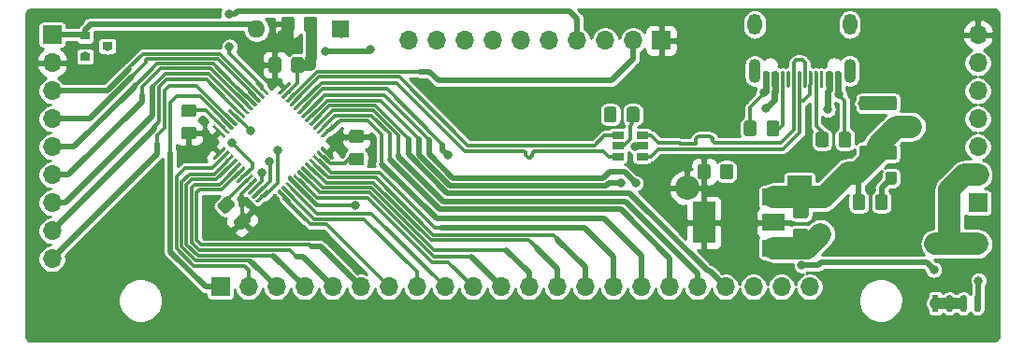
<source format=gbr>
G04 #@! TF.GenerationSoftware,KiCad,Pcbnew,(5.1.5)-3*
G04 #@! TF.CreationDate,2020-02-22T19:23:43-05:00*
G04 #@! TF.ProjectId,Dofleini-controller-STM32,446f666c-6569-46e6-992d-636f6e74726f,rev?*
G04 #@! TF.SameCoordinates,Original*
G04 #@! TF.FileFunction,Copper,L1,Top*
G04 #@! TF.FilePolarity,Positive*
%FSLAX46Y46*%
G04 Gerber Fmt 4.6, Leading zero omitted, Abs format (unit mm)*
G04 Created by KiCad (PCBNEW (5.1.5)-3) date 2020-02-22 19:23:43*
%MOMM*%
%LPD*%
G04 APERTURE LIST*
%ADD10C,0.100000*%
%ADD11O,1.100000X2.200000*%
%ADD12O,1.300000X1.900000*%
%ADD13O,2.200000X2.200000*%
%ADD14R,2.200000X2.200000*%
%ADD15O,1.600000X1.600000*%
%ADD16R,1.600000X1.600000*%
%ADD17O,1.700000X1.700000*%
%ADD18R,1.700000X1.700000*%
%ADD19R,0.900000X0.800000*%
%ADD20R,0.600000X1.550000*%
%ADD21R,2.000000X1.500000*%
%ADD22R,2.000000X3.800000*%
%ADD23R,1.060000X0.650000*%
%ADD24C,0.800000*%
%ADD25C,0.600000*%
%ADD26C,0.300000*%
%ADD27C,1.000000*%
%ADD28C,2.000000*%
%ADD29C,0.500000*%
%ADD30C,0.200000*%
%ADD31C,0.254000*%
G04 APERTURE END LIST*
G04 #@! TA.AperFunction,SMDPad,CuDef*
D10*
G36*
X-30315495Y8938796D02*
G01*
X-30291227Y8935196D01*
X-30267428Y8929235D01*
X-30244329Y8920970D01*
X-30222150Y8910480D01*
X-30201107Y8897868D01*
X-30181401Y8883253D01*
X-30163223Y8866777D01*
X-30146747Y8848599D01*
X-30132132Y8828893D01*
X-30119520Y8807850D01*
X-30109030Y8785671D01*
X-30100765Y8762572D01*
X-30094804Y8738773D01*
X-30091204Y8714505D01*
X-30090000Y8690001D01*
X-30090000Y8039999D01*
X-30091204Y8015495D01*
X-30094804Y7991227D01*
X-30100765Y7967428D01*
X-30109030Y7944329D01*
X-30119520Y7922150D01*
X-30132132Y7901107D01*
X-30146747Y7881401D01*
X-30163223Y7863223D01*
X-30181401Y7846747D01*
X-30201107Y7832132D01*
X-30222150Y7819520D01*
X-30244329Y7809030D01*
X-30267428Y7800765D01*
X-30291227Y7794804D01*
X-30315495Y7791204D01*
X-30339999Y7790000D01*
X-31240001Y7790000D01*
X-31264505Y7791204D01*
X-31288773Y7794804D01*
X-31312572Y7800765D01*
X-31335671Y7809030D01*
X-31357850Y7819520D01*
X-31378893Y7832132D01*
X-31398599Y7846747D01*
X-31416777Y7863223D01*
X-31433253Y7881401D01*
X-31447868Y7901107D01*
X-31460480Y7922150D01*
X-31470970Y7944329D01*
X-31479235Y7967428D01*
X-31485196Y7991227D01*
X-31488796Y8015495D01*
X-31490000Y8039999D01*
X-31490000Y8690001D01*
X-31488796Y8714505D01*
X-31485196Y8738773D01*
X-31479235Y8762572D01*
X-31470970Y8785671D01*
X-31460480Y8807850D01*
X-31447868Y8828893D01*
X-31433253Y8848599D01*
X-31416777Y8866777D01*
X-31398599Y8883253D01*
X-31378893Y8897868D01*
X-31357850Y8910480D01*
X-31335671Y8920970D01*
X-31312572Y8929235D01*
X-31288773Y8935196D01*
X-31264505Y8938796D01*
X-31240001Y8940000D01*
X-30339999Y8940000D01*
X-30315495Y8938796D01*
G37*
G04 #@! TD.AperFunction*
G04 #@! TA.AperFunction,SMDPad,CuDef*
G36*
X-30315495Y6888796D02*
G01*
X-30291227Y6885196D01*
X-30267428Y6879235D01*
X-30244329Y6870970D01*
X-30222150Y6860480D01*
X-30201107Y6847868D01*
X-30181401Y6833253D01*
X-30163223Y6816777D01*
X-30146747Y6798599D01*
X-30132132Y6778893D01*
X-30119520Y6757850D01*
X-30109030Y6735671D01*
X-30100765Y6712572D01*
X-30094804Y6688773D01*
X-30091204Y6664505D01*
X-30090000Y6640001D01*
X-30090000Y5989999D01*
X-30091204Y5965495D01*
X-30094804Y5941227D01*
X-30100765Y5917428D01*
X-30109030Y5894329D01*
X-30119520Y5872150D01*
X-30132132Y5851107D01*
X-30146747Y5831401D01*
X-30163223Y5813223D01*
X-30181401Y5796747D01*
X-30201107Y5782132D01*
X-30222150Y5769520D01*
X-30244329Y5759030D01*
X-30267428Y5750765D01*
X-30291227Y5744804D01*
X-30315495Y5741204D01*
X-30339999Y5740000D01*
X-31240001Y5740000D01*
X-31264505Y5741204D01*
X-31288773Y5744804D01*
X-31312572Y5750765D01*
X-31335671Y5759030D01*
X-31357850Y5769520D01*
X-31378893Y5782132D01*
X-31398599Y5796747D01*
X-31416777Y5813223D01*
X-31433253Y5831401D01*
X-31447868Y5851107D01*
X-31460480Y5872150D01*
X-31470970Y5894329D01*
X-31479235Y5917428D01*
X-31485196Y5941227D01*
X-31488796Y5965495D01*
X-31490000Y5989999D01*
X-31490000Y6640001D01*
X-31488796Y6664505D01*
X-31485196Y6688773D01*
X-31479235Y6712572D01*
X-31470970Y6735671D01*
X-31460480Y6757850D01*
X-31447868Y6778893D01*
X-31433253Y6798599D01*
X-31416777Y6816777D01*
X-31398599Y6833253D01*
X-31378893Y6847868D01*
X-31357850Y6860480D01*
X-31335671Y6870970D01*
X-31312572Y6879235D01*
X-31288773Y6885196D01*
X-31264505Y6888796D01*
X-31240001Y6890000D01*
X-30339999Y6890000D01*
X-30315495Y6888796D01*
G37*
G04 #@! TD.AperFunction*
D11*
X20440000Y11970000D03*
D12*
X20440000Y16170000D03*
X29040000Y16170000D03*
G04 #@! TA.AperFunction,SMDPad,CuDef*
D10*
G36*
X28154703Y11919278D02*
G01*
X28169264Y11917118D01*
X28183543Y11913541D01*
X28197403Y11908582D01*
X28210710Y11902288D01*
X28223336Y11894720D01*
X28235159Y11885952D01*
X28246066Y11876066D01*
X28255952Y11865159D01*
X28264720Y11853336D01*
X28272288Y11840710D01*
X28278582Y11827403D01*
X28283541Y11813543D01*
X28287118Y11799264D01*
X28289278Y11784703D01*
X28290000Y11770000D01*
X28290000Y10620000D01*
X28289278Y10605297D01*
X28287118Y10590736D01*
X28283541Y10576457D01*
X28278582Y10562597D01*
X28272288Y10549290D01*
X28264720Y10536664D01*
X28255952Y10524841D01*
X28246066Y10513934D01*
X28235159Y10504048D01*
X28223336Y10495280D01*
X28210710Y10487712D01*
X28197403Y10481418D01*
X28183543Y10476459D01*
X28169264Y10472882D01*
X28154703Y10470722D01*
X28140000Y10470000D01*
X27840000Y10470000D01*
X27825297Y10470722D01*
X27810736Y10472882D01*
X27796457Y10476459D01*
X27782597Y10481418D01*
X27769290Y10487712D01*
X27756664Y10495280D01*
X27744841Y10504048D01*
X27733934Y10513934D01*
X27724048Y10524841D01*
X27715280Y10536664D01*
X27707712Y10549290D01*
X27701418Y10562597D01*
X27696459Y10576457D01*
X27692882Y10590736D01*
X27690722Y10605297D01*
X27690000Y10620000D01*
X27690000Y11770000D01*
X27690722Y11784703D01*
X27692882Y11799264D01*
X27696459Y11813543D01*
X27701418Y11827403D01*
X27707712Y11840710D01*
X27715280Y11853336D01*
X27724048Y11865159D01*
X27733934Y11876066D01*
X27744841Y11885952D01*
X27756664Y11894720D01*
X27769290Y11902288D01*
X27782597Y11908582D01*
X27796457Y11913541D01*
X27810736Y11917118D01*
X27825297Y11919278D01*
X27840000Y11920000D01*
X28140000Y11920000D01*
X28154703Y11919278D01*
G37*
G04 #@! TD.AperFunction*
G04 #@! TA.AperFunction,SMDPad,CuDef*
G36*
X26572351Y11919639D02*
G01*
X26579632Y11918559D01*
X26586771Y11916771D01*
X26593701Y11914291D01*
X26600355Y11911144D01*
X26606668Y11907360D01*
X26612579Y11902976D01*
X26618033Y11898033D01*
X26622976Y11892579D01*
X26627360Y11886668D01*
X26631144Y11880355D01*
X26634291Y11873701D01*
X26636771Y11866771D01*
X26638559Y11859632D01*
X26639639Y11852351D01*
X26640000Y11845000D01*
X26640000Y10545000D01*
X26639639Y10537649D01*
X26638559Y10530368D01*
X26636771Y10523229D01*
X26634291Y10516299D01*
X26631144Y10509645D01*
X26627360Y10503332D01*
X26622976Y10497421D01*
X26618033Y10491967D01*
X26612579Y10487024D01*
X26606668Y10482640D01*
X26600355Y10478856D01*
X26593701Y10475709D01*
X26586771Y10473229D01*
X26579632Y10471441D01*
X26572351Y10470361D01*
X26565000Y10470000D01*
X26415000Y10470000D01*
X26407649Y10470361D01*
X26400368Y10471441D01*
X26393229Y10473229D01*
X26386299Y10475709D01*
X26379645Y10478856D01*
X26373332Y10482640D01*
X26367421Y10487024D01*
X26361967Y10491967D01*
X26357024Y10497421D01*
X26352640Y10503332D01*
X26348856Y10509645D01*
X26345709Y10516299D01*
X26343229Y10523229D01*
X26341441Y10530368D01*
X26340361Y10537649D01*
X26340000Y10545000D01*
X26340000Y11845000D01*
X26340361Y11852351D01*
X26341441Y11859632D01*
X26343229Y11866771D01*
X26345709Y11873701D01*
X26348856Y11880355D01*
X26352640Y11886668D01*
X26357024Y11892579D01*
X26361967Y11898033D01*
X26367421Y11902976D01*
X26373332Y11907360D01*
X26379645Y11911144D01*
X26386299Y11914291D01*
X26393229Y11916771D01*
X26400368Y11918559D01*
X26407649Y11919639D01*
X26415000Y11920000D01*
X26565000Y11920000D01*
X26572351Y11919639D01*
G37*
G04 #@! TD.AperFunction*
G04 #@! TA.AperFunction,SMDPad,CuDef*
G36*
X26072351Y11919639D02*
G01*
X26079632Y11918559D01*
X26086771Y11916771D01*
X26093701Y11914291D01*
X26100355Y11911144D01*
X26106668Y11907360D01*
X26112579Y11902976D01*
X26118033Y11898033D01*
X26122976Y11892579D01*
X26127360Y11886668D01*
X26131144Y11880355D01*
X26134291Y11873701D01*
X26136771Y11866771D01*
X26138559Y11859632D01*
X26139639Y11852351D01*
X26140000Y11845000D01*
X26140000Y10545000D01*
X26139639Y10537649D01*
X26138559Y10530368D01*
X26136771Y10523229D01*
X26134291Y10516299D01*
X26131144Y10509645D01*
X26127360Y10503332D01*
X26122976Y10497421D01*
X26118033Y10491967D01*
X26112579Y10487024D01*
X26106668Y10482640D01*
X26100355Y10478856D01*
X26093701Y10475709D01*
X26086771Y10473229D01*
X26079632Y10471441D01*
X26072351Y10470361D01*
X26065000Y10470000D01*
X25915000Y10470000D01*
X25907649Y10470361D01*
X25900368Y10471441D01*
X25893229Y10473229D01*
X25886299Y10475709D01*
X25879645Y10478856D01*
X25873332Y10482640D01*
X25867421Y10487024D01*
X25861967Y10491967D01*
X25857024Y10497421D01*
X25852640Y10503332D01*
X25848856Y10509645D01*
X25845709Y10516299D01*
X25843229Y10523229D01*
X25841441Y10530368D01*
X25840361Y10537649D01*
X25840000Y10545000D01*
X25840000Y11845000D01*
X25840361Y11852351D01*
X25841441Y11859632D01*
X25843229Y11866771D01*
X25845709Y11873701D01*
X25848856Y11880355D01*
X25852640Y11886668D01*
X25857024Y11892579D01*
X25861967Y11898033D01*
X25867421Y11902976D01*
X25873332Y11907360D01*
X25879645Y11911144D01*
X25886299Y11914291D01*
X25893229Y11916771D01*
X25900368Y11918559D01*
X25907649Y11919639D01*
X25915000Y11920000D01*
X26065000Y11920000D01*
X26072351Y11919639D01*
G37*
G04 #@! TD.AperFunction*
G04 #@! TA.AperFunction,SMDPad,CuDef*
G36*
X25572351Y11919639D02*
G01*
X25579632Y11918559D01*
X25586771Y11916771D01*
X25593701Y11914291D01*
X25600355Y11911144D01*
X25606668Y11907360D01*
X25612579Y11902976D01*
X25618033Y11898033D01*
X25622976Y11892579D01*
X25627360Y11886668D01*
X25631144Y11880355D01*
X25634291Y11873701D01*
X25636771Y11866771D01*
X25638559Y11859632D01*
X25639639Y11852351D01*
X25640000Y11845000D01*
X25640000Y10545000D01*
X25639639Y10537649D01*
X25638559Y10530368D01*
X25636771Y10523229D01*
X25634291Y10516299D01*
X25631144Y10509645D01*
X25627360Y10503332D01*
X25622976Y10497421D01*
X25618033Y10491967D01*
X25612579Y10487024D01*
X25606668Y10482640D01*
X25600355Y10478856D01*
X25593701Y10475709D01*
X25586771Y10473229D01*
X25579632Y10471441D01*
X25572351Y10470361D01*
X25565000Y10470000D01*
X25415000Y10470000D01*
X25407649Y10470361D01*
X25400368Y10471441D01*
X25393229Y10473229D01*
X25386299Y10475709D01*
X25379645Y10478856D01*
X25373332Y10482640D01*
X25367421Y10487024D01*
X25361967Y10491967D01*
X25357024Y10497421D01*
X25352640Y10503332D01*
X25348856Y10509645D01*
X25345709Y10516299D01*
X25343229Y10523229D01*
X25341441Y10530368D01*
X25340361Y10537649D01*
X25340000Y10545000D01*
X25340000Y11845000D01*
X25340361Y11852351D01*
X25341441Y11859632D01*
X25343229Y11866771D01*
X25345709Y11873701D01*
X25348856Y11880355D01*
X25352640Y11886668D01*
X25357024Y11892579D01*
X25361967Y11898033D01*
X25367421Y11902976D01*
X25373332Y11907360D01*
X25379645Y11911144D01*
X25386299Y11914291D01*
X25393229Y11916771D01*
X25400368Y11918559D01*
X25407649Y11919639D01*
X25415000Y11920000D01*
X25565000Y11920000D01*
X25572351Y11919639D01*
G37*
G04 #@! TD.AperFunction*
G04 #@! TA.AperFunction,SMDPad,CuDef*
G36*
X25076351Y11919639D02*
G01*
X25083632Y11918559D01*
X25090771Y11916771D01*
X25097701Y11914291D01*
X25104355Y11911144D01*
X25110668Y11907360D01*
X25116579Y11902976D01*
X25122033Y11898033D01*
X25126976Y11892579D01*
X25131360Y11886668D01*
X25135144Y11880355D01*
X25138291Y11873701D01*
X25140771Y11866771D01*
X25142559Y11859632D01*
X25143639Y11852351D01*
X25144000Y11845000D01*
X25144000Y10545000D01*
X25143639Y10537649D01*
X25142559Y10530368D01*
X25140771Y10523229D01*
X25138291Y10516299D01*
X25135144Y10509645D01*
X25131360Y10503332D01*
X25126976Y10497421D01*
X25122033Y10491967D01*
X25116579Y10487024D01*
X25110668Y10482640D01*
X25104355Y10478856D01*
X25097701Y10475709D01*
X25090771Y10473229D01*
X25083632Y10471441D01*
X25076351Y10470361D01*
X25069000Y10470000D01*
X24919000Y10470000D01*
X24911649Y10470361D01*
X24904368Y10471441D01*
X24897229Y10473229D01*
X24890299Y10475709D01*
X24883645Y10478856D01*
X24877332Y10482640D01*
X24871421Y10487024D01*
X24865967Y10491967D01*
X24861024Y10497421D01*
X24856640Y10503332D01*
X24852856Y10509645D01*
X24849709Y10516299D01*
X24847229Y10523229D01*
X24845441Y10530368D01*
X24844361Y10537649D01*
X24844000Y10545000D01*
X24844000Y11845000D01*
X24844361Y11852351D01*
X24845441Y11859632D01*
X24847229Y11866771D01*
X24849709Y11873701D01*
X24852856Y11880355D01*
X24856640Y11886668D01*
X24861024Y11892579D01*
X24865967Y11898033D01*
X24871421Y11902976D01*
X24877332Y11907360D01*
X24883645Y11911144D01*
X24890299Y11914291D01*
X24897229Y11916771D01*
X24904368Y11918559D01*
X24911649Y11919639D01*
X24919000Y11920000D01*
X25069000Y11920000D01*
X25076351Y11919639D01*
G37*
G04 #@! TD.AperFunction*
G04 #@! TA.AperFunction,SMDPad,CuDef*
G36*
X23072351Y11919639D02*
G01*
X23079632Y11918559D01*
X23086771Y11916771D01*
X23093701Y11914291D01*
X23100355Y11911144D01*
X23106668Y11907360D01*
X23112579Y11902976D01*
X23118033Y11898033D01*
X23122976Y11892579D01*
X23127360Y11886668D01*
X23131144Y11880355D01*
X23134291Y11873701D01*
X23136771Y11866771D01*
X23138559Y11859632D01*
X23139639Y11852351D01*
X23140000Y11845000D01*
X23140000Y10545000D01*
X23139639Y10537649D01*
X23138559Y10530368D01*
X23136771Y10523229D01*
X23134291Y10516299D01*
X23131144Y10509645D01*
X23127360Y10503332D01*
X23122976Y10497421D01*
X23118033Y10491967D01*
X23112579Y10487024D01*
X23106668Y10482640D01*
X23100355Y10478856D01*
X23093701Y10475709D01*
X23086771Y10473229D01*
X23079632Y10471441D01*
X23072351Y10470361D01*
X23065000Y10470000D01*
X22915000Y10470000D01*
X22907649Y10470361D01*
X22900368Y10471441D01*
X22893229Y10473229D01*
X22886299Y10475709D01*
X22879645Y10478856D01*
X22873332Y10482640D01*
X22867421Y10487024D01*
X22861967Y10491967D01*
X22857024Y10497421D01*
X22852640Y10503332D01*
X22848856Y10509645D01*
X22845709Y10516299D01*
X22843229Y10523229D01*
X22841441Y10530368D01*
X22840361Y10537649D01*
X22840000Y10545000D01*
X22840000Y11845000D01*
X22840361Y11852351D01*
X22841441Y11859632D01*
X22843229Y11866771D01*
X22845709Y11873701D01*
X22848856Y11880355D01*
X22852640Y11886668D01*
X22857024Y11892579D01*
X22861967Y11898033D01*
X22867421Y11902976D01*
X22873332Y11907360D01*
X22879645Y11911144D01*
X22886299Y11914291D01*
X22893229Y11916771D01*
X22900368Y11918559D01*
X22907649Y11919639D01*
X22915000Y11920000D01*
X23065000Y11920000D01*
X23072351Y11919639D01*
G37*
G04 #@! TD.AperFunction*
G04 #@! TA.AperFunction,SMDPad,CuDef*
G36*
X23572351Y11919639D02*
G01*
X23579632Y11918559D01*
X23586771Y11916771D01*
X23593701Y11914291D01*
X23600355Y11911144D01*
X23606668Y11907360D01*
X23612579Y11902976D01*
X23618033Y11898033D01*
X23622976Y11892579D01*
X23627360Y11886668D01*
X23631144Y11880355D01*
X23634291Y11873701D01*
X23636771Y11866771D01*
X23638559Y11859632D01*
X23639639Y11852351D01*
X23640000Y11845000D01*
X23640000Y10545000D01*
X23639639Y10537649D01*
X23638559Y10530368D01*
X23636771Y10523229D01*
X23634291Y10516299D01*
X23631144Y10509645D01*
X23627360Y10503332D01*
X23622976Y10497421D01*
X23618033Y10491967D01*
X23612579Y10487024D01*
X23606668Y10482640D01*
X23600355Y10478856D01*
X23593701Y10475709D01*
X23586771Y10473229D01*
X23579632Y10471441D01*
X23572351Y10470361D01*
X23565000Y10470000D01*
X23415000Y10470000D01*
X23407649Y10470361D01*
X23400368Y10471441D01*
X23393229Y10473229D01*
X23386299Y10475709D01*
X23379645Y10478856D01*
X23373332Y10482640D01*
X23367421Y10487024D01*
X23361967Y10491967D01*
X23357024Y10497421D01*
X23352640Y10503332D01*
X23348856Y10509645D01*
X23345709Y10516299D01*
X23343229Y10523229D01*
X23341441Y10530368D01*
X23340361Y10537649D01*
X23340000Y10545000D01*
X23340000Y11845000D01*
X23340361Y11852351D01*
X23341441Y11859632D01*
X23343229Y11866771D01*
X23345709Y11873701D01*
X23348856Y11880355D01*
X23352640Y11886668D01*
X23357024Y11892579D01*
X23361967Y11898033D01*
X23367421Y11902976D01*
X23373332Y11907360D01*
X23379645Y11911144D01*
X23386299Y11914291D01*
X23393229Y11916771D01*
X23400368Y11918559D01*
X23407649Y11919639D01*
X23415000Y11920000D01*
X23565000Y11920000D01*
X23572351Y11919639D01*
G37*
G04 #@! TD.AperFunction*
G04 #@! TA.AperFunction,SMDPad,CuDef*
G36*
X24072351Y11919639D02*
G01*
X24079632Y11918559D01*
X24086771Y11916771D01*
X24093701Y11914291D01*
X24100355Y11911144D01*
X24106668Y11907360D01*
X24112579Y11902976D01*
X24118033Y11898033D01*
X24122976Y11892579D01*
X24127360Y11886668D01*
X24131144Y11880355D01*
X24134291Y11873701D01*
X24136771Y11866771D01*
X24138559Y11859632D01*
X24139639Y11852351D01*
X24140000Y11845000D01*
X24140000Y10545000D01*
X24139639Y10537649D01*
X24138559Y10530368D01*
X24136771Y10523229D01*
X24134291Y10516299D01*
X24131144Y10509645D01*
X24127360Y10503332D01*
X24122976Y10497421D01*
X24118033Y10491967D01*
X24112579Y10487024D01*
X24106668Y10482640D01*
X24100355Y10478856D01*
X24093701Y10475709D01*
X24086771Y10473229D01*
X24079632Y10471441D01*
X24072351Y10470361D01*
X24065000Y10470000D01*
X23915000Y10470000D01*
X23907649Y10470361D01*
X23900368Y10471441D01*
X23893229Y10473229D01*
X23886299Y10475709D01*
X23879645Y10478856D01*
X23873332Y10482640D01*
X23867421Y10487024D01*
X23861967Y10491967D01*
X23857024Y10497421D01*
X23852640Y10503332D01*
X23848856Y10509645D01*
X23845709Y10516299D01*
X23843229Y10523229D01*
X23841441Y10530368D01*
X23840361Y10537649D01*
X23840000Y10545000D01*
X23840000Y11845000D01*
X23840361Y11852351D01*
X23841441Y11859632D01*
X23843229Y11866771D01*
X23845709Y11873701D01*
X23848856Y11880355D01*
X23852640Y11886668D01*
X23857024Y11892579D01*
X23861967Y11898033D01*
X23867421Y11902976D01*
X23873332Y11907360D01*
X23879645Y11911144D01*
X23886299Y11914291D01*
X23893229Y11916771D01*
X23900368Y11918559D01*
X23907649Y11919639D01*
X23915000Y11920000D01*
X24065000Y11920000D01*
X24072351Y11919639D01*
G37*
G04 #@! TD.AperFunction*
G04 #@! TA.AperFunction,SMDPad,CuDef*
G36*
X24572351Y11919639D02*
G01*
X24579632Y11918559D01*
X24586771Y11916771D01*
X24593701Y11914291D01*
X24600355Y11911144D01*
X24606668Y11907360D01*
X24612579Y11902976D01*
X24618033Y11898033D01*
X24622976Y11892579D01*
X24627360Y11886668D01*
X24631144Y11880355D01*
X24634291Y11873701D01*
X24636771Y11866771D01*
X24638559Y11859632D01*
X24639639Y11852351D01*
X24640000Y11845000D01*
X24640000Y10545000D01*
X24639639Y10537649D01*
X24638559Y10530368D01*
X24636771Y10523229D01*
X24634291Y10516299D01*
X24631144Y10509645D01*
X24627360Y10503332D01*
X24622976Y10497421D01*
X24618033Y10491967D01*
X24612579Y10487024D01*
X24606668Y10482640D01*
X24600355Y10478856D01*
X24593701Y10475709D01*
X24586771Y10473229D01*
X24579632Y10471441D01*
X24572351Y10470361D01*
X24565000Y10470000D01*
X24415000Y10470000D01*
X24407649Y10470361D01*
X24400368Y10471441D01*
X24393229Y10473229D01*
X24386299Y10475709D01*
X24379645Y10478856D01*
X24373332Y10482640D01*
X24367421Y10487024D01*
X24361967Y10491967D01*
X24357024Y10497421D01*
X24352640Y10503332D01*
X24348856Y10509645D01*
X24345709Y10516299D01*
X24343229Y10523229D01*
X24341441Y10530368D01*
X24340361Y10537649D01*
X24340000Y10545000D01*
X24340000Y11845000D01*
X24340361Y11852351D01*
X24341441Y11859632D01*
X24343229Y11866771D01*
X24345709Y11873701D01*
X24348856Y11880355D01*
X24352640Y11886668D01*
X24357024Y11892579D01*
X24361967Y11898033D01*
X24367421Y11902976D01*
X24373332Y11907360D01*
X24379645Y11911144D01*
X24386299Y11914291D01*
X24393229Y11916771D01*
X24400368Y11918559D01*
X24407649Y11919639D01*
X24415000Y11920000D01*
X24565000Y11920000D01*
X24572351Y11919639D01*
G37*
G04 #@! TD.AperFunction*
D11*
X29040000Y11970000D03*
G04 #@! TA.AperFunction,SMDPad,CuDef*
D10*
G36*
X27354703Y11919278D02*
G01*
X27369264Y11917118D01*
X27383543Y11913541D01*
X27397403Y11908582D01*
X27410710Y11902288D01*
X27423336Y11894720D01*
X27435159Y11885952D01*
X27446066Y11876066D01*
X27455952Y11865159D01*
X27464720Y11853336D01*
X27472288Y11840710D01*
X27478582Y11827403D01*
X27483541Y11813543D01*
X27487118Y11799264D01*
X27489278Y11784703D01*
X27490000Y11770000D01*
X27490000Y10620000D01*
X27489278Y10605297D01*
X27487118Y10590736D01*
X27483541Y10576457D01*
X27478582Y10562597D01*
X27472288Y10549290D01*
X27464720Y10536664D01*
X27455952Y10524841D01*
X27446066Y10513934D01*
X27435159Y10504048D01*
X27423336Y10495280D01*
X27410710Y10487712D01*
X27397403Y10481418D01*
X27383543Y10476459D01*
X27369264Y10472882D01*
X27354703Y10470722D01*
X27340000Y10470000D01*
X27040000Y10470000D01*
X27025297Y10470722D01*
X27010736Y10472882D01*
X26996457Y10476459D01*
X26982597Y10481418D01*
X26969290Y10487712D01*
X26956664Y10495280D01*
X26944841Y10504048D01*
X26933934Y10513934D01*
X26924048Y10524841D01*
X26915280Y10536664D01*
X26907712Y10549290D01*
X26901418Y10562597D01*
X26896459Y10576457D01*
X26892882Y10590736D01*
X26890722Y10605297D01*
X26890000Y10620000D01*
X26890000Y11770000D01*
X26890722Y11784703D01*
X26892882Y11799264D01*
X26896459Y11813543D01*
X26901418Y11827403D01*
X26907712Y11840710D01*
X26915280Y11853336D01*
X26924048Y11865159D01*
X26933934Y11876066D01*
X26944841Y11885952D01*
X26956664Y11894720D01*
X26969290Y11902288D01*
X26982597Y11908582D01*
X26996457Y11913541D01*
X27010736Y11917118D01*
X27025297Y11919278D01*
X27040000Y11920000D01*
X27340000Y11920000D01*
X27354703Y11919278D01*
G37*
G04 #@! TD.AperFunction*
G04 #@! TA.AperFunction,SMDPad,CuDef*
G36*
X21654703Y11919278D02*
G01*
X21669264Y11917118D01*
X21683543Y11913541D01*
X21697403Y11908582D01*
X21710710Y11902288D01*
X21723336Y11894720D01*
X21735159Y11885952D01*
X21746066Y11876066D01*
X21755952Y11865159D01*
X21764720Y11853336D01*
X21772288Y11840710D01*
X21778582Y11827403D01*
X21783541Y11813543D01*
X21787118Y11799264D01*
X21789278Y11784703D01*
X21790000Y11770000D01*
X21790000Y10620000D01*
X21789278Y10605297D01*
X21787118Y10590736D01*
X21783541Y10576457D01*
X21778582Y10562597D01*
X21772288Y10549290D01*
X21764720Y10536664D01*
X21755952Y10524841D01*
X21746066Y10513934D01*
X21735159Y10504048D01*
X21723336Y10495280D01*
X21710710Y10487712D01*
X21697403Y10481418D01*
X21683543Y10476459D01*
X21669264Y10472882D01*
X21654703Y10470722D01*
X21640000Y10470000D01*
X21340000Y10470000D01*
X21325297Y10470722D01*
X21310736Y10472882D01*
X21296457Y10476459D01*
X21282597Y10481418D01*
X21269290Y10487712D01*
X21256664Y10495280D01*
X21244841Y10504048D01*
X21233934Y10513934D01*
X21224048Y10524841D01*
X21215280Y10536664D01*
X21207712Y10549290D01*
X21201418Y10562597D01*
X21196459Y10576457D01*
X21192882Y10590736D01*
X21190722Y10605297D01*
X21190000Y10620000D01*
X21190000Y11770000D01*
X21190722Y11784703D01*
X21192882Y11799264D01*
X21196459Y11813543D01*
X21201418Y11827403D01*
X21207712Y11840710D01*
X21215280Y11853336D01*
X21224048Y11865159D01*
X21233934Y11876066D01*
X21244841Y11885952D01*
X21256664Y11894720D01*
X21269290Y11902288D01*
X21282597Y11908582D01*
X21296457Y11913541D01*
X21310736Y11917118D01*
X21325297Y11919278D01*
X21340000Y11920000D01*
X21640000Y11920000D01*
X21654703Y11919278D01*
G37*
G04 #@! TD.AperFunction*
G04 #@! TA.AperFunction,SMDPad,CuDef*
G36*
X22454703Y11919278D02*
G01*
X22469264Y11917118D01*
X22483543Y11913541D01*
X22497403Y11908582D01*
X22510710Y11902288D01*
X22523336Y11894720D01*
X22535159Y11885952D01*
X22546066Y11876066D01*
X22555952Y11865159D01*
X22564720Y11853336D01*
X22572288Y11840710D01*
X22578582Y11827403D01*
X22583541Y11813543D01*
X22587118Y11799264D01*
X22589278Y11784703D01*
X22590000Y11770000D01*
X22590000Y10620000D01*
X22589278Y10605297D01*
X22587118Y10590736D01*
X22583541Y10576457D01*
X22578582Y10562597D01*
X22572288Y10549290D01*
X22564720Y10536664D01*
X22555952Y10524841D01*
X22546066Y10513934D01*
X22535159Y10504048D01*
X22523336Y10495280D01*
X22510710Y10487712D01*
X22497403Y10481418D01*
X22483543Y10476459D01*
X22469264Y10472882D01*
X22454703Y10470722D01*
X22440000Y10470000D01*
X22140000Y10470000D01*
X22125297Y10470722D01*
X22110736Y10472882D01*
X22096457Y10476459D01*
X22082597Y10481418D01*
X22069290Y10487712D01*
X22056664Y10495280D01*
X22044841Y10504048D01*
X22033934Y10513934D01*
X22024048Y10524841D01*
X22015280Y10536664D01*
X22007712Y10549290D01*
X22001418Y10562597D01*
X21996459Y10576457D01*
X21992882Y10590736D01*
X21990722Y10605297D01*
X21990000Y10620000D01*
X21990000Y11770000D01*
X21990722Y11784703D01*
X21992882Y11799264D01*
X21996459Y11813543D01*
X22001418Y11827403D01*
X22007712Y11840710D01*
X22015280Y11853336D01*
X22024048Y11865159D01*
X22033934Y11876066D01*
X22044841Y11885952D01*
X22056664Y11894720D01*
X22069290Y11902288D01*
X22082597Y11908582D01*
X22096457Y11913541D01*
X22110736Y11917118D01*
X22125297Y11919278D01*
X22140000Y11920000D01*
X22440000Y11920000D01*
X22454703Y11919278D01*
G37*
G04 #@! TD.AperFunction*
G04 #@! TA.AperFunction,SMDPad,CuDef*
G36*
X25084505Y-2321204D02*
G01*
X25108773Y-2324804D01*
X25132572Y-2330765D01*
X25155671Y-2339030D01*
X25177850Y-2349520D01*
X25198893Y-2362132D01*
X25218599Y-2376747D01*
X25236777Y-2393223D01*
X25253253Y-2411401D01*
X25267868Y-2431107D01*
X25280480Y-2452150D01*
X25290970Y-2474329D01*
X25299235Y-2497428D01*
X25305196Y-2521227D01*
X25308796Y-2545495D01*
X25310000Y-2569999D01*
X25310000Y-3220001D01*
X25308796Y-3244505D01*
X25305196Y-3268773D01*
X25299235Y-3292572D01*
X25290970Y-3315671D01*
X25280480Y-3337850D01*
X25267868Y-3358893D01*
X25253253Y-3378599D01*
X25236777Y-3396777D01*
X25218599Y-3413253D01*
X25198893Y-3427868D01*
X25177850Y-3440480D01*
X25155671Y-3450970D01*
X25132572Y-3459235D01*
X25108773Y-3465196D01*
X25084505Y-3468796D01*
X25060001Y-3470000D01*
X24159999Y-3470000D01*
X24135495Y-3468796D01*
X24111227Y-3465196D01*
X24087428Y-3459235D01*
X24064329Y-3450970D01*
X24042150Y-3440480D01*
X24021107Y-3427868D01*
X24001401Y-3413253D01*
X23983223Y-3396777D01*
X23966747Y-3378599D01*
X23952132Y-3358893D01*
X23939520Y-3337850D01*
X23929030Y-3315671D01*
X23920765Y-3292572D01*
X23914804Y-3268773D01*
X23911204Y-3244505D01*
X23910000Y-3220001D01*
X23910000Y-2569999D01*
X23911204Y-2545495D01*
X23914804Y-2521227D01*
X23920765Y-2497428D01*
X23929030Y-2474329D01*
X23939520Y-2452150D01*
X23952132Y-2431107D01*
X23966747Y-2411401D01*
X23983223Y-2393223D01*
X24001401Y-2376747D01*
X24021107Y-2362132D01*
X24042150Y-2349520D01*
X24064329Y-2339030D01*
X24087428Y-2330765D01*
X24111227Y-2324804D01*
X24135495Y-2321204D01*
X24159999Y-2320000D01*
X25060001Y-2320000D01*
X25084505Y-2321204D01*
G37*
G04 #@! TD.AperFunction*
G04 #@! TA.AperFunction,SMDPad,CuDef*
G36*
X25084505Y-271204D02*
G01*
X25108773Y-274804D01*
X25132572Y-280765D01*
X25155671Y-289030D01*
X25177850Y-299520D01*
X25198893Y-312132D01*
X25218599Y-326747D01*
X25236777Y-343223D01*
X25253253Y-361401D01*
X25267868Y-381107D01*
X25280480Y-402150D01*
X25290970Y-424329D01*
X25299235Y-447428D01*
X25305196Y-471227D01*
X25308796Y-495495D01*
X25310000Y-519999D01*
X25310000Y-1170001D01*
X25308796Y-1194505D01*
X25305196Y-1218773D01*
X25299235Y-1242572D01*
X25290970Y-1265671D01*
X25280480Y-1287850D01*
X25267868Y-1308893D01*
X25253253Y-1328599D01*
X25236777Y-1346777D01*
X25218599Y-1363253D01*
X25198893Y-1377868D01*
X25177850Y-1390480D01*
X25155671Y-1400970D01*
X25132572Y-1409235D01*
X25108773Y-1415196D01*
X25084505Y-1418796D01*
X25060001Y-1420000D01*
X24159999Y-1420000D01*
X24135495Y-1418796D01*
X24111227Y-1415196D01*
X24087428Y-1409235D01*
X24064329Y-1400970D01*
X24042150Y-1390480D01*
X24021107Y-1377868D01*
X24001401Y-1363253D01*
X23983223Y-1346777D01*
X23966747Y-1328599D01*
X23952132Y-1308893D01*
X23939520Y-1287850D01*
X23929030Y-1265671D01*
X23920765Y-1242572D01*
X23914804Y-1218773D01*
X23911204Y-1194505D01*
X23910000Y-1170001D01*
X23910000Y-519999D01*
X23911204Y-495495D01*
X23914804Y-471227D01*
X23920765Y-447428D01*
X23929030Y-424329D01*
X23939520Y-402150D01*
X23952132Y-381107D01*
X23966747Y-361401D01*
X23983223Y-343223D01*
X24001401Y-326747D01*
X24021107Y-312132D01*
X24042150Y-299520D01*
X24064329Y-289030D01*
X24087428Y-280765D01*
X24111227Y-274804D01*
X24135495Y-271204D01*
X24159999Y-270000D01*
X25060001Y-270000D01*
X25084505Y-271204D01*
G37*
G04 #@! TD.AperFunction*
G04 #@! TA.AperFunction,SMDPad,CuDef*
G36*
X18249505Y3528796D02*
G01*
X18273773Y3525196D01*
X18297572Y3519235D01*
X18320671Y3510970D01*
X18342850Y3500480D01*
X18363893Y3487868D01*
X18383599Y3473253D01*
X18401777Y3456777D01*
X18418253Y3438599D01*
X18432868Y3418893D01*
X18445480Y3397850D01*
X18455970Y3375671D01*
X18464235Y3352572D01*
X18470196Y3328773D01*
X18473796Y3304505D01*
X18475000Y3280001D01*
X18475000Y2379999D01*
X18473796Y2355495D01*
X18470196Y2331227D01*
X18464235Y2307428D01*
X18455970Y2284329D01*
X18445480Y2262150D01*
X18432868Y2241107D01*
X18418253Y2221401D01*
X18401777Y2203223D01*
X18383599Y2186747D01*
X18363893Y2172132D01*
X18342850Y2159520D01*
X18320671Y2149030D01*
X18297572Y2140765D01*
X18273773Y2134804D01*
X18249505Y2131204D01*
X18225001Y2130000D01*
X17574999Y2130000D01*
X17550495Y2131204D01*
X17526227Y2134804D01*
X17502428Y2140765D01*
X17479329Y2149030D01*
X17457150Y2159520D01*
X17436107Y2172132D01*
X17416401Y2186747D01*
X17398223Y2203223D01*
X17381747Y2221401D01*
X17367132Y2241107D01*
X17354520Y2262150D01*
X17344030Y2284329D01*
X17335765Y2307428D01*
X17329804Y2331227D01*
X17326204Y2355495D01*
X17325000Y2379999D01*
X17325000Y3280001D01*
X17326204Y3304505D01*
X17329804Y3328773D01*
X17335765Y3352572D01*
X17344030Y3375671D01*
X17354520Y3397850D01*
X17367132Y3418893D01*
X17381747Y3438599D01*
X17398223Y3456777D01*
X17416401Y3473253D01*
X17436107Y3487868D01*
X17457150Y3500480D01*
X17479329Y3510970D01*
X17502428Y3519235D01*
X17526227Y3525196D01*
X17550495Y3528796D01*
X17574999Y3530000D01*
X18225001Y3530000D01*
X18249505Y3528796D01*
G37*
G04 #@! TD.AperFunction*
G04 #@! TA.AperFunction,SMDPad,CuDef*
G36*
X16199505Y3528796D02*
G01*
X16223773Y3525196D01*
X16247572Y3519235D01*
X16270671Y3510970D01*
X16292850Y3500480D01*
X16313893Y3487868D01*
X16333599Y3473253D01*
X16351777Y3456777D01*
X16368253Y3438599D01*
X16382868Y3418893D01*
X16395480Y3397850D01*
X16405970Y3375671D01*
X16414235Y3352572D01*
X16420196Y3328773D01*
X16423796Y3304505D01*
X16425000Y3280001D01*
X16425000Y2379999D01*
X16423796Y2355495D01*
X16420196Y2331227D01*
X16414235Y2307428D01*
X16405970Y2284329D01*
X16395480Y2262150D01*
X16382868Y2241107D01*
X16368253Y2221401D01*
X16351777Y2203223D01*
X16333599Y2186747D01*
X16313893Y2172132D01*
X16292850Y2159520D01*
X16270671Y2149030D01*
X16247572Y2140765D01*
X16223773Y2134804D01*
X16199505Y2131204D01*
X16175001Y2130000D01*
X15524999Y2130000D01*
X15500495Y2131204D01*
X15476227Y2134804D01*
X15452428Y2140765D01*
X15429329Y2149030D01*
X15407150Y2159520D01*
X15386107Y2172132D01*
X15366401Y2186747D01*
X15348223Y2203223D01*
X15331747Y2221401D01*
X15317132Y2241107D01*
X15304520Y2262150D01*
X15294030Y2284329D01*
X15285765Y2307428D01*
X15279804Y2331227D01*
X15276204Y2355495D01*
X15275000Y2379999D01*
X15275000Y3280001D01*
X15276204Y3304505D01*
X15279804Y3328773D01*
X15285765Y3352572D01*
X15294030Y3375671D01*
X15304520Y3397850D01*
X15317132Y3418893D01*
X15331747Y3438599D01*
X15348223Y3456777D01*
X15366401Y3473253D01*
X15386107Y3487868D01*
X15407150Y3500480D01*
X15429329Y3510970D01*
X15452428Y3519235D01*
X15476227Y3525196D01*
X15500495Y3528796D01*
X15524999Y3530000D01*
X16175001Y3530000D01*
X16199505Y3528796D01*
G37*
G04 #@! TD.AperFunction*
G04 #@! TA.AperFunction,SMDPad,CuDef*
G36*
X-20595495Y13198796D02*
G01*
X-20571227Y13195196D01*
X-20547428Y13189235D01*
X-20524329Y13180970D01*
X-20502150Y13170480D01*
X-20481107Y13157868D01*
X-20461401Y13143253D01*
X-20443223Y13126777D01*
X-20426747Y13108599D01*
X-20412132Y13088893D01*
X-20399520Y13067850D01*
X-20389030Y13045671D01*
X-20380765Y13022572D01*
X-20374804Y12998773D01*
X-20371204Y12974505D01*
X-20370000Y12950001D01*
X-20370000Y12049999D01*
X-20371204Y12025495D01*
X-20374804Y12001227D01*
X-20380765Y11977428D01*
X-20389030Y11954329D01*
X-20399520Y11932150D01*
X-20412132Y11911107D01*
X-20426747Y11891401D01*
X-20443223Y11873223D01*
X-20461401Y11856747D01*
X-20481107Y11842132D01*
X-20502150Y11829520D01*
X-20524329Y11819030D01*
X-20547428Y11810765D01*
X-20571227Y11804804D01*
X-20595495Y11801204D01*
X-20619999Y11800000D01*
X-21270001Y11800000D01*
X-21294505Y11801204D01*
X-21318773Y11804804D01*
X-21342572Y11810765D01*
X-21365671Y11819030D01*
X-21387850Y11829520D01*
X-21408893Y11842132D01*
X-21428599Y11856747D01*
X-21446777Y11873223D01*
X-21463253Y11891401D01*
X-21477868Y11911107D01*
X-21490480Y11932150D01*
X-21500970Y11954329D01*
X-21509235Y11977428D01*
X-21515196Y12001227D01*
X-21518796Y12025495D01*
X-21520000Y12049999D01*
X-21520000Y12950001D01*
X-21518796Y12974505D01*
X-21515196Y12998773D01*
X-21509235Y13022572D01*
X-21500970Y13045671D01*
X-21490480Y13067850D01*
X-21477868Y13088893D01*
X-21463253Y13108599D01*
X-21446777Y13126777D01*
X-21428599Y13143253D01*
X-21408893Y13157868D01*
X-21387850Y13170480D01*
X-21365671Y13180970D01*
X-21342572Y13189235D01*
X-21318773Y13195196D01*
X-21294505Y13198796D01*
X-21270001Y13200000D01*
X-20619999Y13200000D01*
X-20595495Y13198796D01*
G37*
G04 #@! TD.AperFunction*
G04 #@! TA.AperFunction,SMDPad,CuDef*
G36*
X-22645495Y13198796D02*
G01*
X-22621227Y13195196D01*
X-22597428Y13189235D01*
X-22574329Y13180970D01*
X-22552150Y13170480D01*
X-22531107Y13157868D01*
X-22511401Y13143253D01*
X-22493223Y13126777D01*
X-22476747Y13108599D01*
X-22462132Y13088893D01*
X-22449520Y13067850D01*
X-22439030Y13045671D01*
X-22430765Y13022572D01*
X-22424804Y12998773D01*
X-22421204Y12974505D01*
X-22420000Y12950001D01*
X-22420000Y12049999D01*
X-22421204Y12025495D01*
X-22424804Y12001227D01*
X-22430765Y11977428D01*
X-22439030Y11954329D01*
X-22449520Y11932150D01*
X-22462132Y11911107D01*
X-22476747Y11891401D01*
X-22493223Y11873223D01*
X-22511401Y11856747D01*
X-22531107Y11842132D01*
X-22552150Y11829520D01*
X-22574329Y11819030D01*
X-22597428Y11810765D01*
X-22621227Y11804804D01*
X-22645495Y11801204D01*
X-22669999Y11800000D01*
X-23320001Y11800000D01*
X-23344505Y11801204D01*
X-23368773Y11804804D01*
X-23392572Y11810765D01*
X-23415671Y11819030D01*
X-23437850Y11829520D01*
X-23458893Y11842132D01*
X-23478599Y11856747D01*
X-23496777Y11873223D01*
X-23513253Y11891401D01*
X-23527868Y11911107D01*
X-23540480Y11932150D01*
X-23550970Y11954329D01*
X-23559235Y11977428D01*
X-23565196Y12001227D01*
X-23568796Y12025495D01*
X-23570000Y12049999D01*
X-23570000Y12950001D01*
X-23568796Y12974505D01*
X-23565196Y12998773D01*
X-23559235Y13022572D01*
X-23550970Y13045671D01*
X-23540480Y13067850D01*
X-23527868Y13088893D01*
X-23513253Y13108599D01*
X-23496777Y13126777D01*
X-23478599Y13143253D01*
X-23458893Y13157868D01*
X-23437850Y13170480D01*
X-23415671Y13180970D01*
X-23392572Y13189235D01*
X-23368773Y13195196D01*
X-23344505Y13198796D01*
X-23320001Y13200000D01*
X-22669999Y13200000D01*
X-22645495Y13198796D01*
G37*
G04 #@! TD.AperFunction*
G04 #@! TA.AperFunction,SMDPad,CuDef*
G36*
X-27291892Y601588D02*
G01*
X-27267624Y597988D01*
X-27243825Y592027D01*
X-27220726Y583762D01*
X-27198547Y573272D01*
X-27177504Y560660D01*
X-27157798Y546045D01*
X-27139620Y529569D01*
X-26679999Y69948D01*
X-26663523Y51770D01*
X-26648908Y32064D01*
X-26636296Y11021D01*
X-26625806Y-11158D01*
X-26617541Y-34257D01*
X-26611580Y-58056D01*
X-26607980Y-82324D01*
X-26606776Y-106828D01*
X-26607980Y-131332D01*
X-26611580Y-155600D01*
X-26617541Y-179399D01*
X-26625806Y-202498D01*
X-26636296Y-224677D01*
X-26648908Y-245720D01*
X-26663523Y-265426D01*
X-26679999Y-283604D01*
X-27316396Y-920001D01*
X-27334574Y-936477D01*
X-27354280Y-951092D01*
X-27375323Y-963704D01*
X-27397502Y-974194D01*
X-27420601Y-982459D01*
X-27444400Y-988420D01*
X-27468668Y-992020D01*
X-27493172Y-993224D01*
X-27517676Y-992020D01*
X-27541944Y-988420D01*
X-27565743Y-982459D01*
X-27588842Y-974194D01*
X-27611021Y-963704D01*
X-27632064Y-951092D01*
X-27651770Y-936477D01*
X-27669948Y-920001D01*
X-28129569Y-460380D01*
X-28146045Y-442202D01*
X-28160660Y-422496D01*
X-28173272Y-401453D01*
X-28183762Y-379274D01*
X-28192027Y-356175D01*
X-28197988Y-332376D01*
X-28201588Y-308108D01*
X-28202792Y-283604D01*
X-28201588Y-259100D01*
X-28197988Y-234832D01*
X-28192027Y-211033D01*
X-28183762Y-187934D01*
X-28173272Y-165755D01*
X-28160660Y-144712D01*
X-28146045Y-125006D01*
X-28129569Y-106828D01*
X-27493172Y529569D01*
X-27474994Y546045D01*
X-27455288Y560660D01*
X-27434245Y573272D01*
X-27412066Y583762D01*
X-27388967Y592027D01*
X-27365168Y597988D01*
X-27340900Y601588D01*
X-27316396Y602792D01*
X-27291892Y601588D01*
G37*
G04 #@! TD.AperFunction*
G04 #@! TA.AperFunction,SMDPad,CuDef*
G36*
X-25842324Y-847980D02*
G01*
X-25818056Y-851580D01*
X-25794257Y-857541D01*
X-25771158Y-865806D01*
X-25748979Y-876296D01*
X-25727936Y-888908D01*
X-25708230Y-903523D01*
X-25690052Y-919999D01*
X-25230431Y-1379620D01*
X-25213955Y-1397798D01*
X-25199340Y-1417504D01*
X-25186728Y-1438547D01*
X-25176238Y-1460726D01*
X-25167973Y-1483825D01*
X-25162012Y-1507624D01*
X-25158412Y-1531892D01*
X-25157208Y-1556396D01*
X-25158412Y-1580900D01*
X-25162012Y-1605168D01*
X-25167973Y-1628967D01*
X-25176238Y-1652066D01*
X-25186728Y-1674245D01*
X-25199340Y-1695288D01*
X-25213955Y-1714994D01*
X-25230431Y-1733172D01*
X-25866828Y-2369569D01*
X-25885006Y-2386045D01*
X-25904712Y-2400660D01*
X-25925755Y-2413272D01*
X-25947934Y-2423762D01*
X-25971033Y-2432027D01*
X-25994832Y-2437988D01*
X-26019100Y-2441588D01*
X-26043604Y-2442792D01*
X-26068108Y-2441588D01*
X-26092376Y-2437988D01*
X-26116175Y-2432027D01*
X-26139274Y-2423762D01*
X-26161453Y-2413272D01*
X-26182496Y-2400660D01*
X-26202202Y-2386045D01*
X-26220380Y-2369569D01*
X-26680001Y-1909948D01*
X-26696477Y-1891770D01*
X-26711092Y-1872064D01*
X-26723704Y-1851021D01*
X-26734194Y-1828842D01*
X-26742459Y-1805743D01*
X-26748420Y-1781944D01*
X-26752020Y-1757676D01*
X-26753224Y-1733172D01*
X-26752020Y-1708668D01*
X-26748420Y-1684400D01*
X-26742459Y-1660601D01*
X-26734194Y-1637502D01*
X-26723704Y-1615323D01*
X-26711092Y-1594280D01*
X-26696477Y-1574574D01*
X-26680001Y-1556396D01*
X-26043604Y-919999D01*
X-26025426Y-903523D01*
X-26005720Y-888908D01*
X-25984677Y-876296D01*
X-25962498Y-865806D01*
X-25939399Y-857541D01*
X-25915600Y-851580D01*
X-25891332Y-847980D01*
X-25866828Y-846776D01*
X-25842324Y-847980D01*
G37*
G04 #@! TD.AperFunction*
G04 #@! TA.AperFunction,SMDPad,CuDef*
G36*
X-15135495Y4538796D02*
G01*
X-15111227Y4535196D01*
X-15087428Y4529235D01*
X-15064329Y4520970D01*
X-15042150Y4510480D01*
X-15021107Y4497868D01*
X-15001401Y4483253D01*
X-14983223Y4466777D01*
X-14966747Y4448599D01*
X-14952132Y4428893D01*
X-14939520Y4407850D01*
X-14929030Y4385671D01*
X-14920765Y4362572D01*
X-14914804Y4338773D01*
X-14911204Y4314505D01*
X-14910000Y4290001D01*
X-14910000Y3639999D01*
X-14911204Y3615495D01*
X-14914804Y3591227D01*
X-14920765Y3567428D01*
X-14929030Y3544329D01*
X-14939520Y3522150D01*
X-14952132Y3501107D01*
X-14966747Y3481401D01*
X-14983223Y3463223D01*
X-15001401Y3446747D01*
X-15021107Y3432132D01*
X-15042150Y3419520D01*
X-15064329Y3409030D01*
X-15087428Y3400765D01*
X-15111227Y3394804D01*
X-15135495Y3391204D01*
X-15159999Y3390000D01*
X-16060001Y3390000D01*
X-16084505Y3391204D01*
X-16108773Y3394804D01*
X-16132572Y3400765D01*
X-16155671Y3409030D01*
X-16177850Y3419520D01*
X-16198893Y3432132D01*
X-16218599Y3446747D01*
X-16236777Y3463223D01*
X-16253253Y3481401D01*
X-16267868Y3501107D01*
X-16280480Y3522150D01*
X-16290970Y3544329D01*
X-16299235Y3567428D01*
X-16305196Y3591227D01*
X-16308796Y3615495D01*
X-16310000Y3639999D01*
X-16310000Y4290001D01*
X-16308796Y4314505D01*
X-16305196Y4338773D01*
X-16299235Y4362572D01*
X-16290970Y4385671D01*
X-16280480Y4407850D01*
X-16267868Y4428893D01*
X-16253253Y4448599D01*
X-16236777Y4466777D01*
X-16218599Y4483253D01*
X-16198893Y4497868D01*
X-16177850Y4510480D01*
X-16155671Y4520970D01*
X-16132572Y4529235D01*
X-16108773Y4535196D01*
X-16084505Y4538796D01*
X-16060001Y4540000D01*
X-15159999Y4540000D01*
X-15135495Y4538796D01*
G37*
G04 #@! TD.AperFunction*
G04 #@! TA.AperFunction,SMDPad,CuDef*
G36*
X-15135495Y6588796D02*
G01*
X-15111227Y6585196D01*
X-15087428Y6579235D01*
X-15064329Y6570970D01*
X-15042150Y6560480D01*
X-15021107Y6547868D01*
X-15001401Y6533253D01*
X-14983223Y6516777D01*
X-14966747Y6498599D01*
X-14952132Y6478893D01*
X-14939520Y6457850D01*
X-14929030Y6435671D01*
X-14920765Y6412572D01*
X-14914804Y6388773D01*
X-14911204Y6364505D01*
X-14910000Y6340001D01*
X-14910000Y5689999D01*
X-14911204Y5665495D01*
X-14914804Y5641227D01*
X-14920765Y5617428D01*
X-14929030Y5594329D01*
X-14939520Y5572150D01*
X-14952132Y5551107D01*
X-14966747Y5531401D01*
X-14983223Y5513223D01*
X-15001401Y5496747D01*
X-15021107Y5482132D01*
X-15042150Y5469520D01*
X-15064329Y5459030D01*
X-15087428Y5450765D01*
X-15111227Y5444804D01*
X-15135495Y5441204D01*
X-15159999Y5440000D01*
X-16060001Y5440000D01*
X-16084505Y5441204D01*
X-16108773Y5444804D01*
X-16132572Y5450765D01*
X-16155671Y5459030D01*
X-16177850Y5469520D01*
X-16198893Y5482132D01*
X-16218599Y5496747D01*
X-16236777Y5513223D01*
X-16253253Y5531401D01*
X-16267868Y5551107D01*
X-16280480Y5572150D01*
X-16290970Y5594329D01*
X-16299235Y5617428D01*
X-16305196Y5641227D01*
X-16308796Y5665495D01*
X-16310000Y5689999D01*
X-16310000Y6340001D01*
X-16308796Y6364505D01*
X-16305196Y6388773D01*
X-16299235Y6412572D01*
X-16290970Y6435671D01*
X-16280480Y6457850D01*
X-16267868Y6478893D01*
X-16253253Y6498599D01*
X-16236777Y6516777D01*
X-16218599Y6533253D01*
X-16198893Y6547868D01*
X-16177850Y6560480D01*
X-16155671Y6570970D01*
X-16132572Y6579235D01*
X-16108773Y6585196D01*
X-16084505Y6588796D01*
X-16060001Y6590000D01*
X-15159999Y6590000D01*
X-15135495Y6588796D01*
G37*
G04 #@! TD.AperFunction*
G04 #@! TA.AperFunction,SMDPad,CuDef*
G36*
X7724505Y8698796D02*
G01*
X7748773Y8695196D01*
X7772572Y8689235D01*
X7795671Y8680970D01*
X7817850Y8670480D01*
X7838893Y8657868D01*
X7858599Y8643253D01*
X7876777Y8626777D01*
X7893253Y8608599D01*
X7907868Y8588893D01*
X7920480Y8567850D01*
X7930970Y8545671D01*
X7939235Y8522572D01*
X7945196Y8498773D01*
X7948796Y8474505D01*
X7950000Y8450001D01*
X7950000Y7549999D01*
X7948796Y7525495D01*
X7945196Y7501227D01*
X7939235Y7477428D01*
X7930970Y7454329D01*
X7920480Y7432150D01*
X7907868Y7411107D01*
X7893253Y7391401D01*
X7876777Y7373223D01*
X7858599Y7356747D01*
X7838893Y7342132D01*
X7817850Y7329520D01*
X7795671Y7319030D01*
X7772572Y7310765D01*
X7748773Y7304804D01*
X7724505Y7301204D01*
X7700001Y7300000D01*
X7049999Y7300000D01*
X7025495Y7301204D01*
X7001227Y7304804D01*
X6977428Y7310765D01*
X6954329Y7319030D01*
X6932150Y7329520D01*
X6911107Y7342132D01*
X6891401Y7356747D01*
X6873223Y7373223D01*
X6856747Y7391401D01*
X6842132Y7411107D01*
X6829520Y7432150D01*
X6819030Y7454329D01*
X6810765Y7477428D01*
X6804804Y7501227D01*
X6801204Y7525495D01*
X6800000Y7549999D01*
X6800000Y8450001D01*
X6801204Y8474505D01*
X6804804Y8498773D01*
X6810765Y8522572D01*
X6819030Y8545671D01*
X6829520Y8567850D01*
X6842132Y8588893D01*
X6856747Y8608599D01*
X6873223Y8626777D01*
X6891401Y8643253D01*
X6911107Y8657868D01*
X6932150Y8670480D01*
X6954329Y8680970D01*
X6977428Y8689235D01*
X7001227Y8695196D01*
X7025495Y8698796D01*
X7049999Y8700000D01*
X7700001Y8700000D01*
X7724505Y8698796D01*
G37*
G04 #@! TD.AperFunction*
G04 #@! TA.AperFunction,SMDPad,CuDef*
G36*
X9774505Y8698796D02*
G01*
X9798773Y8695196D01*
X9822572Y8689235D01*
X9845671Y8680970D01*
X9867850Y8670480D01*
X9888893Y8657868D01*
X9908599Y8643253D01*
X9926777Y8626777D01*
X9943253Y8608599D01*
X9957868Y8588893D01*
X9970480Y8567850D01*
X9980970Y8545671D01*
X9989235Y8522572D01*
X9995196Y8498773D01*
X9998796Y8474505D01*
X10000000Y8450001D01*
X10000000Y7549999D01*
X9998796Y7525495D01*
X9995196Y7501227D01*
X9989235Y7477428D01*
X9980970Y7454329D01*
X9970480Y7432150D01*
X9957868Y7411107D01*
X9943253Y7391401D01*
X9926777Y7373223D01*
X9908599Y7356747D01*
X9888893Y7342132D01*
X9867850Y7329520D01*
X9845671Y7319030D01*
X9822572Y7310765D01*
X9798773Y7304804D01*
X9774505Y7301204D01*
X9750001Y7300000D01*
X9099999Y7300000D01*
X9075495Y7301204D01*
X9051227Y7304804D01*
X9027428Y7310765D01*
X9004329Y7319030D01*
X8982150Y7329520D01*
X8961107Y7342132D01*
X8941401Y7356747D01*
X8923223Y7373223D01*
X8906747Y7391401D01*
X8892132Y7411107D01*
X8879520Y7432150D01*
X8869030Y7454329D01*
X8860765Y7477428D01*
X8854804Y7501227D01*
X8851204Y7525495D01*
X8850000Y7549999D01*
X8850000Y8450001D01*
X8851204Y8474505D01*
X8854804Y8498773D01*
X8860765Y8522572D01*
X8869030Y8545671D01*
X8879520Y8567850D01*
X8892132Y8588893D01*
X8906747Y8608599D01*
X8923223Y8626777D01*
X8941401Y8643253D01*
X8961107Y8657868D01*
X8982150Y8670480D01*
X9004329Y8680970D01*
X9027428Y8689235D01*
X9051227Y8695196D01*
X9075495Y8698796D01*
X9099999Y8700000D01*
X9750001Y8700000D01*
X9774505Y8698796D01*
G37*
G04 #@! TD.AperFunction*
G04 #@! TA.AperFunction,SMDPad,CuDef*
G36*
X33084504Y2848796D02*
G01*
X33108773Y2845196D01*
X33132571Y2839235D01*
X33155671Y2830970D01*
X33177849Y2820480D01*
X33198893Y2807867D01*
X33218598Y2793253D01*
X33236777Y2776777D01*
X33253253Y2758598D01*
X33267867Y2738893D01*
X33280480Y2717849D01*
X33290970Y2695671D01*
X33299235Y2672571D01*
X33305196Y2648773D01*
X33308796Y2624504D01*
X33310000Y2600000D01*
X33310000Y1900000D01*
X33308796Y1875496D01*
X33305196Y1851227D01*
X33299235Y1827429D01*
X33290970Y1804329D01*
X33280480Y1782151D01*
X33267867Y1761107D01*
X33253253Y1741402D01*
X33236777Y1723223D01*
X33218598Y1706747D01*
X33198893Y1692133D01*
X33177849Y1679520D01*
X33155671Y1669030D01*
X33132571Y1660765D01*
X33108773Y1654804D01*
X33084504Y1651204D01*
X33060000Y1650000D01*
X32560000Y1650000D01*
X32535496Y1651204D01*
X32511227Y1654804D01*
X32487429Y1660765D01*
X32464329Y1669030D01*
X32442151Y1679520D01*
X32421107Y1692133D01*
X32401402Y1706747D01*
X32383223Y1723223D01*
X32366747Y1741402D01*
X32352133Y1761107D01*
X32339520Y1782151D01*
X32329030Y1804329D01*
X32320765Y1827429D01*
X32314804Y1851227D01*
X32311204Y1875496D01*
X32310000Y1900000D01*
X32310000Y2600000D01*
X32311204Y2624504D01*
X32314804Y2648773D01*
X32320765Y2672571D01*
X32329030Y2695671D01*
X32339520Y2717849D01*
X32352133Y2738893D01*
X32366747Y2758598D01*
X32383223Y2776777D01*
X32401402Y2793253D01*
X32421107Y2807867D01*
X32442151Y2820480D01*
X32464329Y2830970D01*
X32487429Y2839235D01*
X32511227Y2845196D01*
X32535496Y2848796D01*
X32560000Y2850000D01*
X33060000Y2850000D01*
X33084504Y2848796D01*
G37*
G04 #@! TD.AperFunction*
G04 #@! TA.AperFunction,SMDPad,CuDef*
G36*
X29784504Y2848796D02*
G01*
X29808773Y2845196D01*
X29832571Y2839235D01*
X29855671Y2830970D01*
X29877849Y2820480D01*
X29898893Y2807867D01*
X29918598Y2793253D01*
X29936777Y2776777D01*
X29953253Y2758598D01*
X29967867Y2738893D01*
X29980480Y2717849D01*
X29990970Y2695671D01*
X29999235Y2672571D01*
X30005196Y2648773D01*
X30008796Y2624504D01*
X30010000Y2600000D01*
X30010000Y1900000D01*
X30008796Y1875496D01*
X30005196Y1851227D01*
X29999235Y1827429D01*
X29990970Y1804329D01*
X29980480Y1782151D01*
X29967867Y1761107D01*
X29953253Y1741402D01*
X29936777Y1723223D01*
X29918598Y1706747D01*
X29898893Y1692133D01*
X29877849Y1679520D01*
X29855671Y1669030D01*
X29832571Y1660765D01*
X29808773Y1654804D01*
X29784504Y1651204D01*
X29760000Y1650000D01*
X29260000Y1650000D01*
X29235496Y1651204D01*
X29211227Y1654804D01*
X29187429Y1660765D01*
X29164329Y1669030D01*
X29142151Y1679520D01*
X29121107Y1692133D01*
X29101402Y1706747D01*
X29083223Y1723223D01*
X29066747Y1741402D01*
X29052133Y1761107D01*
X29039520Y1782151D01*
X29029030Y1804329D01*
X29020765Y1827429D01*
X29014804Y1851227D01*
X29011204Y1875496D01*
X29010000Y1900000D01*
X29010000Y2600000D01*
X29011204Y2624504D01*
X29014804Y2648773D01*
X29020765Y2672571D01*
X29029030Y2695671D01*
X29039520Y2717849D01*
X29052133Y2738893D01*
X29066747Y2758598D01*
X29083223Y2776777D01*
X29101402Y2793253D01*
X29121107Y2807867D01*
X29142151Y2820480D01*
X29164329Y2830970D01*
X29187429Y2839235D01*
X29211227Y2845196D01*
X29235496Y2848796D01*
X29260000Y2850000D01*
X29760000Y2850000D01*
X29784504Y2848796D01*
G37*
G04 #@! TD.AperFunction*
D13*
X14330000Y1340000D03*
D14*
X24490000Y1340000D03*
D15*
X-24660000Y15730000D03*
D16*
X-17040000Y15730000D03*
G04 #@! TA.AperFunction,SMDPad,CuDef*
D10*
G36*
X33074504Y9673796D02*
G01*
X33098773Y9670196D01*
X33122571Y9664235D01*
X33145671Y9655970D01*
X33167849Y9645480D01*
X33188893Y9632867D01*
X33208598Y9618253D01*
X33226777Y9601777D01*
X33243253Y9583598D01*
X33257867Y9563893D01*
X33270480Y9542849D01*
X33280970Y9520671D01*
X33289235Y9497571D01*
X33295196Y9473773D01*
X33298796Y9449504D01*
X33300000Y9425000D01*
X33300000Y8625000D01*
X33298796Y8600496D01*
X33295196Y8576227D01*
X33289235Y8552429D01*
X33280970Y8529329D01*
X33270480Y8507151D01*
X33257867Y8486107D01*
X33243253Y8466402D01*
X33226777Y8448223D01*
X33208598Y8431747D01*
X33188893Y8417133D01*
X33167849Y8404520D01*
X33145671Y8394030D01*
X33122571Y8385765D01*
X33098773Y8379804D01*
X33074504Y8376204D01*
X33050000Y8375000D01*
X30150000Y8375000D01*
X30125496Y8376204D01*
X30101227Y8379804D01*
X30077429Y8385765D01*
X30054329Y8394030D01*
X30032151Y8404520D01*
X30011107Y8417133D01*
X29991402Y8431747D01*
X29973223Y8448223D01*
X29956747Y8466402D01*
X29942133Y8486107D01*
X29929520Y8507151D01*
X29919030Y8529329D01*
X29910765Y8552429D01*
X29904804Y8576227D01*
X29901204Y8600496D01*
X29900000Y8625000D01*
X29900000Y9425000D01*
X29901204Y9449504D01*
X29904804Y9473773D01*
X29910765Y9497571D01*
X29919030Y9520671D01*
X29929520Y9542849D01*
X29942133Y9563893D01*
X29956747Y9583598D01*
X29973223Y9601777D01*
X29991402Y9618253D01*
X30011107Y9632867D01*
X30032151Y9645480D01*
X30054329Y9655970D01*
X30077429Y9664235D01*
X30101227Y9670196D01*
X30125496Y9673796D01*
X30150000Y9675000D01*
X33050000Y9675000D01*
X33074504Y9673796D01*
G37*
G04 #@! TD.AperFunction*
G04 #@! TA.AperFunction,SMDPad,CuDef*
G36*
X33074504Y5223796D02*
G01*
X33098773Y5220196D01*
X33122571Y5214235D01*
X33145671Y5205970D01*
X33167849Y5195480D01*
X33188893Y5182867D01*
X33208598Y5168253D01*
X33226777Y5151777D01*
X33243253Y5133598D01*
X33257867Y5113893D01*
X33270480Y5092849D01*
X33280970Y5070671D01*
X33289235Y5047571D01*
X33295196Y5023773D01*
X33298796Y4999504D01*
X33300000Y4975000D01*
X33300000Y4175000D01*
X33298796Y4150496D01*
X33295196Y4126227D01*
X33289235Y4102429D01*
X33280970Y4079329D01*
X33270480Y4057151D01*
X33257867Y4036107D01*
X33243253Y4016402D01*
X33226777Y3998223D01*
X33208598Y3981747D01*
X33188893Y3967133D01*
X33167849Y3954520D01*
X33145671Y3944030D01*
X33122571Y3935765D01*
X33098773Y3929804D01*
X33074504Y3926204D01*
X33050000Y3925000D01*
X30150000Y3925000D01*
X30125496Y3926204D01*
X30101227Y3929804D01*
X30077429Y3935765D01*
X30054329Y3944030D01*
X30032151Y3954520D01*
X30011107Y3967133D01*
X29991402Y3981747D01*
X29973223Y3998223D01*
X29956747Y4016402D01*
X29942133Y4036107D01*
X29929520Y4057151D01*
X29919030Y4079329D01*
X29910765Y4102429D01*
X29904804Y4126227D01*
X29901204Y4150496D01*
X29900000Y4175000D01*
X29900000Y4975000D01*
X29901204Y4999504D01*
X29904804Y5023773D01*
X29910765Y5047571D01*
X29919030Y5070671D01*
X29929520Y5092849D01*
X29942133Y5113893D01*
X29956747Y5133598D01*
X29973223Y5151777D01*
X29991402Y5168253D01*
X30011107Y5182867D01*
X30032151Y5195480D01*
X30054329Y5205970D01*
X30077429Y5214235D01*
X30101227Y5220196D01*
X30125496Y5223796D01*
X30150000Y5225000D01*
X33050000Y5225000D01*
X33074504Y5223796D01*
G37*
G04 #@! TD.AperFunction*
D17*
X-10880000Y14720000D03*
X-8340000Y14720000D03*
X-5800000Y14720000D03*
X-3260000Y14720000D03*
X-720000Y14720000D03*
X1820000Y14720000D03*
X4360000Y14720000D03*
X6900000Y14720000D03*
X9440000Y14720000D03*
D18*
X11980000Y14720000D03*
D17*
X-43180000Y-5080000D03*
X-43180000Y-2540000D03*
X-43180000Y0D03*
X-43180000Y2540000D03*
X-43180000Y5080000D03*
X-43180000Y7620000D03*
X-43180000Y10160000D03*
X-43180000Y12700000D03*
D18*
X-43180000Y15240000D03*
D17*
X25400000Y-7620000D03*
X22860000Y-7620000D03*
X20320000Y-7620000D03*
X17780000Y-7620000D03*
X15240000Y-7620000D03*
X12700000Y-7620000D03*
X10160000Y-7620000D03*
X7620000Y-7620000D03*
X5080000Y-7620000D03*
X2540000Y-7620000D03*
X0Y-7620000D03*
X-2540000Y-7620000D03*
X-5080000Y-7620000D03*
X-7620000Y-7620000D03*
X-10160000Y-7620000D03*
X-12700000Y-7620000D03*
X-15240000Y-7620000D03*
X-17780000Y-7620000D03*
X-20320000Y-7620000D03*
X-22860000Y-7620000D03*
X-25400000Y-7620000D03*
D18*
X-27940000Y-7620000D03*
D17*
X40640000Y15240000D03*
X40640000Y12700000D03*
X40640000Y10160000D03*
X40640000Y7620000D03*
X40640000Y5080000D03*
X40640000Y2540000D03*
D18*
X40640000Y0D03*
D19*
X-38170000Y14210000D03*
X-40170000Y13260000D03*
X-40170000Y15160000D03*
G04 #@! TA.AperFunction,SMDPad,CuDef*
D10*
G36*
X36834406Y-2956445D02*
G01*
X36863528Y-2960764D01*
X36892086Y-2967918D01*
X36919806Y-2977836D01*
X36946420Y-2990424D01*
X36971672Y-3005559D01*
X36995319Y-3023097D01*
X37017133Y-3042868D01*
X37036904Y-3064682D01*
X37054442Y-3088329D01*
X37069577Y-3113581D01*
X37082165Y-3140195D01*
X37092083Y-3167915D01*
X37099237Y-3196473D01*
X37103556Y-3225595D01*
X37105001Y-3255000D01*
X37105001Y-4205000D01*
X37103556Y-4234405D01*
X37099237Y-4263527D01*
X37092083Y-4292085D01*
X37082165Y-4319805D01*
X37069577Y-4346419D01*
X37054442Y-4371671D01*
X37036904Y-4395318D01*
X37017133Y-4417132D01*
X36995319Y-4436903D01*
X36971672Y-4454441D01*
X36946420Y-4469576D01*
X36919806Y-4482164D01*
X36892086Y-4492082D01*
X36863528Y-4499236D01*
X36834406Y-4503555D01*
X36805001Y-4505000D01*
X36804999Y-4505000D01*
X36775594Y-4503555D01*
X36746472Y-4499236D01*
X36717914Y-4492082D01*
X36690194Y-4482164D01*
X36663580Y-4469576D01*
X36638328Y-4454441D01*
X36614681Y-4436903D01*
X36592867Y-4417132D01*
X36573096Y-4395318D01*
X36555558Y-4371671D01*
X36540423Y-4346419D01*
X36527835Y-4319805D01*
X36517917Y-4292085D01*
X36510763Y-4263527D01*
X36506444Y-4234405D01*
X36504999Y-4205000D01*
X36504999Y-3255000D01*
X36506444Y-3225595D01*
X36510763Y-3196473D01*
X36517917Y-3167915D01*
X36527835Y-3140195D01*
X36540423Y-3113581D01*
X36555558Y-3088329D01*
X36573096Y-3064682D01*
X36592867Y-3042868D01*
X36614681Y-3023097D01*
X36638328Y-3005559D01*
X36663580Y-2990424D01*
X36690194Y-2977836D01*
X36717914Y-2967918D01*
X36746472Y-2960764D01*
X36775594Y-2956445D01*
X36804999Y-2955000D01*
X36805001Y-2955000D01*
X36834406Y-2956445D01*
G37*
G04 #@! TD.AperFunction*
G04 #@! TA.AperFunction,SMDPad,CuDef*
G36*
X38104406Y-2956445D02*
G01*
X38133528Y-2960764D01*
X38162086Y-2967918D01*
X38189806Y-2977836D01*
X38216420Y-2990424D01*
X38241672Y-3005559D01*
X38265319Y-3023097D01*
X38287133Y-3042868D01*
X38306904Y-3064682D01*
X38324442Y-3088329D01*
X38339577Y-3113581D01*
X38352165Y-3140195D01*
X38362083Y-3167915D01*
X38369237Y-3196473D01*
X38373556Y-3225595D01*
X38375001Y-3255000D01*
X38375001Y-4205000D01*
X38373556Y-4234405D01*
X38369237Y-4263527D01*
X38362083Y-4292085D01*
X38352165Y-4319805D01*
X38339577Y-4346419D01*
X38324442Y-4371671D01*
X38306904Y-4395318D01*
X38287133Y-4417132D01*
X38265319Y-4436903D01*
X38241672Y-4454441D01*
X38216420Y-4469576D01*
X38189806Y-4482164D01*
X38162086Y-4492082D01*
X38133528Y-4499236D01*
X38104406Y-4503555D01*
X38075001Y-4505000D01*
X38074999Y-4505000D01*
X38045594Y-4503555D01*
X38016472Y-4499236D01*
X37987914Y-4492082D01*
X37960194Y-4482164D01*
X37933580Y-4469576D01*
X37908328Y-4454441D01*
X37884681Y-4436903D01*
X37862867Y-4417132D01*
X37843096Y-4395318D01*
X37825558Y-4371671D01*
X37810423Y-4346419D01*
X37797835Y-4319805D01*
X37787917Y-4292085D01*
X37780763Y-4263527D01*
X37776444Y-4234405D01*
X37774999Y-4205000D01*
X37774999Y-3255000D01*
X37776444Y-3225595D01*
X37780763Y-3196473D01*
X37787917Y-3167915D01*
X37797835Y-3140195D01*
X37810423Y-3113581D01*
X37825558Y-3088329D01*
X37843096Y-3064682D01*
X37862867Y-3042868D01*
X37884681Y-3023097D01*
X37908328Y-3005559D01*
X37933580Y-2990424D01*
X37960194Y-2977836D01*
X37987914Y-2967918D01*
X38016472Y-2960764D01*
X38045594Y-2956445D01*
X38074999Y-2955000D01*
X38075001Y-2955000D01*
X38104406Y-2956445D01*
G37*
G04 #@! TD.AperFunction*
G04 #@! TA.AperFunction,SMDPad,CuDef*
G36*
X39374406Y-2956445D02*
G01*
X39403528Y-2960764D01*
X39432086Y-2967918D01*
X39459806Y-2977836D01*
X39486420Y-2990424D01*
X39511672Y-3005559D01*
X39535319Y-3023097D01*
X39557133Y-3042868D01*
X39576904Y-3064682D01*
X39594442Y-3088329D01*
X39609577Y-3113581D01*
X39622165Y-3140195D01*
X39632083Y-3167915D01*
X39639237Y-3196473D01*
X39643556Y-3225595D01*
X39645001Y-3255000D01*
X39645001Y-4205000D01*
X39643556Y-4234405D01*
X39639237Y-4263527D01*
X39632083Y-4292085D01*
X39622165Y-4319805D01*
X39609577Y-4346419D01*
X39594442Y-4371671D01*
X39576904Y-4395318D01*
X39557133Y-4417132D01*
X39535319Y-4436903D01*
X39511672Y-4454441D01*
X39486420Y-4469576D01*
X39459806Y-4482164D01*
X39432086Y-4492082D01*
X39403528Y-4499236D01*
X39374406Y-4503555D01*
X39345001Y-4505000D01*
X39344999Y-4505000D01*
X39315594Y-4503555D01*
X39286472Y-4499236D01*
X39257914Y-4492082D01*
X39230194Y-4482164D01*
X39203580Y-4469576D01*
X39178328Y-4454441D01*
X39154681Y-4436903D01*
X39132867Y-4417132D01*
X39113096Y-4395318D01*
X39095558Y-4371671D01*
X39080423Y-4346419D01*
X39067835Y-4319805D01*
X39057917Y-4292085D01*
X39050763Y-4263527D01*
X39046444Y-4234405D01*
X39044999Y-4205000D01*
X39044999Y-3255000D01*
X39046444Y-3225595D01*
X39050763Y-3196473D01*
X39057917Y-3167915D01*
X39067835Y-3140195D01*
X39080423Y-3113581D01*
X39095558Y-3088329D01*
X39113096Y-3064682D01*
X39132867Y-3042868D01*
X39154681Y-3023097D01*
X39178328Y-3005559D01*
X39203580Y-2990424D01*
X39230194Y-2977836D01*
X39257914Y-2967918D01*
X39286472Y-2960764D01*
X39315594Y-2956445D01*
X39344999Y-2955000D01*
X39345001Y-2955000D01*
X39374406Y-2956445D01*
G37*
G04 #@! TD.AperFunction*
G04 #@! TA.AperFunction,SMDPad,CuDef*
G36*
X40644406Y-2956445D02*
G01*
X40673528Y-2960764D01*
X40702086Y-2967918D01*
X40729806Y-2977836D01*
X40756420Y-2990424D01*
X40781672Y-3005559D01*
X40805319Y-3023097D01*
X40827133Y-3042868D01*
X40846904Y-3064682D01*
X40864442Y-3088329D01*
X40879577Y-3113581D01*
X40892165Y-3140195D01*
X40902083Y-3167915D01*
X40909237Y-3196473D01*
X40913556Y-3225595D01*
X40915001Y-3255000D01*
X40915001Y-4205000D01*
X40913556Y-4234405D01*
X40909237Y-4263527D01*
X40902083Y-4292085D01*
X40892165Y-4319805D01*
X40879577Y-4346419D01*
X40864442Y-4371671D01*
X40846904Y-4395318D01*
X40827133Y-4417132D01*
X40805319Y-4436903D01*
X40781672Y-4454441D01*
X40756420Y-4469576D01*
X40729806Y-4482164D01*
X40702086Y-4492082D01*
X40673528Y-4499236D01*
X40644406Y-4503555D01*
X40615001Y-4505000D01*
X40614999Y-4505000D01*
X40585594Y-4503555D01*
X40556472Y-4499236D01*
X40527914Y-4492082D01*
X40500194Y-4482164D01*
X40473580Y-4469576D01*
X40448328Y-4454441D01*
X40424681Y-4436903D01*
X40402867Y-4417132D01*
X40383096Y-4395318D01*
X40365558Y-4371671D01*
X40350423Y-4346419D01*
X40337835Y-4319805D01*
X40327917Y-4292085D01*
X40320763Y-4263527D01*
X40316444Y-4234405D01*
X40314999Y-4205000D01*
X40314999Y-3255000D01*
X40316444Y-3225595D01*
X40320763Y-3196473D01*
X40327917Y-3167915D01*
X40337835Y-3140195D01*
X40350423Y-3113581D01*
X40365558Y-3088329D01*
X40383096Y-3064682D01*
X40402867Y-3042868D01*
X40424681Y-3023097D01*
X40448328Y-3005559D01*
X40473580Y-2990424D01*
X40500194Y-2977836D01*
X40527914Y-2967918D01*
X40556472Y-2960764D01*
X40585594Y-2956445D01*
X40614999Y-2955000D01*
X40615001Y-2955000D01*
X40644406Y-2956445D01*
G37*
G04 #@! TD.AperFunction*
G04 #@! TA.AperFunction,SMDPad,CuDef*
G36*
X40644406Y-8356445D02*
G01*
X40673528Y-8360764D01*
X40702086Y-8367918D01*
X40729806Y-8377836D01*
X40756420Y-8390424D01*
X40781672Y-8405559D01*
X40805319Y-8423097D01*
X40827133Y-8442868D01*
X40846904Y-8464682D01*
X40864442Y-8488329D01*
X40879577Y-8513581D01*
X40892165Y-8540195D01*
X40902083Y-8567915D01*
X40909237Y-8596473D01*
X40913556Y-8625595D01*
X40915001Y-8655000D01*
X40915001Y-9605000D01*
X40913556Y-9634405D01*
X40909237Y-9663527D01*
X40902083Y-9692085D01*
X40892165Y-9719805D01*
X40879577Y-9746419D01*
X40864442Y-9771671D01*
X40846904Y-9795318D01*
X40827133Y-9817132D01*
X40805319Y-9836903D01*
X40781672Y-9854441D01*
X40756420Y-9869576D01*
X40729806Y-9882164D01*
X40702086Y-9892082D01*
X40673528Y-9899236D01*
X40644406Y-9903555D01*
X40615001Y-9905000D01*
X40614999Y-9905000D01*
X40585594Y-9903555D01*
X40556472Y-9899236D01*
X40527914Y-9892082D01*
X40500194Y-9882164D01*
X40473580Y-9869576D01*
X40448328Y-9854441D01*
X40424681Y-9836903D01*
X40402867Y-9817132D01*
X40383096Y-9795318D01*
X40365558Y-9771671D01*
X40350423Y-9746419D01*
X40337835Y-9719805D01*
X40327917Y-9692085D01*
X40320763Y-9663527D01*
X40316444Y-9634405D01*
X40314999Y-9605000D01*
X40314999Y-8655000D01*
X40316444Y-8625595D01*
X40320763Y-8596473D01*
X40327917Y-8567915D01*
X40337835Y-8540195D01*
X40350423Y-8513581D01*
X40365558Y-8488329D01*
X40383096Y-8464682D01*
X40402867Y-8442868D01*
X40424681Y-8423097D01*
X40448328Y-8405559D01*
X40473580Y-8390424D01*
X40500194Y-8377836D01*
X40527914Y-8367918D01*
X40556472Y-8360764D01*
X40585594Y-8356445D01*
X40614999Y-8355000D01*
X40615001Y-8355000D01*
X40644406Y-8356445D01*
G37*
G04 #@! TD.AperFunction*
G04 #@! TA.AperFunction,SMDPad,CuDef*
G36*
X39374406Y-8356445D02*
G01*
X39403528Y-8360764D01*
X39432086Y-8367918D01*
X39459806Y-8377836D01*
X39486420Y-8390424D01*
X39511672Y-8405559D01*
X39535319Y-8423097D01*
X39557133Y-8442868D01*
X39576904Y-8464682D01*
X39594442Y-8488329D01*
X39609577Y-8513581D01*
X39622165Y-8540195D01*
X39632083Y-8567915D01*
X39639237Y-8596473D01*
X39643556Y-8625595D01*
X39645001Y-8655000D01*
X39645001Y-9605000D01*
X39643556Y-9634405D01*
X39639237Y-9663527D01*
X39632083Y-9692085D01*
X39622165Y-9719805D01*
X39609577Y-9746419D01*
X39594442Y-9771671D01*
X39576904Y-9795318D01*
X39557133Y-9817132D01*
X39535319Y-9836903D01*
X39511672Y-9854441D01*
X39486420Y-9869576D01*
X39459806Y-9882164D01*
X39432086Y-9892082D01*
X39403528Y-9899236D01*
X39374406Y-9903555D01*
X39345001Y-9905000D01*
X39344999Y-9905000D01*
X39315594Y-9903555D01*
X39286472Y-9899236D01*
X39257914Y-9892082D01*
X39230194Y-9882164D01*
X39203580Y-9869576D01*
X39178328Y-9854441D01*
X39154681Y-9836903D01*
X39132867Y-9817132D01*
X39113096Y-9795318D01*
X39095558Y-9771671D01*
X39080423Y-9746419D01*
X39067835Y-9719805D01*
X39057917Y-9692085D01*
X39050763Y-9663527D01*
X39046444Y-9634405D01*
X39044999Y-9605000D01*
X39044999Y-8655000D01*
X39046444Y-8625595D01*
X39050763Y-8596473D01*
X39057917Y-8567915D01*
X39067835Y-8540195D01*
X39080423Y-8513581D01*
X39095558Y-8488329D01*
X39113096Y-8464682D01*
X39132867Y-8442868D01*
X39154681Y-8423097D01*
X39178328Y-8405559D01*
X39203580Y-8390424D01*
X39230194Y-8377836D01*
X39257914Y-8367918D01*
X39286472Y-8360764D01*
X39315594Y-8356445D01*
X39344999Y-8355000D01*
X39345001Y-8355000D01*
X39374406Y-8356445D01*
G37*
G04 #@! TD.AperFunction*
G04 #@! TA.AperFunction,SMDPad,CuDef*
G36*
X38104406Y-8356445D02*
G01*
X38133528Y-8360764D01*
X38162086Y-8367918D01*
X38189806Y-8377836D01*
X38216420Y-8390424D01*
X38241672Y-8405559D01*
X38265319Y-8423097D01*
X38287133Y-8442868D01*
X38306904Y-8464682D01*
X38324442Y-8488329D01*
X38339577Y-8513581D01*
X38352165Y-8540195D01*
X38362083Y-8567915D01*
X38369237Y-8596473D01*
X38373556Y-8625595D01*
X38375001Y-8655000D01*
X38375001Y-9605000D01*
X38373556Y-9634405D01*
X38369237Y-9663527D01*
X38362083Y-9692085D01*
X38352165Y-9719805D01*
X38339577Y-9746419D01*
X38324442Y-9771671D01*
X38306904Y-9795318D01*
X38287133Y-9817132D01*
X38265319Y-9836903D01*
X38241672Y-9854441D01*
X38216420Y-9869576D01*
X38189806Y-9882164D01*
X38162086Y-9892082D01*
X38133528Y-9899236D01*
X38104406Y-9903555D01*
X38075001Y-9905000D01*
X38074999Y-9905000D01*
X38045594Y-9903555D01*
X38016472Y-9899236D01*
X37987914Y-9892082D01*
X37960194Y-9882164D01*
X37933580Y-9869576D01*
X37908328Y-9854441D01*
X37884681Y-9836903D01*
X37862867Y-9817132D01*
X37843096Y-9795318D01*
X37825558Y-9771671D01*
X37810423Y-9746419D01*
X37797835Y-9719805D01*
X37787917Y-9692085D01*
X37780763Y-9663527D01*
X37776444Y-9634405D01*
X37774999Y-9605000D01*
X37774999Y-8655000D01*
X37776444Y-8625595D01*
X37780763Y-8596473D01*
X37787917Y-8567915D01*
X37797835Y-8540195D01*
X37810423Y-8513581D01*
X37825558Y-8488329D01*
X37843096Y-8464682D01*
X37862867Y-8442868D01*
X37884681Y-8423097D01*
X37908328Y-8405559D01*
X37933580Y-8390424D01*
X37960194Y-8377836D01*
X37987914Y-8367918D01*
X38016472Y-8360764D01*
X38045594Y-8356445D01*
X38074999Y-8355000D01*
X38075001Y-8355000D01*
X38104406Y-8356445D01*
G37*
G04 #@! TD.AperFunction*
D20*
X36805000Y-9130000D03*
G04 #@! TA.AperFunction,SMDPad,CuDef*
D10*
G36*
X30214505Y758796D02*
G01*
X30238773Y755196D01*
X30262572Y749235D01*
X30285671Y740970D01*
X30307850Y730480D01*
X30328893Y717868D01*
X30348599Y703253D01*
X30366777Y686777D01*
X30383253Y668599D01*
X30397868Y648893D01*
X30410480Y627850D01*
X30420970Y605671D01*
X30429235Y582572D01*
X30435196Y558773D01*
X30438796Y534505D01*
X30440000Y510001D01*
X30440000Y-390001D01*
X30438796Y-414505D01*
X30435196Y-438773D01*
X30429235Y-462572D01*
X30420970Y-485671D01*
X30410480Y-507850D01*
X30397868Y-528893D01*
X30383253Y-548599D01*
X30366777Y-566777D01*
X30348599Y-583253D01*
X30328893Y-597868D01*
X30307850Y-610480D01*
X30285671Y-620970D01*
X30262572Y-629235D01*
X30238773Y-635196D01*
X30214505Y-638796D01*
X30190001Y-640000D01*
X29539999Y-640000D01*
X29515495Y-638796D01*
X29491227Y-635196D01*
X29467428Y-629235D01*
X29444329Y-620970D01*
X29422150Y-610480D01*
X29401107Y-597868D01*
X29381401Y-583253D01*
X29363223Y-566777D01*
X29346747Y-548599D01*
X29332132Y-528893D01*
X29319520Y-507850D01*
X29309030Y-485671D01*
X29300765Y-462572D01*
X29294804Y-438773D01*
X29291204Y-414505D01*
X29290000Y-390001D01*
X29290000Y510001D01*
X29291204Y534505D01*
X29294804Y558773D01*
X29300765Y582572D01*
X29309030Y605671D01*
X29319520Y627850D01*
X29332132Y648893D01*
X29346747Y668599D01*
X29363223Y686777D01*
X29381401Y703253D01*
X29401107Y717868D01*
X29422150Y730480D01*
X29444329Y740970D01*
X29467428Y749235D01*
X29491227Y755196D01*
X29515495Y758796D01*
X29539999Y760000D01*
X30190001Y760000D01*
X30214505Y758796D01*
G37*
G04 #@! TD.AperFunction*
G04 #@! TA.AperFunction,SMDPad,CuDef*
G36*
X32264505Y758796D02*
G01*
X32288773Y755196D01*
X32312572Y749235D01*
X32335671Y740970D01*
X32357850Y730480D01*
X32378893Y717868D01*
X32398599Y703253D01*
X32416777Y686777D01*
X32433253Y668599D01*
X32447868Y648893D01*
X32460480Y627850D01*
X32470970Y605671D01*
X32479235Y582572D01*
X32485196Y558773D01*
X32488796Y534505D01*
X32490000Y510001D01*
X32490000Y-390001D01*
X32488796Y-414505D01*
X32485196Y-438773D01*
X32479235Y-462572D01*
X32470970Y-485671D01*
X32460480Y-507850D01*
X32447868Y-528893D01*
X32433253Y-548599D01*
X32416777Y-566777D01*
X32398599Y-583253D01*
X32378893Y-597868D01*
X32357850Y-610480D01*
X32335671Y-620970D01*
X32312572Y-629235D01*
X32288773Y-635196D01*
X32264505Y-638796D01*
X32240001Y-640000D01*
X31589999Y-640000D01*
X31565495Y-638796D01*
X31541227Y-635196D01*
X31517428Y-629235D01*
X31494329Y-620970D01*
X31472150Y-610480D01*
X31451107Y-597868D01*
X31431401Y-583253D01*
X31413223Y-566777D01*
X31396747Y-548599D01*
X31382132Y-528893D01*
X31369520Y-507850D01*
X31359030Y-485671D01*
X31350765Y-462572D01*
X31344804Y-438773D01*
X31341204Y-414505D01*
X31340000Y-390001D01*
X31340000Y510001D01*
X31341204Y534505D01*
X31344804Y558773D01*
X31350765Y582572D01*
X31359030Y605671D01*
X31369520Y627850D01*
X31382132Y648893D01*
X31396747Y668599D01*
X31413223Y686777D01*
X31431401Y703253D01*
X31451107Y717868D01*
X31472150Y730480D01*
X31494329Y740970D01*
X31517428Y749235D01*
X31541227Y755196D01*
X31565495Y758796D01*
X31589999Y760000D01*
X32240001Y760000D01*
X32264505Y758796D01*
G37*
G04 #@! TD.AperFunction*
G04 #@! TA.AperFunction,SMDPad,CuDef*
G36*
X26894505Y6428796D02*
G01*
X26918773Y6425196D01*
X26942572Y6419235D01*
X26965671Y6410970D01*
X26987850Y6400480D01*
X27008893Y6387868D01*
X27028599Y6373253D01*
X27046777Y6356777D01*
X27063253Y6338599D01*
X27077868Y6318893D01*
X27090480Y6297850D01*
X27100970Y6275671D01*
X27109235Y6252572D01*
X27115196Y6228773D01*
X27118796Y6204505D01*
X27120000Y6180001D01*
X27120000Y5279999D01*
X27118796Y5255495D01*
X27115196Y5231227D01*
X27109235Y5207428D01*
X27100970Y5184329D01*
X27090480Y5162150D01*
X27077868Y5141107D01*
X27063253Y5121401D01*
X27046777Y5103223D01*
X27028599Y5086747D01*
X27008893Y5072132D01*
X26987850Y5059520D01*
X26965671Y5049030D01*
X26942572Y5040765D01*
X26918773Y5034804D01*
X26894505Y5031204D01*
X26870001Y5030000D01*
X26219999Y5030000D01*
X26195495Y5031204D01*
X26171227Y5034804D01*
X26147428Y5040765D01*
X26124329Y5049030D01*
X26102150Y5059520D01*
X26081107Y5072132D01*
X26061401Y5086747D01*
X26043223Y5103223D01*
X26026747Y5121401D01*
X26012132Y5141107D01*
X25999520Y5162150D01*
X25989030Y5184329D01*
X25980765Y5207428D01*
X25974804Y5231227D01*
X25971204Y5255495D01*
X25970000Y5279999D01*
X25970000Y6180001D01*
X25971204Y6204505D01*
X25974804Y6228773D01*
X25980765Y6252572D01*
X25989030Y6275671D01*
X25999520Y6297850D01*
X26012132Y6318893D01*
X26026747Y6338599D01*
X26043223Y6356777D01*
X26061401Y6373253D01*
X26081107Y6387868D01*
X26102150Y6400480D01*
X26124329Y6410970D01*
X26147428Y6419235D01*
X26171227Y6425196D01*
X26195495Y6428796D01*
X26219999Y6430000D01*
X26870001Y6430000D01*
X26894505Y6428796D01*
G37*
G04 #@! TD.AperFunction*
G04 #@! TA.AperFunction,SMDPad,CuDef*
G36*
X28944505Y6428796D02*
G01*
X28968773Y6425196D01*
X28992572Y6419235D01*
X29015671Y6410970D01*
X29037850Y6400480D01*
X29058893Y6387868D01*
X29078599Y6373253D01*
X29096777Y6356777D01*
X29113253Y6338599D01*
X29127868Y6318893D01*
X29140480Y6297850D01*
X29150970Y6275671D01*
X29159235Y6252572D01*
X29165196Y6228773D01*
X29168796Y6204505D01*
X29170000Y6180001D01*
X29170000Y5279999D01*
X29168796Y5255495D01*
X29165196Y5231227D01*
X29159235Y5207428D01*
X29150970Y5184329D01*
X29140480Y5162150D01*
X29127868Y5141107D01*
X29113253Y5121401D01*
X29096777Y5103223D01*
X29078599Y5086747D01*
X29058893Y5072132D01*
X29037850Y5059520D01*
X29015671Y5049030D01*
X28992572Y5040765D01*
X28968773Y5034804D01*
X28944505Y5031204D01*
X28920001Y5030000D01*
X28269999Y5030000D01*
X28245495Y5031204D01*
X28221227Y5034804D01*
X28197428Y5040765D01*
X28174329Y5049030D01*
X28152150Y5059520D01*
X28131107Y5072132D01*
X28111401Y5086747D01*
X28093223Y5103223D01*
X28076747Y5121401D01*
X28062132Y5141107D01*
X28049520Y5162150D01*
X28039030Y5184329D01*
X28030765Y5207428D01*
X28024804Y5231227D01*
X28021204Y5255495D01*
X28020000Y5279999D01*
X28020000Y6180001D01*
X28021204Y6204505D01*
X28024804Y6228773D01*
X28030765Y6252572D01*
X28039030Y6275671D01*
X28049520Y6297850D01*
X28062132Y6318893D01*
X28076747Y6338599D01*
X28093223Y6356777D01*
X28111401Y6373253D01*
X28131107Y6387868D01*
X28152150Y6400480D01*
X28174329Y6410970D01*
X28197428Y6419235D01*
X28221227Y6425196D01*
X28245495Y6428796D01*
X28269999Y6430000D01*
X28920001Y6430000D01*
X28944505Y6428796D01*
G37*
G04 #@! TD.AperFunction*
G04 #@! TA.AperFunction,SMDPad,CuDef*
G36*
X22434505Y7448796D02*
G01*
X22458773Y7445196D01*
X22482572Y7439235D01*
X22505671Y7430970D01*
X22527850Y7420480D01*
X22548893Y7407868D01*
X22568599Y7393253D01*
X22586777Y7376777D01*
X22603253Y7358599D01*
X22617868Y7338893D01*
X22630480Y7317850D01*
X22640970Y7295671D01*
X22649235Y7272572D01*
X22655196Y7248773D01*
X22658796Y7224505D01*
X22660000Y7200001D01*
X22660000Y6299999D01*
X22658796Y6275495D01*
X22655196Y6251227D01*
X22649235Y6227428D01*
X22640970Y6204329D01*
X22630480Y6182150D01*
X22617868Y6161107D01*
X22603253Y6141401D01*
X22586777Y6123223D01*
X22568599Y6106747D01*
X22548893Y6092132D01*
X22527850Y6079520D01*
X22505671Y6069030D01*
X22482572Y6060765D01*
X22458773Y6054804D01*
X22434505Y6051204D01*
X22410001Y6050000D01*
X21759999Y6050000D01*
X21735495Y6051204D01*
X21711227Y6054804D01*
X21687428Y6060765D01*
X21664329Y6069030D01*
X21642150Y6079520D01*
X21621107Y6092132D01*
X21601401Y6106747D01*
X21583223Y6123223D01*
X21566747Y6141401D01*
X21552132Y6161107D01*
X21539520Y6182150D01*
X21529030Y6204329D01*
X21520765Y6227428D01*
X21514804Y6251227D01*
X21511204Y6275495D01*
X21510000Y6299999D01*
X21510000Y7200001D01*
X21511204Y7224505D01*
X21514804Y7248773D01*
X21520765Y7272572D01*
X21529030Y7295671D01*
X21539520Y7317850D01*
X21552132Y7338893D01*
X21566747Y7358599D01*
X21583223Y7376777D01*
X21601401Y7393253D01*
X21621107Y7407868D01*
X21642150Y7420480D01*
X21664329Y7430970D01*
X21687428Y7439235D01*
X21711227Y7445196D01*
X21735495Y7448796D01*
X21759999Y7450000D01*
X22410001Y7450000D01*
X22434505Y7448796D01*
G37*
G04 #@! TD.AperFunction*
G04 #@! TA.AperFunction,SMDPad,CuDef*
G36*
X20384505Y7448796D02*
G01*
X20408773Y7445196D01*
X20432572Y7439235D01*
X20455671Y7430970D01*
X20477850Y7420480D01*
X20498893Y7407868D01*
X20518599Y7393253D01*
X20536777Y7376777D01*
X20553253Y7358599D01*
X20567868Y7338893D01*
X20580480Y7317850D01*
X20590970Y7295671D01*
X20599235Y7272572D01*
X20605196Y7248773D01*
X20608796Y7224505D01*
X20610000Y7200001D01*
X20610000Y6299999D01*
X20608796Y6275495D01*
X20605196Y6251227D01*
X20599235Y6227428D01*
X20590970Y6204329D01*
X20580480Y6182150D01*
X20567868Y6161107D01*
X20553253Y6141401D01*
X20536777Y6123223D01*
X20518599Y6106747D01*
X20498893Y6092132D01*
X20477850Y6079520D01*
X20455671Y6069030D01*
X20432572Y6060765D01*
X20408773Y6054804D01*
X20384505Y6051204D01*
X20360001Y6050000D01*
X19709999Y6050000D01*
X19685495Y6051204D01*
X19661227Y6054804D01*
X19637428Y6060765D01*
X19614329Y6069030D01*
X19592150Y6079520D01*
X19571107Y6092132D01*
X19551401Y6106747D01*
X19533223Y6123223D01*
X19516747Y6141401D01*
X19502132Y6161107D01*
X19489520Y6182150D01*
X19479030Y6204329D01*
X19470765Y6227428D01*
X19464804Y6251227D01*
X19461204Y6275495D01*
X19460000Y6299999D01*
X19460000Y7200001D01*
X19461204Y7224505D01*
X19464804Y7248773D01*
X19470765Y7272572D01*
X19479030Y7295671D01*
X19489520Y7317850D01*
X19502132Y7338893D01*
X19516747Y7358599D01*
X19533223Y7376777D01*
X19551401Y7393253D01*
X19571107Y7407868D01*
X19592150Y7420480D01*
X19614329Y7430970D01*
X19637428Y7439235D01*
X19661227Y7445196D01*
X19685495Y7448796D01*
X19709999Y7450000D01*
X20360001Y7450000D01*
X20384505Y7448796D01*
G37*
G04 #@! TD.AperFunction*
D21*
X22150000Y-4100000D03*
X22150000Y500000D03*
X22150000Y-1800000D03*
D22*
X15850000Y-1800000D03*
D23*
X8040000Y5150000D03*
X8040000Y4200000D03*
X8040000Y6100000D03*
X10240000Y6100000D03*
X10240000Y5150000D03*
X10240000Y4200000D03*
G04 #@! TA.AperFunction,SMDPad,CuDef*
D10*
G36*
X-19425495Y16898796D02*
G01*
X-19401227Y16895196D01*
X-19377428Y16889235D01*
X-19354329Y16880970D01*
X-19332150Y16870480D01*
X-19311107Y16857868D01*
X-19291401Y16843253D01*
X-19273223Y16826777D01*
X-19256747Y16808599D01*
X-19242132Y16788893D01*
X-19229520Y16767850D01*
X-19219030Y16745671D01*
X-19210765Y16722572D01*
X-19204804Y16698773D01*
X-19201204Y16674505D01*
X-19200000Y16650001D01*
X-19200000Y15749999D01*
X-19201204Y15725495D01*
X-19204804Y15701227D01*
X-19210765Y15677428D01*
X-19219030Y15654329D01*
X-19229520Y15632150D01*
X-19242132Y15611107D01*
X-19256747Y15591401D01*
X-19273223Y15573223D01*
X-19291401Y15556747D01*
X-19311107Y15542132D01*
X-19332150Y15529520D01*
X-19354329Y15519030D01*
X-19377428Y15510765D01*
X-19401227Y15504804D01*
X-19425495Y15501204D01*
X-19449999Y15500000D01*
X-20100001Y15500000D01*
X-20124505Y15501204D01*
X-20148773Y15504804D01*
X-20172572Y15510765D01*
X-20195671Y15519030D01*
X-20217850Y15529520D01*
X-20238893Y15542132D01*
X-20258599Y15556747D01*
X-20276777Y15573223D01*
X-20293253Y15591401D01*
X-20307868Y15611107D01*
X-20320480Y15632150D01*
X-20330970Y15654329D01*
X-20339235Y15677428D01*
X-20345196Y15701227D01*
X-20348796Y15725495D01*
X-20350000Y15749999D01*
X-20350000Y16650001D01*
X-20348796Y16674505D01*
X-20345196Y16698773D01*
X-20339235Y16722572D01*
X-20330970Y16745671D01*
X-20320480Y16767850D01*
X-20307868Y16788893D01*
X-20293253Y16808599D01*
X-20276777Y16826777D01*
X-20258599Y16843253D01*
X-20238893Y16857868D01*
X-20217850Y16870480D01*
X-20195671Y16880970D01*
X-20172572Y16889235D01*
X-20148773Y16895196D01*
X-20124505Y16898796D01*
X-20100001Y16900000D01*
X-19449999Y16900000D01*
X-19425495Y16898796D01*
G37*
G04 #@! TD.AperFunction*
G04 #@! TA.AperFunction,SMDPad,CuDef*
G36*
X-21475495Y16898796D02*
G01*
X-21451227Y16895196D01*
X-21427428Y16889235D01*
X-21404329Y16880970D01*
X-21382150Y16870480D01*
X-21361107Y16857868D01*
X-21341401Y16843253D01*
X-21323223Y16826777D01*
X-21306747Y16808599D01*
X-21292132Y16788893D01*
X-21279520Y16767850D01*
X-21269030Y16745671D01*
X-21260765Y16722572D01*
X-21254804Y16698773D01*
X-21251204Y16674505D01*
X-21250000Y16650001D01*
X-21250000Y15749999D01*
X-21251204Y15725495D01*
X-21254804Y15701227D01*
X-21260765Y15677428D01*
X-21269030Y15654329D01*
X-21279520Y15632150D01*
X-21292132Y15611107D01*
X-21306747Y15591401D01*
X-21323223Y15573223D01*
X-21341401Y15556747D01*
X-21361107Y15542132D01*
X-21382150Y15529520D01*
X-21404329Y15519030D01*
X-21427428Y15510765D01*
X-21451227Y15504804D01*
X-21475495Y15501204D01*
X-21499999Y15500000D01*
X-22150001Y15500000D01*
X-22174505Y15501204D01*
X-22198773Y15504804D01*
X-22222572Y15510765D01*
X-22245671Y15519030D01*
X-22267850Y15529520D01*
X-22288893Y15542132D01*
X-22308599Y15556747D01*
X-22326777Y15573223D01*
X-22343253Y15591401D01*
X-22357868Y15611107D01*
X-22370480Y15632150D01*
X-22380970Y15654329D01*
X-22389235Y15677428D01*
X-22395196Y15701227D01*
X-22398796Y15725495D01*
X-22400000Y15749999D01*
X-22400000Y16650001D01*
X-22398796Y16674505D01*
X-22395196Y16698773D01*
X-22389235Y16722572D01*
X-22380970Y16745671D01*
X-22370480Y16767850D01*
X-22357868Y16788893D01*
X-22343253Y16808599D01*
X-22326777Y16826777D01*
X-22308599Y16843253D01*
X-22288893Y16857868D01*
X-22267850Y16870480D01*
X-22245671Y16880970D01*
X-22222572Y16889235D01*
X-22198773Y16895196D01*
X-22174505Y16898796D01*
X-22150001Y16900000D01*
X-21499999Y16900000D01*
X-21475495Y16898796D01*
G37*
G04 #@! TD.AperFunction*
G04 #@! TA.AperFunction,SMDPad,CuDef*
G36*
X-28445950Y7094918D02*
G01*
X-28438669Y7093838D01*
X-28431530Y7092050D01*
X-28424600Y7089570D01*
X-28417946Y7086423D01*
X-28411633Y7082639D01*
X-28405722Y7078255D01*
X-28400268Y7073312D01*
X-27463352Y6136396D01*
X-27458409Y6130942D01*
X-27454025Y6125031D01*
X-27450241Y6118718D01*
X-27447094Y6112064D01*
X-27444614Y6105134D01*
X-27442826Y6097995D01*
X-27441746Y6090714D01*
X-27441385Y6083363D01*
X-27441746Y6076012D01*
X-27442826Y6068731D01*
X-27444614Y6061592D01*
X-27447094Y6054662D01*
X-27450241Y6048008D01*
X-27454025Y6041695D01*
X-27458409Y6035784D01*
X-27463352Y6030330D01*
X-27569418Y5924264D01*
X-27574872Y5919321D01*
X-27580783Y5914937D01*
X-27587096Y5911153D01*
X-27593750Y5908006D01*
X-27600680Y5905526D01*
X-27607819Y5903738D01*
X-27615100Y5902658D01*
X-27622451Y5902297D01*
X-27629802Y5902658D01*
X-27637083Y5903738D01*
X-27644222Y5905526D01*
X-27651152Y5908006D01*
X-27657806Y5911153D01*
X-27664119Y5914937D01*
X-27670030Y5919321D01*
X-27675484Y5924264D01*
X-28612400Y6861180D01*
X-28617343Y6866634D01*
X-28621727Y6872545D01*
X-28625511Y6878858D01*
X-28628658Y6885512D01*
X-28631138Y6892442D01*
X-28632926Y6899581D01*
X-28634006Y6906862D01*
X-28634367Y6914213D01*
X-28634006Y6921564D01*
X-28632926Y6928845D01*
X-28631138Y6935984D01*
X-28628658Y6942914D01*
X-28625511Y6949568D01*
X-28621727Y6955881D01*
X-28617343Y6961792D01*
X-28612400Y6967246D01*
X-28506334Y7073312D01*
X-28500880Y7078255D01*
X-28494969Y7082639D01*
X-28488656Y7086423D01*
X-28482002Y7089570D01*
X-28475072Y7092050D01*
X-28467933Y7093838D01*
X-28460652Y7094918D01*
X-28453301Y7095279D01*
X-28445950Y7094918D01*
G37*
G04 #@! TD.AperFunction*
G04 #@! TA.AperFunction,SMDPad,CuDef*
G36*
X-28092396Y7448472D02*
G01*
X-28085115Y7447392D01*
X-28077976Y7445604D01*
X-28071046Y7443124D01*
X-28064392Y7439977D01*
X-28058079Y7436193D01*
X-28052168Y7431809D01*
X-28046714Y7426866D01*
X-27109798Y6489950D01*
X-27104855Y6484496D01*
X-27100471Y6478585D01*
X-27096687Y6472272D01*
X-27093540Y6465618D01*
X-27091060Y6458688D01*
X-27089272Y6451549D01*
X-27088192Y6444268D01*
X-27087831Y6436917D01*
X-27088192Y6429566D01*
X-27089272Y6422285D01*
X-27091060Y6415146D01*
X-27093540Y6408216D01*
X-27096687Y6401562D01*
X-27100471Y6395249D01*
X-27104855Y6389338D01*
X-27109798Y6383884D01*
X-27215864Y6277818D01*
X-27221318Y6272875D01*
X-27227229Y6268491D01*
X-27233542Y6264707D01*
X-27240196Y6261560D01*
X-27247126Y6259080D01*
X-27254265Y6257292D01*
X-27261546Y6256212D01*
X-27268897Y6255851D01*
X-27276248Y6256212D01*
X-27283529Y6257292D01*
X-27290668Y6259080D01*
X-27297598Y6261560D01*
X-27304252Y6264707D01*
X-27310565Y6268491D01*
X-27316476Y6272875D01*
X-27321930Y6277818D01*
X-28258846Y7214734D01*
X-28263789Y7220188D01*
X-28268173Y7226099D01*
X-28271957Y7232412D01*
X-28275104Y7239066D01*
X-28277584Y7245996D01*
X-28279372Y7253135D01*
X-28280452Y7260416D01*
X-28280813Y7267767D01*
X-28280452Y7275118D01*
X-28279372Y7282399D01*
X-28277584Y7289538D01*
X-28275104Y7296468D01*
X-28271957Y7303122D01*
X-28268173Y7309435D01*
X-28263789Y7315346D01*
X-28258846Y7320800D01*
X-28152780Y7426866D01*
X-28147326Y7431809D01*
X-28141415Y7436193D01*
X-28135102Y7439977D01*
X-28128448Y7443124D01*
X-28121518Y7445604D01*
X-28114379Y7447392D01*
X-28107098Y7448472D01*
X-28099747Y7448833D01*
X-28092396Y7448472D01*
G37*
G04 #@! TD.AperFunction*
G04 #@! TA.AperFunction,SMDPad,CuDef*
G36*
X-27738843Y7802025D02*
G01*
X-27731562Y7800945D01*
X-27724423Y7799157D01*
X-27717493Y7796677D01*
X-27710839Y7793530D01*
X-27704526Y7789746D01*
X-27698615Y7785362D01*
X-27693161Y7780419D01*
X-26756245Y6843503D01*
X-26751302Y6838049D01*
X-26746918Y6832138D01*
X-26743134Y6825825D01*
X-26739987Y6819171D01*
X-26737507Y6812241D01*
X-26735719Y6805102D01*
X-26734639Y6797821D01*
X-26734278Y6790470D01*
X-26734639Y6783119D01*
X-26735719Y6775838D01*
X-26737507Y6768699D01*
X-26739987Y6761769D01*
X-26743134Y6755115D01*
X-26746918Y6748802D01*
X-26751302Y6742891D01*
X-26756245Y6737437D01*
X-26862311Y6631371D01*
X-26867765Y6626428D01*
X-26873676Y6622044D01*
X-26879989Y6618260D01*
X-26886643Y6615113D01*
X-26893573Y6612633D01*
X-26900712Y6610845D01*
X-26907993Y6609765D01*
X-26915344Y6609404D01*
X-26922695Y6609765D01*
X-26929976Y6610845D01*
X-26937115Y6612633D01*
X-26944045Y6615113D01*
X-26950699Y6618260D01*
X-26957012Y6622044D01*
X-26962923Y6626428D01*
X-26968377Y6631371D01*
X-27905293Y7568287D01*
X-27910236Y7573741D01*
X-27914620Y7579652D01*
X-27918404Y7585965D01*
X-27921551Y7592619D01*
X-27924031Y7599549D01*
X-27925819Y7606688D01*
X-27926899Y7613969D01*
X-27927260Y7621320D01*
X-27926899Y7628671D01*
X-27925819Y7635952D01*
X-27924031Y7643091D01*
X-27921551Y7650021D01*
X-27918404Y7656675D01*
X-27914620Y7662988D01*
X-27910236Y7668899D01*
X-27905293Y7674353D01*
X-27799227Y7780419D01*
X-27793773Y7785362D01*
X-27787862Y7789746D01*
X-27781549Y7793530D01*
X-27774895Y7796677D01*
X-27767965Y7799157D01*
X-27760826Y7800945D01*
X-27753545Y7802025D01*
X-27746194Y7802386D01*
X-27738843Y7802025D01*
G37*
G04 #@! TD.AperFunction*
G04 #@! TA.AperFunction,SMDPad,CuDef*
G36*
X-27385289Y8155579D02*
G01*
X-27378008Y8154499D01*
X-27370869Y8152711D01*
X-27363939Y8150231D01*
X-27357285Y8147084D01*
X-27350972Y8143300D01*
X-27345061Y8138916D01*
X-27339607Y8133973D01*
X-26402691Y7197057D01*
X-26397748Y7191603D01*
X-26393364Y7185692D01*
X-26389580Y7179379D01*
X-26386433Y7172725D01*
X-26383953Y7165795D01*
X-26382165Y7158656D01*
X-26381085Y7151375D01*
X-26380724Y7144024D01*
X-26381085Y7136673D01*
X-26382165Y7129392D01*
X-26383953Y7122253D01*
X-26386433Y7115323D01*
X-26389580Y7108669D01*
X-26393364Y7102356D01*
X-26397748Y7096445D01*
X-26402691Y7090991D01*
X-26508757Y6984925D01*
X-26514211Y6979982D01*
X-26520122Y6975598D01*
X-26526435Y6971814D01*
X-26533089Y6968667D01*
X-26540019Y6966187D01*
X-26547158Y6964399D01*
X-26554439Y6963319D01*
X-26561790Y6962958D01*
X-26569141Y6963319D01*
X-26576422Y6964399D01*
X-26583561Y6966187D01*
X-26590491Y6968667D01*
X-26597145Y6971814D01*
X-26603458Y6975598D01*
X-26609369Y6979982D01*
X-26614823Y6984925D01*
X-27551739Y7921841D01*
X-27556682Y7927295D01*
X-27561066Y7933206D01*
X-27564850Y7939519D01*
X-27567997Y7946173D01*
X-27570477Y7953103D01*
X-27572265Y7960242D01*
X-27573345Y7967523D01*
X-27573706Y7974874D01*
X-27573345Y7982225D01*
X-27572265Y7989506D01*
X-27570477Y7996645D01*
X-27567997Y8003575D01*
X-27564850Y8010229D01*
X-27561066Y8016542D01*
X-27556682Y8022453D01*
X-27551739Y8027907D01*
X-27445673Y8133973D01*
X-27440219Y8138916D01*
X-27434308Y8143300D01*
X-27427995Y8147084D01*
X-27421341Y8150231D01*
X-27414411Y8152711D01*
X-27407272Y8154499D01*
X-27399991Y8155579D01*
X-27392640Y8155940D01*
X-27385289Y8155579D01*
G37*
G04 #@! TD.AperFunction*
G04 #@! TA.AperFunction,SMDPad,CuDef*
G36*
X-27031736Y8509132D02*
G01*
X-27024455Y8508052D01*
X-27017316Y8506264D01*
X-27010386Y8503784D01*
X-27003732Y8500637D01*
X-26997419Y8496853D01*
X-26991508Y8492469D01*
X-26986054Y8487526D01*
X-26049138Y7550610D01*
X-26044195Y7545156D01*
X-26039811Y7539245D01*
X-26036027Y7532932D01*
X-26032880Y7526278D01*
X-26030400Y7519348D01*
X-26028612Y7512209D01*
X-26027532Y7504928D01*
X-26027171Y7497577D01*
X-26027532Y7490226D01*
X-26028612Y7482945D01*
X-26030400Y7475806D01*
X-26032880Y7468876D01*
X-26036027Y7462222D01*
X-26039811Y7455909D01*
X-26044195Y7449998D01*
X-26049138Y7444544D01*
X-26155204Y7338478D01*
X-26160658Y7333535D01*
X-26166569Y7329151D01*
X-26172882Y7325367D01*
X-26179536Y7322220D01*
X-26186466Y7319740D01*
X-26193605Y7317952D01*
X-26200886Y7316872D01*
X-26208237Y7316511D01*
X-26215588Y7316872D01*
X-26222869Y7317952D01*
X-26230008Y7319740D01*
X-26236938Y7322220D01*
X-26243592Y7325367D01*
X-26249905Y7329151D01*
X-26255816Y7333535D01*
X-26261270Y7338478D01*
X-27198186Y8275394D01*
X-27203129Y8280848D01*
X-27207513Y8286759D01*
X-27211297Y8293072D01*
X-27214444Y8299726D01*
X-27216924Y8306656D01*
X-27218712Y8313795D01*
X-27219792Y8321076D01*
X-27220153Y8328427D01*
X-27219792Y8335778D01*
X-27218712Y8343059D01*
X-27216924Y8350198D01*
X-27214444Y8357128D01*
X-27211297Y8363782D01*
X-27207513Y8370095D01*
X-27203129Y8376006D01*
X-27198186Y8381460D01*
X-27092120Y8487526D01*
X-27086666Y8492469D01*
X-27080755Y8496853D01*
X-27074442Y8500637D01*
X-27067788Y8503784D01*
X-27060858Y8506264D01*
X-27053719Y8508052D01*
X-27046438Y8509132D01*
X-27039087Y8509493D01*
X-27031736Y8509132D01*
G37*
G04 #@! TD.AperFunction*
G04 #@! TA.AperFunction,SMDPad,CuDef*
G36*
X-26678183Y8862685D02*
G01*
X-26670902Y8861605D01*
X-26663763Y8859817D01*
X-26656833Y8857337D01*
X-26650179Y8854190D01*
X-26643866Y8850406D01*
X-26637955Y8846022D01*
X-26632501Y8841079D01*
X-25695585Y7904163D01*
X-25690642Y7898709D01*
X-25686258Y7892798D01*
X-25682474Y7886485D01*
X-25679327Y7879831D01*
X-25676847Y7872901D01*
X-25675059Y7865762D01*
X-25673979Y7858481D01*
X-25673618Y7851130D01*
X-25673979Y7843779D01*
X-25675059Y7836498D01*
X-25676847Y7829359D01*
X-25679327Y7822429D01*
X-25682474Y7815775D01*
X-25686258Y7809462D01*
X-25690642Y7803551D01*
X-25695585Y7798097D01*
X-25801651Y7692031D01*
X-25807105Y7687088D01*
X-25813016Y7682704D01*
X-25819329Y7678920D01*
X-25825983Y7675773D01*
X-25832913Y7673293D01*
X-25840052Y7671505D01*
X-25847333Y7670425D01*
X-25854684Y7670064D01*
X-25862035Y7670425D01*
X-25869316Y7671505D01*
X-25876455Y7673293D01*
X-25883385Y7675773D01*
X-25890039Y7678920D01*
X-25896352Y7682704D01*
X-25902263Y7687088D01*
X-25907717Y7692031D01*
X-26844633Y8628947D01*
X-26849576Y8634401D01*
X-26853960Y8640312D01*
X-26857744Y8646625D01*
X-26860891Y8653279D01*
X-26863371Y8660209D01*
X-26865159Y8667348D01*
X-26866239Y8674629D01*
X-26866600Y8681980D01*
X-26866239Y8689331D01*
X-26865159Y8696612D01*
X-26863371Y8703751D01*
X-26860891Y8710681D01*
X-26857744Y8717335D01*
X-26853960Y8723648D01*
X-26849576Y8729559D01*
X-26844633Y8735013D01*
X-26738567Y8841079D01*
X-26733113Y8846022D01*
X-26727202Y8850406D01*
X-26720889Y8854190D01*
X-26714235Y8857337D01*
X-26707305Y8859817D01*
X-26700166Y8861605D01*
X-26692885Y8862685D01*
X-26685534Y8863046D01*
X-26678183Y8862685D01*
G37*
G04 #@! TD.AperFunction*
G04 #@! TA.AperFunction,SMDPad,CuDef*
G36*
X-26324629Y9216239D02*
G01*
X-26317348Y9215159D01*
X-26310209Y9213371D01*
X-26303279Y9210891D01*
X-26296625Y9207744D01*
X-26290312Y9203960D01*
X-26284401Y9199576D01*
X-26278947Y9194633D01*
X-25342031Y8257717D01*
X-25337088Y8252263D01*
X-25332704Y8246352D01*
X-25328920Y8240039D01*
X-25325773Y8233385D01*
X-25323293Y8226455D01*
X-25321505Y8219316D01*
X-25320425Y8212035D01*
X-25320064Y8204684D01*
X-25320425Y8197333D01*
X-25321505Y8190052D01*
X-25323293Y8182913D01*
X-25325773Y8175983D01*
X-25328920Y8169329D01*
X-25332704Y8163016D01*
X-25337088Y8157105D01*
X-25342031Y8151651D01*
X-25448097Y8045585D01*
X-25453551Y8040642D01*
X-25459462Y8036258D01*
X-25465775Y8032474D01*
X-25472429Y8029327D01*
X-25479359Y8026847D01*
X-25486498Y8025059D01*
X-25493779Y8023979D01*
X-25501130Y8023618D01*
X-25508481Y8023979D01*
X-25515762Y8025059D01*
X-25522901Y8026847D01*
X-25529831Y8029327D01*
X-25536485Y8032474D01*
X-25542798Y8036258D01*
X-25548709Y8040642D01*
X-25554163Y8045585D01*
X-26491079Y8982501D01*
X-26496022Y8987955D01*
X-26500406Y8993866D01*
X-26504190Y9000179D01*
X-26507337Y9006833D01*
X-26509817Y9013763D01*
X-26511605Y9020902D01*
X-26512685Y9028183D01*
X-26513046Y9035534D01*
X-26512685Y9042885D01*
X-26511605Y9050166D01*
X-26509817Y9057305D01*
X-26507337Y9064235D01*
X-26504190Y9070889D01*
X-26500406Y9077202D01*
X-26496022Y9083113D01*
X-26491079Y9088567D01*
X-26385013Y9194633D01*
X-26379559Y9199576D01*
X-26373648Y9203960D01*
X-26367335Y9207744D01*
X-26360681Y9210891D01*
X-26353751Y9213371D01*
X-26346612Y9215159D01*
X-26339331Y9216239D01*
X-26331980Y9216600D01*
X-26324629Y9216239D01*
G37*
G04 #@! TD.AperFunction*
G04 #@! TA.AperFunction,SMDPad,CuDef*
G36*
X-25971076Y9569792D02*
G01*
X-25963795Y9568712D01*
X-25956656Y9566924D01*
X-25949726Y9564444D01*
X-25943072Y9561297D01*
X-25936759Y9557513D01*
X-25930848Y9553129D01*
X-25925394Y9548186D01*
X-24988478Y8611270D01*
X-24983535Y8605816D01*
X-24979151Y8599905D01*
X-24975367Y8593592D01*
X-24972220Y8586938D01*
X-24969740Y8580008D01*
X-24967952Y8572869D01*
X-24966872Y8565588D01*
X-24966511Y8558237D01*
X-24966872Y8550886D01*
X-24967952Y8543605D01*
X-24969740Y8536466D01*
X-24972220Y8529536D01*
X-24975367Y8522882D01*
X-24979151Y8516569D01*
X-24983535Y8510658D01*
X-24988478Y8505204D01*
X-25094544Y8399138D01*
X-25099998Y8394195D01*
X-25105909Y8389811D01*
X-25112222Y8386027D01*
X-25118876Y8382880D01*
X-25125806Y8380400D01*
X-25132945Y8378612D01*
X-25140226Y8377532D01*
X-25147577Y8377171D01*
X-25154928Y8377532D01*
X-25162209Y8378612D01*
X-25169348Y8380400D01*
X-25176278Y8382880D01*
X-25182932Y8386027D01*
X-25189245Y8389811D01*
X-25195156Y8394195D01*
X-25200610Y8399138D01*
X-26137526Y9336054D01*
X-26142469Y9341508D01*
X-26146853Y9347419D01*
X-26150637Y9353732D01*
X-26153784Y9360386D01*
X-26156264Y9367316D01*
X-26158052Y9374455D01*
X-26159132Y9381736D01*
X-26159493Y9389087D01*
X-26159132Y9396438D01*
X-26158052Y9403719D01*
X-26156264Y9410858D01*
X-26153784Y9417788D01*
X-26150637Y9424442D01*
X-26146853Y9430755D01*
X-26142469Y9436666D01*
X-26137526Y9442120D01*
X-26031460Y9548186D01*
X-26026006Y9553129D01*
X-26020095Y9557513D01*
X-26013782Y9561297D01*
X-26007128Y9564444D01*
X-26000198Y9566924D01*
X-25993059Y9568712D01*
X-25985778Y9569792D01*
X-25978427Y9570153D01*
X-25971076Y9569792D01*
G37*
G04 #@! TD.AperFunction*
G04 #@! TA.AperFunction,SMDPad,CuDef*
G36*
X-25617523Y9923345D02*
G01*
X-25610242Y9922265D01*
X-25603103Y9920477D01*
X-25596173Y9917997D01*
X-25589519Y9914850D01*
X-25583206Y9911066D01*
X-25577295Y9906682D01*
X-25571841Y9901739D01*
X-24634925Y8964823D01*
X-24629982Y8959369D01*
X-24625598Y8953458D01*
X-24621814Y8947145D01*
X-24618667Y8940491D01*
X-24616187Y8933561D01*
X-24614399Y8926422D01*
X-24613319Y8919141D01*
X-24612958Y8911790D01*
X-24613319Y8904439D01*
X-24614399Y8897158D01*
X-24616187Y8890019D01*
X-24618667Y8883089D01*
X-24621814Y8876435D01*
X-24625598Y8870122D01*
X-24629982Y8864211D01*
X-24634925Y8858757D01*
X-24740991Y8752691D01*
X-24746445Y8747748D01*
X-24752356Y8743364D01*
X-24758669Y8739580D01*
X-24765323Y8736433D01*
X-24772253Y8733953D01*
X-24779392Y8732165D01*
X-24786673Y8731085D01*
X-24794024Y8730724D01*
X-24801375Y8731085D01*
X-24808656Y8732165D01*
X-24815795Y8733953D01*
X-24822725Y8736433D01*
X-24829379Y8739580D01*
X-24835692Y8743364D01*
X-24841603Y8747748D01*
X-24847057Y8752691D01*
X-25783973Y9689607D01*
X-25788916Y9695061D01*
X-25793300Y9700972D01*
X-25797084Y9707285D01*
X-25800231Y9713939D01*
X-25802711Y9720869D01*
X-25804499Y9728008D01*
X-25805579Y9735289D01*
X-25805940Y9742640D01*
X-25805579Y9749991D01*
X-25804499Y9757272D01*
X-25802711Y9764411D01*
X-25800231Y9771341D01*
X-25797084Y9777995D01*
X-25793300Y9784308D01*
X-25788916Y9790219D01*
X-25783973Y9795673D01*
X-25677907Y9901739D01*
X-25672453Y9906682D01*
X-25666542Y9911066D01*
X-25660229Y9914850D01*
X-25653575Y9917997D01*
X-25646645Y9920477D01*
X-25639506Y9922265D01*
X-25632225Y9923345D01*
X-25624874Y9923706D01*
X-25617523Y9923345D01*
G37*
G04 #@! TD.AperFunction*
G04 #@! TA.AperFunction,SMDPad,CuDef*
G36*
X-25263969Y10276899D02*
G01*
X-25256688Y10275819D01*
X-25249549Y10274031D01*
X-25242619Y10271551D01*
X-25235965Y10268404D01*
X-25229652Y10264620D01*
X-25223741Y10260236D01*
X-25218287Y10255293D01*
X-24281371Y9318377D01*
X-24276428Y9312923D01*
X-24272044Y9307012D01*
X-24268260Y9300699D01*
X-24265113Y9294045D01*
X-24262633Y9287115D01*
X-24260845Y9279976D01*
X-24259765Y9272695D01*
X-24259404Y9265344D01*
X-24259765Y9257993D01*
X-24260845Y9250712D01*
X-24262633Y9243573D01*
X-24265113Y9236643D01*
X-24268260Y9229989D01*
X-24272044Y9223676D01*
X-24276428Y9217765D01*
X-24281371Y9212311D01*
X-24387437Y9106245D01*
X-24392891Y9101302D01*
X-24398802Y9096918D01*
X-24405115Y9093134D01*
X-24411769Y9089987D01*
X-24418699Y9087507D01*
X-24425838Y9085719D01*
X-24433119Y9084639D01*
X-24440470Y9084278D01*
X-24447821Y9084639D01*
X-24455102Y9085719D01*
X-24462241Y9087507D01*
X-24469171Y9089987D01*
X-24475825Y9093134D01*
X-24482138Y9096918D01*
X-24488049Y9101302D01*
X-24493503Y9106245D01*
X-25430419Y10043161D01*
X-25435362Y10048615D01*
X-25439746Y10054526D01*
X-25443530Y10060839D01*
X-25446677Y10067493D01*
X-25449157Y10074423D01*
X-25450945Y10081562D01*
X-25452025Y10088843D01*
X-25452386Y10096194D01*
X-25452025Y10103545D01*
X-25450945Y10110826D01*
X-25449157Y10117965D01*
X-25446677Y10124895D01*
X-25443530Y10131549D01*
X-25439746Y10137862D01*
X-25435362Y10143773D01*
X-25430419Y10149227D01*
X-25324353Y10255293D01*
X-25318899Y10260236D01*
X-25312988Y10264620D01*
X-25306675Y10268404D01*
X-25300021Y10271551D01*
X-25293091Y10274031D01*
X-25285952Y10275819D01*
X-25278671Y10276899D01*
X-25271320Y10277260D01*
X-25263969Y10276899D01*
G37*
G04 #@! TD.AperFunction*
G04 #@! TA.AperFunction,SMDPad,CuDef*
G36*
X-24910416Y10630452D02*
G01*
X-24903135Y10629372D01*
X-24895996Y10627584D01*
X-24889066Y10625104D01*
X-24882412Y10621957D01*
X-24876099Y10618173D01*
X-24870188Y10613789D01*
X-24864734Y10608846D01*
X-23927818Y9671930D01*
X-23922875Y9666476D01*
X-23918491Y9660565D01*
X-23914707Y9654252D01*
X-23911560Y9647598D01*
X-23909080Y9640668D01*
X-23907292Y9633529D01*
X-23906212Y9626248D01*
X-23905851Y9618897D01*
X-23906212Y9611546D01*
X-23907292Y9604265D01*
X-23909080Y9597126D01*
X-23911560Y9590196D01*
X-23914707Y9583542D01*
X-23918491Y9577229D01*
X-23922875Y9571318D01*
X-23927818Y9565864D01*
X-24033884Y9459798D01*
X-24039338Y9454855D01*
X-24045249Y9450471D01*
X-24051562Y9446687D01*
X-24058216Y9443540D01*
X-24065146Y9441060D01*
X-24072285Y9439272D01*
X-24079566Y9438192D01*
X-24086917Y9437831D01*
X-24094268Y9438192D01*
X-24101549Y9439272D01*
X-24108688Y9441060D01*
X-24115618Y9443540D01*
X-24122272Y9446687D01*
X-24128585Y9450471D01*
X-24134496Y9454855D01*
X-24139950Y9459798D01*
X-25076866Y10396714D01*
X-25081809Y10402168D01*
X-25086193Y10408079D01*
X-25089977Y10414392D01*
X-25093124Y10421046D01*
X-25095604Y10427976D01*
X-25097392Y10435115D01*
X-25098472Y10442396D01*
X-25098833Y10449747D01*
X-25098472Y10457098D01*
X-25097392Y10464379D01*
X-25095604Y10471518D01*
X-25093124Y10478448D01*
X-25089977Y10485102D01*
X-25086193Y10491415D01*
X-25081809Y10497326D01*
X-25076866Y10502780D01*
X-24970800Y10608846D01*
X-24965346Y10613789D01*
X-24959435Y10618173D01*
X-24953122Y10621957D01*
X-24946468Y10625104D01*
X-24939538Y10627584D01*
X-24932399Y10629372D01*
X-24925118Y10630452D01*
X-24917767Y10630813D01*
X-24910416Y10630452D01*
G37*
G04 #@! TD.AperFunction*
G04 #@! TA.AperFunction,SMDPad,CuDef*
G36*
X-24556862Y10984006D02*
G01*
X-24549581Y10982926D01*
X-24542442Y10981138D01*
X-24535512Y10978658D01*
X-24528858Y10975511D01*
X-24522545Y10971727D01*
X-24516634Y10967343D01*
X-24511180Y10962400D01*
X-23574264Y10025484D01*
X-23569321Y10020030D01*
X-23564937Y10014119D01*
X-23561153Y10007806D01*
X-23558006Y10001152D01*
X-23555526Y9994222D01*
X-23553738Y9987083D01*
X-23552658Y9979802D01*
X-23552297Y9972451D01*
X-23552658Y9965100D01*
X-23553738Y9957819D01*
X-23555526Y9950680D01*
X-23558006Y9943750D01*
X-23561153Y9937096D01*
X-23564937Y9930783D01*
X-23569321Y9924872D01*
X-23574264Y9919418D01*
X-23680330Y9813352D01*
X-23685784Y9808409D01*
X-23691695Y9804025D01*
X-23698008Y9800241D01*
X-23704662Y9797094D01*
X-23711592Y9794614D01*
X-23718731Y9792826D01*
X-23726012Y9791746D01*
X-23733363Y9791385D01*
X-23740714Y9791746D01*
X-23747995Y9792826D01*
X-23755134Y9794614D01*
X-23762064Y9797094D01*
X-23768718Y9800241D01*
X-23775031Y9804025D01*
X-23780942Y9808409D01*
X-23786396Y9813352D01*
X-24723312Y10750268D01*
X-24728255Y10755722D01*
X-24732639Y10761633D01*
X-24736423Y10767946D01*
X-24739570Y10774600D01*
X-24742050Y10781530D01*
X-24743838Y10788669D01*
X-24744918Y10795950D01*
X-24745279Y10803301D01*
X-24744918Y10810652D01*
X-24743838Y10817933D01*
X-24742050Y10825072D01*
X-24739570Y10832002D01*
X-24736423Y10838656D01*
X-24732639Y10844969D01*
X-24728255Y10850880D01*
X-24723312Y10856334D01*
X-24617246Y10962400D01*
X-24611792Y10967343D01*
X-24605881Y10971727D01*
X-24599568Y10975511D01*
X-24592914Y10978658D01*
X-24585984Y10981138D01*
X-24578845Y10982926D01*
X-24571564Y10984006D01*
X-24564213Y10984367D01*
X-24556862Y10984006D01*
G37*
G04 #@! TD.AperFunction*
G04 #@! TA.AperFunction,SMDPad,CuDef*
G36*
X-21728436Y10984006D02*
G01*
X-21721155Y10982926D01*
X-21714016Y10981138D01*
X-21707086Y10978658D01*
X-21700432Y10975511D01*
X-21694119Y10971727D01*
X-21688208Y10967343D01*
X-21682754Y10962400D01*
X-21576688Y10856334D01*
X-21571745Y10850880D01*
X-21567361Y10844969D01*
X-21563577Y10838656D01*
X-21560430Y10832002D01*
X-21557950Y10825072D01*
X-21556162Y10817933D01*
X-21555082Y10810652D01*
X-21554721Y10803301D01*
X-21555082Y10795950D01*
X-21556162Y10788669D01*
X-21557950Y10781530D01*
X-21560430Y10774600D01*
X-21563577Y10767946D01*
X-21567361Y10761633D01*
X-21571745Y10755722D01*
X-21576688Y10750268D01*
X-22513604Y9813352D01*
X-22519058Y9808409D01*
X-22524969Y9804025D01*
X-22531282Y9800241D01*
X-22537936Y9797094D01*
X-22544866Y9794614D01*
X-22552005Y9792826D01*
X-22559286Y9791746D01*
X-22566637Y9791385D01*
X-22573988Y9791746D01*
X-22581269Y9792826D01*
X-22588408Y9794614D01*
X-22595338Y9797094D01*
X-22601992Y9800241D01*
X-22608305Y9804025D01*
X-22614216Y9808409D01*
X-22619670Y9813352D01*
X-22725736Y9919418D01*
X-22730679Y9924872D01*
X-22735063Y9930783D01*
X-22738847Y9937096D01*
X-22741994Y9943750D01*
X-22744474Y9950680D01*
X-22746262Y9957819D01*
X-22747342Y9965100D01*
X-22747703Y9972451D01*
X-22747342Y9979802D01*
X-22746262Y9987083D01*
X-22744474Y9994222D01*
X-22741994Y10001152D01*
X-22738847Y10007806D01*
X-22735063Y10014119D01*
X-22730679Y10020030D01*
X-22725736Y10025484D01*
X-21788820Y10962400D01*
X-21783366Y10967343D01*
X-21777455Y10971727D01*
X-21771142Y10975511D01*
X-21764488Y10978658D01*
X-21757558Y10981138D01*
X-21750419Y10982926D01*
X-21743138Y10984006D01*
X-21735787Y10984367D01*
X-21728436Y10984006D01*
G37*
G04 #@! TD.AperFunction*
G04 #@! TA.AperFunction,SMDPad,CuDef*
G36*
X-21374882Y10630452D02*
G01*
X-21367601Y10629372D01*
X-21360462Y10627584D01*
X-21353532Y10625104D01*
X-21346878Y10621957D01*
X-21340565Y10618173D01*
X-21334654Y10613789D01*
X-21329200Y10608846D01*
X-21223134Y10502780D01*
X-21218191Y10497326D01*
X-21213807Y10491415D01*
X-21210023Y10485102D01*
X-21206876Y10478448D01*
X-21204396Y10471518D01*
X-21202608Y10464379D01*
X-21201528Y10457098D01*
X-21201167Y10449747D01*
X-21201528Y10442396D01*
X-21202608Y10435115D01*
X-21204396Y10427976D01*
X-21206876Y10421046D01*
X-21210023Y10414392D01*
X-21213807Y10408079D01*
X-21218191Y10402168D01*
X-21223134Y10396714D01*
X-22160050Y9459798D01*
X-22165504Y9454855D01*
X-22171415Y9450471D01*
X-22177728Y9446687D01*
X-22184382Y9443540D01*
X-22191312Y9441060D01*
X-22198451Y9439272D01*
X-22205732Y9438192D01*
X-22213083Y9437831D01*
X-22220434Y9438192D01*
X-22227715Y9439272D01*
X-22234854Y9441060D01*
X-22241784Y9443540D01*
X-22248438Y9446687D01*
X-22254751Y9450471D01*
X-22260662Y9454855D01*
X-22266116Y9459798D01*
X-22372182Y9565864D01*
X-22377125Y9571318D01*
X-22381509Y9577229D01*
X-22385293Y9583542D01*
X-22388440Y9590196D01*
X-22390920Y9597126D01*
X-22392708Y9604265D01*
X-22393788Y9611546D01*
X-22394149Y9618897D01*
X-22393788Y9626248D01*
X-22392708Y9633529D01*
X-22390920Y9640668D01*
X-22388440Y9647598D01*
X-22385293Y9654252D01*
X-22381509Y9660565D01*
X-22377125Y9666476D01*
X-22372182Y9671930D01*
X-21435266Y10608846D01*
X-21429812Y10613789D01*
X-21423901Y10618173D01*
X-21417588Y10621957D01*
X-21410934Y10625104D01*
X-21404004Y10627584D01*
X-21396865Y10629372D01*
X-21389584Y10630452D01*
X-21382233Y10630813D01*
X-21374882Y10630452D01*
G37*
G04 #@! TD.AperFunction*
G04 #@! TA.AperFunction,SMDPad,CuDef*
G36*
X-21021329Y10276899D02*
G01*
X-21014048Y10275819D01*
X-21006909Y10274031D01*
X-20999979Y10271551D01*
X-20993325Y10268404D01*
X-20987012Y10264620D01*
X-20981101Y10260236D01*
X-20975647Y10255293D01*
X-20869581Y10149227D01*
X-20864638Y10143773D01*
X-20860254Y10137862D01*
X-20856470Y10131549D01*
X-20853323Y10124895D01*
X-20850843Y10117965D01*
X-20849055Y10110826D01*
X-20847975Y10103545D01*
X-20847614Y10096194D01*
X-20847975Y10088843D01*
X-20849055Y10081562D01*
X-20850843Y10074423D01*
X-20853323Y10067493D01*
X-20856470Y10060839D01*
X-20860254Y10054526D01*
X-20864638Y10048615D01*
X-20869581Y10043161D01*
X-21806497Y9106245D01*
X-21811951Y9101302D01*
X-21817862Y9096918D01*
X-21824175Y9093134D01*
X-21830829Y9089987D01*
X-21837759Y9087507D01*
X-21844898Y9085719D01*
X-21852179Y9084639D01*
X-21859530Y9084278D01*
X-21866881Y9084639D01*
X-21874162Y9085719D01*
X-21881301Y9087507D01*
X-21888231Y9089987D01*
X-21894885Y9093134D01*
X-21901198Y9096918D01*
X-21907109Y9101302D01*
X-21912563Y9106245D01*
X-22018629Y9212311D01*
X-22023572Y9217765D01*
X-22027956Y9223676D01*
X-22031740Y9229989D01*
X-22034887Y9236643D01*
X-22037367Y9243573D01*
X-22039155Y9250712D01*
X-22040235Y9257993D01*
X-22040596Y9265344D01*
X-22040235Y9272695D01*
X-22039155Y9279976D01*
X-22037367Y9287115D01*
X-22034887Y9294045D01*
X-22031740Y9300699D01*
X-22027956Y9307012D01*
X-22023572Y9312923D01*
X-22018629Y9318377D01*
X-21081713Y10255293D01*
X-21076259Y10260236D01*
X-21070348Y10264620D01*
X-21064035Y10268404D01*
X-21057381Y10271551D01*
X-21050451Y10274031D01*
X-21043312Y10275819D01*
X-21036031Y10276899D01*
X-21028680Y10277260D01*
X-21021329Y10276899D01*
G37*
G04 #@! TD.AperFunction*
G04 #@! TA.AperFunction,SMDPad,CuDef*
G36*
X-20667775Y9923345D02*
G01*
X-20660494Y9922265D01*
X-20653355Y9920477D01*
X-20646425Y9917997D01*
X-20639771Y9914850D01*
X-20633458Y9911066D01*
X-20627547Y9906682D01*
X-20622093Y9901739D01*
X-20516027Y9795673D01*
X-20511084Y9790219D01*
X-20506700Y9784308D01*
X-20502916Y9777995D01*
X-20499769Y9771341D01*
X-20497289Y9764411D01*
X-20495501Y9757272D01*
X-20494421Y9749991D01*
X-20494060Y9742640D01*
X-20494421Y9735289D01*
X-20495501Y9728008D01*
X-20497289Y9720869D01*
X-20499769Y9713939D01*
X-20502916Y9707285D01*
X-20506700Y9700972D01*
X-20511084Y9695061D01*
X-20516027Y9689607D01*
X-21452943Y8752691D01*
X-21458397Y8747748D01*
X-21464308Y8743364D01*
X-21470621Y8739580D01*
X-21477275Y8736433D01*
X-21484205Y8733953D01*
X-21491344Y8732165D01*
X-21498625Y8731085D01*
X-21505976Y8730724D01*
X-21513327Y8731085D01*
X-21520608Y8732165D01*
X-21527747Y8733953D01*
X-21534677Y8736433D01*
X-21541331Y8739580D01*
X-21547644Y8743364D01*
X-21553555Y8747748D01*
X-21559009Y8752691D01*
X-21665075Y8858757D01*
X-21670018Y8864211D01*
X-21674402Y8870122D01*
X-21678186Y8876435D01*
X-21681333Y8883089D01*
X-21683813Y8890019D01*
X-21685601Y8897158D01*
X-21686681Y8904439D01*
X-21687042Y8911790D01*
X-21686681Y8919141D01*
X-21685601Y8926422D01*
X-21683813Y8933561D01*
X-21681333Y8940491D01*
X-21678186Y8947145D01*
X-21674402Y8953458D01*
X-21670018Y8959369D01*
X-21665075Y8964823D01*
X-20728159Y9901739D01*
X-20722705Y9906682D01*
X-20716794Y9911066D01*
X-20710481Y9914850D01*
X-20703827Y9917997D01*
X-20696897Y9920477D01*
X-20689758Y9922265D01*
X-20682477Y9923345D01*
X-20675126Y9923706D01*
X-20667775Y9923345D01*
G37*
G04 #@! TD.AperFunction*
G04 #@! TA.AperFunction,SMDPad,CuDef*
G36*
X-20314222Y9569792D02*
G01*
X-20306941Y9568712D01*
X-20299802Y9566924D01*
X-20292872Y9564444D01*
X-20286218Y9561297D01*
X-20279905Y9557513D01*
X-20273994Y9553129D01*
X-20268540Y9548186D01*
X-20162474Y9442120D01*
X-20157531Y9436666D01*
X-20153147Y9430755D01*
X-20149363Y9424442D01*
X-20146216Y9417788D01*
X-20143736Y9410858D01*
X-20141948Y9403719D01*
X-20140868Y9396438D01*
X-20140507Y9389087D01*
X-20140868Y9381736D01*
X-20141948Y9374455D01*
X-20143736Y9367316D01*
X-20146216Y9360386D01*
X-20149363Y9353732D01*
X-20153147Y9347419D01*
X-20157531Y9341508D01*
X-20162474Y9336054D01*
X-21099390Y8399138D01*
X-21104844Y8394195D01*
X-21110755Y8389811D01*
X-21117068Y8386027D01*
X-21123722Y8382880D01*
X-21130652Y8380400D01*
X-21137791Y8378612D01*
X-21145072Y8377532D01*
X-21152423Y8377171D01*
X-21159774Y8377532D01*
X-21167055Y8378612D01*
X-21174194Y8380400D01*
X-21181124Y8382880D01*
X-21187778Y8386027D01*
X-21194091Y8389811D01*
X-21200002Y8394195D01*
X-21205456Y8399138D01*
X-21311522Y8505204D01*
X-21316465Y8510658D01*
X-21320849Y8516569D01*
X-21324633Y8522882D01*
X-21327780Y8529536D01*
X-21330260Y8536466D01*
X-21332048Y8543605D01*
X-21333128Y8550886D01*
X-21333489Y8558237D01*
X-21333128Y8565588D01*
X-21332048Y8572869D01*
X-21330260Y8580008D01*
X-21327780Y8586938D01*
X-21324633Y8593592D01*
X-21320849Y8599905D01*
X-21316465Y8605816D01*
X-21311522Y8611270D01*
X-20374606Y9548186D01*
X-20369152Y9553129D01*
X-20363241Y9557513D01*
X-20356928Y9561297D01*
X-20350274Y9564444D01*
X-20343344Y9566924D01*
X-20336205Y9568712D01*
X-20328924Y9569792D01*
X-20321573Y9570153D01*
X-20314222Y9569792D01*
G37*
G04 #@! TD.AperFunction*
G04 #@! TA.AperFunction,SMDPad,CuDef*
G36*
X-19960669Y9216239D02*
G01*
X-19953388Y9215159D01*
X-19946249Y9213371D01*
X-19939319Y9210891D01*
X-19932665Y9207744D01*
X-19926352Y9203960D01*
X-19920441Y9199576D01*
X-19914987Y9194633D01*
X-19808921Y9088567D01*
X-19803978Y9083113D01*
X-19799594Y9077202D01*
X-19795810Y9070889D01*
X-19792663Y9064235D01*
X-19790183Y9057305D01*
X-19788395Y9050166D01*
X-19787315Y9042885D01*
X-19786954Y9035534D01*
X-19787315Y9028183D01*
X-19788395Y9020902D01*
X-19790183Y9013763D01*
X-19792663Y9006833D01*
X-19795810Y9000179D01*
X-19799594Y8993866D01*
X-19803978Y8987955D01*
X-19808921Y8982501D01*
X-20745837Y8045585D01*
X-20751291Y8040642D01*
X-20757202Y8036258D01*
X-20763515Y8032474D01*
X-20770169Y8029327D01*
X-20777099Y8026847D01*
X-20784238Y8025059D01*
X-20791519Y8023979D01*
X-20798870Y8023618D01*
X-20806221Y8023979D01*
X-20813502Y8025059D01*
X-20820641Y8026847D01*
X-20827571Y8029327D01*
X-20834225Y8032474D01*
X-20840538Y8036258D01*
X-20846449Y8040642D01*
X-20851903Y8045585D01*
X-20957969Y8151651D01*
X-20962912Y8157105D01*
X-20967296Y8163016D01*
X-20971080Y8169329D01*
X-20974227Y8175983D01*
X-20976707Y8182913D01*
X-20978495Y8190052D01*
X-20979575Y8197333D01*
X-20979936Y8204684D01*
X-20979575Y8212035D01*
X-20978495Y8219316D01*
X-20976707Y8226455D01*
X-20974227Y8233385D01*
X-20971080Y8240039D01*
X-20967296Y8246352D01*
X-20962912Y8252263D01*
X-20957969Y8257717D01*
X-20021053Y9194633D01*
X-20015599Y9199576D01*
X-20009688Y9203960D01*
X-20003375Y9207744D01*
X-19996721Y9210891D01*
X-19989791Y9213371D01*
X-19982652Y9215159D01*
X-19975371Y9216239D01*
X-19968020Y9216600D01*
X-19960669Y9216239D01*
G37*
G04 #@! TD.AperFunction*
G04 #@! TA.AperFunction,SMDPad,CuDef*
G36*
X-19607115Y8862685D02*
G01*
X-19599834Y8861605D01*
X-19592695Y8859817D01*
X-19585765Y8857337D01*
X-19579111Y8854190D01*
X-19572798Y8850406D01*
X-19566887Y8846022D01*
X-19561433Y8841079D01*
X-19455367Y8735013D01*
X-19450424Y8729559D01*
X-19446040Y8723648D01*
X-19442256Y8717335D01*
X-19439109Y8710681D01*
X-19436629Y8703751D01*
X-19434841Y8696612D01*
X-19433761Y8689331D01*
X-19433400Y8681980D01*
X-19433761Y8674629D01*
X-19434841Y8667348D01*
X-19436629Y8660209D01*
X-19439109Y8653279D01*
X-19442256Y8646625D01*
X-19446040Y8640312D01*
X-19450424Y8634401D01*
X-19455367Y8628947D01*
X-20392283Y7692031D01*
X-20397737Y7687088D01*
X-20403648Y7682704D01*
X-20409961Y7678920D01*
X-20416615Y7675773D01*
X-20423545Y7673293D01*
X-20430684Y7671505D01*
X-20437965Y7670425D01*
X-20445316Y7670064D01*
X-20452667Y7670425D01*
X-20459948Y7671505D01*
X-20467087Y7673293D01*
X-20474017Y7675773D01*
X-20480671Y7678920D01*
X-20486984Y7682704D01*
X-20492895Y7687088D01*
X-20498349Y7692031D01*
X-20604415Y7798097D01*
X-20609358Y7803551D01*
X-20613742Y7809462D01*
X-20617526Y7815775D01*
X-20620673Y7822429D01*
X-20623153Y7829359D01*
X-20624941Y7836498D01*
X-20626021Y7843779D01*
X-20626382Y7851130D01*
X-20626021Y7858481D01*
X-20624941Y7865762D01*
X-20623153Y7872901D01*
X-20620673Y7879831D01*
X-20617526Y7886485D01*
X-20613742Y7892798D01*
X-20609358Y7898709D01*
X-20604415Y7904163D01*
X-19667499Y8841079D01*
X-19662045Y8846022D01*
X-19656134Y8850406D01*
X-19649821Y8854190D01*
X-19643167Y8857337D01*
X-19636237Y8859817D01*
X-19629098Y8861605D01*
X-19621817Y8862685D01*
X-19614466Y8863046D01*
X-19607115Y8862685D01*
G37*
G04 #@! TD.AperFunction*
G04 #@! TA.AperFunction,SMDPad,CuDef*
G36*
X-19253562Y8509132D02*
G01*
X-19246281Y8508052D01*
X-19239142Y8506264D01*
X-19232212Y8503784D01*
X-19225558Y8500637D01*
X-19219245Y8496853D01*
X-19213334Y8492469D01*
X-19207880Y8487526D01*
X-19101814Y8381460D01*
X-19096871Y8376006D01*
X-19092487Y8370095D01*
X-19088703Y8363782D01*
X-19085556Y8357128D01*
X-19083076Y8350198D01*
X-19081288Y8343059D01*
X-19080208Y8335778D01*
X-19079847Y8328427D01*
X-19080208Y8321076D01*
X-19081288Y8313795D01*
X-19083076Y8306656D01*
X-19085556Y8299726D01*
X-19088703Y8293072D01*
X-19092487Y8286759D01*
X-19096871Y8280848D01*
X-19101814Y8275394D01*
X-20038730Y7338478D01*
X-20044184Y7333535D01*
X-20050095Y7329151D01*
X-20056408Y7325367D01*
X-20063062Y7322220D01*
X-20069992Y7319740D01*
X-20077131Y7317952D01*
X-20084412Y7316872D01*
X-20091763Y7316511D01*
X-20099114Y7316872D01*
X-20106395Y7317952D01*
X-20113534Y7319740D01*
X-20120464Y7322220D01*
X-20127118Y7325367D01*
X-20133431Y7329151D01*
X-20139342Y7333535D01*
X-20144796Y7338478D01*
X-20250862Y7444544D01*
X-20255805Y7449998D01*
X-20260189Y7455909D01*
X-20263973Y7462222D01*
X-20267120Y7468876D01*
X-20269600Y7475806D01*
X-20271388Y7482945D01*
X-20272468Y7490226D01*
X-20272829Y7497577D01*
X-20272468Y7504928D01*
X-20271388Y7512209D01*
X-20269600Y7519348D01*
X-20267120Y7526278D01*
X-20263973Y7532932D01*
X-20260189Y7539245D01*
X-20255805Y7545156D01*
X-20250862Y7550610D01*
X-19313946Y8487526D01*
X-19308492Y8492469D01*
X-19302581Y8496853D01*
X-19296268Y8500637D01*
X-19289614Y8503784D01*
X-19282684Y8506264D01*
X-19275545Y8508052D01*
X-19268264Y8509132D01*
X-19260913Y8509493D01*
X-19253562Y8509132D01*
G37*
G04 #@! TD.AperFunction*
G04 #@! TA.AperFunction,SMDPad,CuDef*
G36*
X-18900009Y8155579D02*
G01*
X-18892728Y8154499D01*
X-18885589Y8152711D01*
X-18878659Y8150231D01*
X-18872005Y8147084D01*
X-18865692Y8143300D01*
X-18859781Y8138916D01*
X-18854327Y8133973D01*
X-18748261Y8027907D01*
X-18743318Y8022453D01*
X-18738934Y8016542D01*
X-18735150Y8010229D01*
X-18732003Y8003575D01*
X-18729523Y7996645D01*
X-18727735Y7989506D01*
X-18726655Y7982225D01*
X-18726294Y7974874D01*
X-18726655Y7967523D01*
X-18727735Y7960242D01*
X-18729523Y7953103D01*
X-18732003Y7946173D01*
X-18735150Y7939519D01*
X-18738934Y7933206D01*
X-18743318Y7927295D01*
X-18748261Y7921841D01*
X-19685177Y6984925D01*
X-19690631Y6979982D01*
X-19696542Y6975598D01*
X-19702855Y6971814D01*
X-19709509Y6968667D01*
X-19716439Y6966187D01*
X-19723578Y6964399D01*
X-19730859Y6963319D01*
X-19738210Y6962958D01*
X-19745561Y6963319D01*
X-19752842Y6964399D01*
X-19759981Y6966187D01*
X-19766911Y6968667D01*
X-19773565Y6971814D01*
X-19779878Y6975598D01*
X-19785789Y6979982D01*
X-19791243Y6984925D01*
X-19897309Y7090991D01*
X-19902252Y7096445D01*
X-19906636Y7102356D01*
X-19910420Y7108669D01*
X-19913567Y7115323D01*
X-19916047Y7122253D01*
X-19917835Y7129392D01*
X-19918915Y7136673D01*
X-19919276Y7144024D01*
X-19918915Y7151375D01*
X-19917835Y7158656D01*
X-19916047Y7165795D01*
X-19913567Y7172725D01*
X-19910420Y7179379D01*
X-19906636Y7185692D01*
X-19902252Y7191603D01*
X-19897309Y7197057D01*
X-18960393Y8133973D01*
X-18954939Y8138916D01*
X-18949028Y8143300D01*
X-18942715Y8147084D01*
X-18936061Y8150231D01*
X-18929131Y8152711D01*
X-18921992Y8154499D01*
X-18914711Y8155579D01*
X-18907360Y8155940D01*
X-18900009Y8155579D01*
G37*
G04 #@! TD.AperFunction*
G04 #@! TA.AperFunction,SMDPad,CuDef*
G36*
X-18546455Y7802025D02*
G01*
X-18539174Y7800945D01*
X-18532035Y7799157D01*
X-18525105Y7796677D01*
X-18518451Y7793530D01*
X-18512138Y7789746D01*
X-18506227Y7785362D01*
X-18500773Y7780419D01*
X-18394707Y7674353D01*
X-18389764Y7668899D01*
X-18385380Y7662988D01*
X-18381596Y7656675D01*
X-18378449Y7650021D01*
X-18375969Y7643091D01*
X-18374181Y7635952D01*
X-18373101Y7628671D01*
X-18372740Y7621320D01*
X-18373101Y7613969D01*
X-18374181Y7606688D01*
X-18375969Y7599549D01*
X-18378449Y7592619D01*
X-18381596Y7585965D01*
X-18385380Y7579652D01*
X-18389764Y7573741D01*
X-18394707Y7568287D01*
X-19331623Y6631371D01*
X-19337077Y6626428D01*
X-19342988Y6622044D01*
X-19349301Y6618260D01*
X-19355955Y6615113D01*
X-19362885Y6612633D01*
X-19370024Y6610845D01*
X-19377305Y6609765D01*
X-19384656Y6609404D01*
X-19392007Y6609765D01*
X-19399288Y6610845D01*
X-19406427Y6612633D01*
X-19413357Y6615113D01*
X-19420011Y6618260D01*
X-19426324Y6622044D01*
X-19432235Y6626428D01*
X-19437689Y6631371D01*
X-19543755Y6737437D01*
X-19548698Y6742891D01*
X-19553082Y6748802D01*
X-19556866Y6755115D01*
X-19560013Y6761769D01*
X-19562493Y6768699D01*
X-19564281Y6775838D01*
X-19565361Y6783119D01*
X-19565722Y6790470D01*
X-19565361Y6797821D01*
X-19564281Y6805102D01*
X-19562493Y6812241D01*
X-19560013Y6819171D01*
X-19556866Y6825825D01*
X-19553082Y6832138D01*
X-19548698Y6838049D01*
X-19543755Y6843503D01*
X-18606839Y7780419D01*
X-18601385Y7785362D01*
X-18595474Y7789746D01*
X-18589161Y7793530D01*
X-18582507Y7796677D01*
X-18575577Y7799157D01*
X-18568438Y7800945D01*
X-18561157Y7802025D01*
X-18553806Y7802386D01*
X-18546455Y7802025D01*
G37*
G04 #@! TD.AperFunction*
G04 #@! TA.AperFunction,SMDPad,CuDef*
G36*
X-18192902Y7448472D02*
G01*
X-18185621Y7447392D01*
X-18178482Y7445604D01*
X-18171552Y7443124D01*
X-18164898Y7439977D01*
X-18158585Y7436193D01*
X-18152674Y7431809D01*
X-18147220Y7426866D01*
X-18041154Y7320800D01*
X-18036211Y7315346D01*
X-18031827Y7309435D01*
X-18028043Y7303122D01*
X-18024896Y7296468D01*
X-18022416Y7289538D01*
X-18020628Y7282399D01*
X-18019548Y7275118D01*
X-18019187Y7267767D01*
X-18019548Y7260416D01*
X-18020628Y7253135D01*
X-18022416Y7245996D01*
X-18024896Y7239066D01*
X-18028043Y7232412D01*
X-18031827Y7226099D01*
X-18036211Y7220188D01*
X-18041154Y7214734D01*
X-18978070Y6277818D01*
X-18983524Y6272875D01*
X-18989435Y6268491D01*
X-18995748Y6264707D01*
X-19002402Y6261560D01*
X-19009332Y6259080D01*
X-19016471Y6257292D01*
X-19023752Y6256212D01*
X-19031103Y6255851D01*
X-19038454Y6256212D01*
X-19045735Y6257292D01*
X-19052874Y6259080D01*
X-19059804Y6261560D01*
X-19066458Y6264707D01*
X-19072771Y6268491D01*
X-19078682Y6272875D01*
X-19084136Y6277818D01*
X-19190202Y6383884D01*
X-19195145Y6389338D01*
X-19199529Y6395249D01*
X-19203313Y6401562D01*
X-19206460Y6408216D01*
X-19208940Y6415146D01*
X-19210728Y6422285D01*
X-19211808Y6429566D01*
X-19212169Y6436917D01*
X-19211808Y6444268D01*
X-19210728Y6451549D01*
X-19208940Y6458688D01*
X-19206460Y6465618D01*
X-19203313Y6472272D01*
X-19199529Y6478585D01*
X-19195145Y6484496D01*
X-19190202Y6489950D01*
X-18253286Y7426866D01*
X-18247832Y7431809D01*
X-18241921Y7436193D01*
X-18235608Y7439977D01*
X-18228954Y7443124D01*
X-18222024Y7445604D01*
X-18214885Y7447392D01*
X-18207604Y7448472D01*
X-18200253Y7448833D01*
X-18192902Y7448472D01*
G37*
G04 #@! TD.AperFunction*
G04 #@! TA.AperFunction,SMDPad,CuDef*
G36*
X-17839348Y7094918D02*
G01*
X-17832067Y7093838D01*
X-17824928Y7092050D01*
X-17817998Y7089570D01*
X-17811344Y7086423D01*
X-17805031Y7082639D01*
X-17799120Y7078255D01*
X-17793666Y7073312D01*
X-17687600Y6967246D01*
X-17682657Y6961792D01*
X-17678273Y6955881D01*
X-17674489Y6949568D01*
X-17671342Y6942914D01*
X-17668862Y6935984D01*
X-17667074Y6928845D01*
X-17665994Y6921564D01*
X-17665633Y6914213D01*
X-17665994Y6906862D01*
X-17667074Y6899581D01*
X-17668862Y6892442D01*
X-17671342Y6885512D01*
X-17674489Y6878858D01*
X-17678273Y6872545D01*
X-17682657Y6866634D01*
X-17687600Y6861180D01*
X-18624516Y5924264D01*
X-18629970Y5919321D01*
X-18635881Y5914937D01*
X-18642194Y5911153D01*
X-18648848Y5908006D01*
X-18655778Y5905526D01*
X-18662917Y5903738D01*
X-18670198Y5902658D01*
X-18677549Y5902297D01*
X-18684900Y5902658D01*
X-18692181Y5903738D01*
X-18699320Y5905526D01*
X-18706250Y5908006D01*
X-18712904Y5911153D01*
X-18719217Y5914937D01*
X-18725128Y5919321D01*
X-18730582Y5924264D01*
X-18836648Y6030330D01*
X-18841591Y6035784D01*
X-18845975Y6041695D01*
X-18849759Y6048008D01*
X-18852906Y6054662D01*
X-18855386Y6061592D01*
X-18857174Y6068731D01*
X-18858254Y6076012D01*
X-18858615Y6083363D01*
X-18858254Y6090714D01*
X-18857174Y6097995D01*
X-18855386Y6105134D01*
X-18852906Y6112064D01*
X-18849759Y6118718D01*
X-18845975Y6125031D01*
X-18841591Y6130942D01*
X-18836648Y6136396D01*
X-17899732Y7073312D01*
X-17894278Y7078255D01*
X-17888367Y7082639D01*
X-17882054Y7086423D01*
X-17875400Y7089570D01*
X-17868470Y7092050D01*
X-17861331Y7093838D01*
X-17854050Y7094918D01*
X-17846699Y7095279D01*
X-17839348Y7094918D01*
G37*
G04 #@! TD.AperFunction*
G04 #@! TA.AperFunction,SMDPad,CuDef*
G36*
X-18670198Y5097342D02*
G01*
X-18662917Y5096262D01*
X-18655778Y5094474D01*
X-18648848Y5091994D01*
X-18642194Y5088847D01*
X-18635881Y5085063D01*
X-18629970Y5080679D01*
X-18624516Y5075736D01*
X-17687600Y4138820D01*
X-17682657Y4133366D01*
X-17678273Y4127455D01*
X-17674489Y4121142D01*
X-17671342Y4114488D01*
X-17668862Y4107558D01*
X-17667074Y4100419D01*
X-17665994Y4093138D01*
X-17665633Y4085787D01*
X-17665994Y4078436D01*
X-17667074Y4071155D01*
X-17668862Y4064016D01*
X-17671342Y4057086D01*
X-17674489Y4050432D01*
X-17678273Y4044119D01*
X-17682657Y4038208D01*
X-17687600Y4032754D01*
X-17793666Y3926688D01*
X-17799120Y3921745D01*
X-17805031Y3917361D01*
X-17811344Y3913577D01*
X-17817998Y3910430D01*
X-17824928Y3907950D01*
X-17832067Y3906162D01*
X-17839348Y3905082D01*
X-17846699Y3904721D01*
X-17854050Y3905082D01*
X-17861331Y3906162D01*
X-17868470Y3907950D01*
X-17875400Y3910430D01*
X-17882054Y3913577D01*
X-17888367Y3917361D01*
X-17894278Y3921745D01*
X-17899732Y3926688D01*
X-18836648Y4863604D01*
X-18841591Y4869058D01*
X-18845975Y4874969D01*
X-18849759Y4881282D01*
X-18852906Y4887936D01*
X-18855386Y4894866D01*
X-18857174Y4902005D01*
X-18858254Y4909286D01*
X-18858615Y4916637D01*
X-18858254Y4923988D01*
X-18857174Y4931269D01*
X-18855386Y4938408D01*
X-18852906Y4945338D01*
X-18849759Y4951992D01*
X-18845975Y4958305D01*
X-18841591Y4964216D01*
X-18836648Y4969670D01*
X-18730582Y5075736D01*
X-18725128Y5080679D01*
X-18719217Y5085063D01*
X-18712904Y5088847D01*
X-18706250Y5091994D01*
X-18699320Y5094474D01*
X-18692181Y5096262D01*
X-18684900Y5097342D01*
X-18677549Y5097703D01*
X-18670198Y5097342D01*
G37*
G04 #@! TD.AperFunction*
G04 #@! TA.AperFunction,SMDPad,CuDef*
G36*
X-19023752Y4743788D02*
G01*
X-19016471Y4742708D01*
X-19009332Y4740920D01*
X-19002402Y4738440D01*
X-18995748Y4735293D01*
X-18989435Y4731509D01*
X-18983524Y4727125D01*
X-18978070Y4722182D01*
X-18041154Y3785266D01*
X-18036211Y3779812D01*
X-18031827Y3773901D01*
X-18028043Y3767588D01*
X-18024896Y3760934D01*
X-18022416Y3754004D01*
X-18020628Y3746865D01*
X-18019548Y3739584D01*
X-18019187Y3732233D01*
X-18019548Y3724882D01*
X-18020628Y3717601D01*
X-18022416Y3710462D01*
X-18024896Y3703532D01*
X-18028043Y3696878D01*
X-18031827Y3690565D01*
X-18036211Y3684654D01*
X-18041154Y3679200D01*
X-18147220Y3573134D01*
X-18152674Y3568191D01*
X-18158585Y3563807D01*
X-18164898Y3560023D01*
X-18171552Y3556876D01*
X-18178482Y3554396D01*
X-18185621Y3552608D01*
X-18192902Y3551528D01*
X-18200253Y3551167D01*
X-18207604Y3551528D01*
X-18214885Y3552608D01*
X-18222024Y3554396D01*
X-18228954Y3556876D01*
X-18235608Y3560023D01*
X-18241921Y3563807D01*
X-18247832Y3568191D01*
X-18253286Y3573134D01*
X-19190202Y4510050D01*
X-19195145Y4515504D01*
X-19199529Y4521415D01*
X-19203313Y4527728D01*
X-19206460Y4534382D01*
X-19208940Y4541312D01*
X-19210728Y4548451D01*
X-19211808Y4555732D01*
X-19212169Y4563083D01*
X-19211808Y4570434D01*
X-19210728Y4577715D01*
X-19208940Y4584854D01*
X-19206460Y4591784D01*
X-19203313Y4598438D01*
X-19199529Y4604751D01*
X-19195145Y4610662D01*
X-19190202Y4616116D01*
X-19084136Y4722182D01*
X-19078682Y4727125D01*
X-19072771Y4731509D01*
X-19066458Y4735293D01*
X-19059804Y4738440D01*
X-19052874Y4740920D01*
X-19045735Y4742708D01*
X-19038454Y4743788D01*
X-19031103Y4744149D01*
X-19023752Y4743788D01*
G37*
G04 #@! TD.AperFunction*
G04 #@! TA.AperFunction,SMDPad,CuDef*
G36*
X-19377305Y4390235D02*
G01*
X-19370024Y4389155D01*
X-19362885Y4387367D01*
X-19355955Y4384887D01*
X-19349301Y4381740D01*
X-19342988Y4377956D01*
X-19337077Y4373572D01*
X-19331623Y4368629D01*
X-18394707Y3431713D01*
X-18389764Y3426259D01*
X-18385380Y3420348D01*
X-18381596Y3414035D01*
X-18378449Y3407381D01*
X-18375969Y3400451D01*
X-18374181Y3393312D01*
X-18373101Y3386031D01*
X-18372740Y3378680D01*
X-18373101Y3371329D01*
X-18374181Y3364048D01*
X-18375969Y3356909D01*
X-18378449Y3349979D01*
X-18381596Y3343325D01*
X-18385380Y3337012D01*
X-18389764Y3331101D01*
X-18394707Y3325647D01*
X-18500773Y3219581D01*
X-18506227Y3214638D01*
X-18512138Y3210254D01*
X-18518451Y3206470D01*
X-18525105Y3203323D01*
X-18532035Y3200843D01*
X-18539174Y3199055D01*
X-18546455Y3197975D01*
X-18553806Y3197614D01*
X-18561157Y3197975D01*
X-18568438Y3199055D01*
X-18575577Y3200843D01*
X-18582507Y3203323D01*
X-18589161Y3206470D01*
X-18595474Y3210254D01*
X-18601385Y3214638D01*
X-18606839Y3219581D01*
X-19543755Y4156497D01*
X-19548698Y4161951D01*
X-19553082Y4167862D01*
X-19556866Y4174175D01*
X-19560013Y4180829D01*
X-19562493Y4187759D01*
X-19564281Y4194898D01*
X-19565361Y4202179D01*
X-19565722Y4209530D01*
X-19565361Y4216881D01*
X-19564281Y4224162D01*
X-19562493Y4231301D01*
X-19560013Y4238231D01*
X-19556866Y4244885D01*
X-19553082Y4251198D01*
X-19548698Y4257109D01*
X-19543755Y4262563D01*
X-19437689Y4368629D01*
X-19432235Y4373572D01*
X-19426324Y4377956D01*
X-19420011Y4381740D01*
X-19413357Y4384887D01*
X-19406427Y4387367D01*
X-19399288Y4389155D01*
X-19392007Y4390235D01*
X-19384656Y4390596D01*
X-19377305Y4390235D01*
G37*
G04 #@! TD.AperFunction*
G04 #@! TA.AperFunction,SMDPad,CuDef*
G36*
X-19730859Y4036681D02*
G01*
X-19723578Y4035601D01*
X-19716439Y4033813D01*
X-19709509Y4031333D01*
X-19702855Y4028186D01*
X-19696542Y4024402D01*
X-19690631Y4020018D01*
X-19685177Y4015075D01*
X-18748261Y3078159D01*
X-18743318Y3072705D01*
X-18738934Y3066794D01*
X-18735150Y3060481D01*
X-18732003Y3053827D01*
X-18729523Y3046897D01*
X-18727735Y3039758D01*
X-18726655Y3032477D01*
X-18726294Y3025126D01*
X-18726655Y3017775D01*
X-18727735Y3010494D01*
X-18729523Y3003355D01*
X-18732003Y2996425D01*
X-18735150Y2989771D01*
X-18738934Y2983458D01*
X-18743318Y2977547D01*
X-18748261Y2972093D01*
X-18854327Y2866027D01*
X-18859781Y2861084D01*
X-18865692Y2856700D01*
X-18872005Y2852916D01*
X-18878659Y2849769D01*
X-18885589Y2847289D01*
X-18892728Y2845501D01*
X-18900009Y2844421D01*
X-18907360Y2844060D01*
X-18914711Y2844421D01*
X-18921992Y2845501D01*
X-18929131Y2847289D01*
X-18936061Y2849769D01*
X-18942715Y2852916D01*
X-18949028Y2856700D01*
X-18954939Y2861084D01*
X-18960393Y2866027D01*
X-19897309Y3802943D01*
X-19902252Y3808397D01*
X-19906636Y3814308D01*
X-19910420Y3820621D01*
X-19913567Y3827275D01*
X-19916047Y3834205D01*
X-19917835Y3841344D01*
X-19918915Y3848625D01*
X-19919276Y3855976D01*
X-19918915Y3863327D01*
X-19917835Y3870608D01*
X-19916047Y3877747D01*
X-19913567Y3884677D01*
X-19910420Y3891331D01*
X-19906636Y3897644D01*
X-19902252Y3903555D01*
X-19897309Y3909009D01*
X-19791243Y4015075D01*
X-19785789Y4020018D01*
X-19779878Y4024402D01*
X-19773565Y4028186D01*
X-19766911Y4031333D01*
X-19759981Y4033813D01*
X-19752842Y4035601D01*
X-19745561Y4036681D01*
X-19738210Y4037042D01*
X-19730859Y4036681D01*
G37*
G04 #@! TD.AperFunction*
G04 #@! TA.AperFunction,SMDPad,CuDef*
G36*
X-20084412Y3683128D02*
G01*
X-20077131Y3682048D01*
X-20069992Y3680260D01*
X-20063062Y3677780D01*
X-20056408Y3674633D01*
X-20050095Y3670849D01*
X-20044184Y3666465D01*
X-20038730Y3661522D01*
X-19101814Y2724606D01*
X-19096871Y2719152D01*
X-19092487Y2713241D01*
X-19088703Y2706928D01*
X-19085556Y2700274D01*
X-19083076Y2693344D01*
X-19081288Y2686205D01*
X-19080208Y2678924D01*
X-19079847Y2671573D01*
X-19080208Y2664222D01*
X-19081288Y2656941D01*
X-19083076Y2649802D01*
X-19085556Y2642872D01*
X-19088703Y2636218D01*
X-19092487Y2629905D01*
X-19096871Y2623994D01*
X-19101814Y2618540D01*
X-19207880Y2512474D01*
X-19213334Y2507531D01*
X-19219245Y2503147D01*
X-19225558Y2499363D01*
X-19232212Y2496216D01*
X-19239142Y2493736D01*
X-19246281Y2491948D01*
X-19253562Y2490868D01*
X-19260913Y2490507D01*
X-19268264Y2490868D01*
X-19275545Y2491948D01*
X-19282684Y2493736D01*
X-19289614Y2496216D01*
X-19296268Y2499363D01*
X-19302581Y2503147D01*
X-19308492Y2507531D01*
X-19313946Y2512474D01*
X-20250862Y3449390D01*
X-20255805Y3454844D01*
X-20260189Y3460755D01*
X-20263973Y3467068D01*
X-20267120Y3473722D01*
X-20269600Y3480652D01*
X-20271388Y3487791D01*
X-20272468Y3495072D01*
X-20272829Y3502423D01*
X-20272468Y3509774D01*
X-20271388Y3517055D01*
X-20269600Y3524194D01*
X-20267120Y3531124D01*
X-20263973Y3537778D01*
X-20260189Y3544091D01*
X-20255805Y3550002D01*
X-20250862Y3555456D01*
X-20144796Y3661522D01*
X-20139342Y3666465D01*
X-20133431Y3670849D01*
X-20127118Y3674633D01*
X-20120464Y3677780D01*
X-20113534Y3680260D01*
X-20106395Y3682048D01*
X-20099114Y3683128D01*
X-20091763Y3683489D01*
X-20084412Y3683128D01*
G37*
G04 #@! TD.AperFunction*
G04 #@! TA.AperFunction,SMDPad,CuDef*
G36*
X-20437965Y3329575D02*
G01*
X-20430684Y3328495D01*
X-20423545Y3326707D01*
X-20416615Y3324227D01*
X-20409961Y3321080D01*
X-20403648Y3317296D01*
X-20397737Y3312912D01*
X-20392283Y3307969D01*
X-19455367Y2371053D01*
X-19450424Y2365599D01*
X-19446040Y2359688D01*
X-19442256Y2353375D01*
X-19439109Y2346721D01*
X-19436629Y2339791D01*
X-19434841Y2332652D01*
X-19433761Y2325371D01*
X-19433400Y2318020D01*
X-19433761Y2310669D01*
X-19434841Y2303388D01*
X-19436629Y2296249D01*
X-19439109Y2289319D01*
X-19442256Y2282665D01*
X-19446040Y2276352D01*
X-19450424Y2270441D01*
X-19455367Y2264987D01*
X-19561433Y2158921D01*
X-19566887Y2153978D01*
X-19572798Y2149594D01*
X-19579111Y2145810D01*
X-19585765Y2142663D01*
X-19592695Y2140183D01*
X-19599834Y2138395D01*
X-19607115Y2137315D01*
X-19614466Y2136954D01*
X-19621817Y2137315D01*
X-19629098Y2138395D01*
X-19636237Y2140183D01*
X-19643167Y2142663D01*
X-19649821Y2145810D01*
X-19656134Y2149594D01*
X-19662045Y2153978D01*
X-19667499Y2158921D01*
X-20604415Y3095837D01*
X-20609358Y3101291D01*
X-20613742Y3107202D01*
X-20617526Y3113515D01*
X-20620673Y3120169D01*
X-20623153Y3127099D01*
X-20624941Y3134238D01*
X-20626021Y3141519D01*
X-20626382Y3148870D01*
X-20626021Y3156221D01*
X-20624941Y3163502D01*
X-20623153Y3170641D01*
X-20620673Y3177571D01*
X-20617526Y3184225D01*
X-20613742Y3190538D01*
X-20609358Y3196449D01*
X-20604415Y3201903D01*
X-20498349Y3307969D01*
X-20492895Y3312912D01*
X-20486984Y3317296D01*
X-20480671Y3321080D01*
X-20474017Y3324227D01*
X-20467087Y3326707D01*
X-20459948Y3328495D01*
X-20452667Y3329575D01*
X-20445316Y3329936D01*
X-20437965Y3329575D01*
G37*
G04 #@! TD.AperFunction*
G04 #@! TA.AperFunction,SMDPad,CuDef*
G36*
X-20791519Y2976021D02*
G01*
X-20784238Y2974941D01*
X-20777099Y2973153D01*
X-20770169Y2970673D01*
X-20763515Y2967526D01*
X-20757202Y2963742D01*
X-20751291Y2959358D01*
X-20745837Y2954415D01*
X-19808921Y2017499D01*
X-19803978Y2012045D01*
X-19799594Y2006134D01*
X-19795810Y1999821D01*
X-19792663Y1993167D01*
X-19790183Y1986237D01*
X-19788395Y1979098D01*
X-19787315Y1971817D01*
X-19786954Y1964466D01*
X-19787315Y1957115D01*
X-19788395Y1949834D01*
X-19790183Y1942695D01*
X-19792663Y1935765D01*
X-19795810Y1929111D01*
X-19799594Y1922798D01*
X-19803978Y1916887D01*
X-19808921Y1911433D01*
X-19914987Y1805367D01*
X-19920441Y1800424D01*
X-19926352Y1796040D01*
X-19932665Y1792256D01*
X-19939319Y1789109D01*
X-19946249Y1786629D01*
X-19953388Y1784841D01*
X-19960669Y1783761D01*
X-19968020Y1783400D01*
X-19975371Y1783761D01*
X-19982652Y1784841D01*
X-19989791Y1786629D01*
X-19996721Y1789109D01*
X-20003375Y1792256D01*
X-20009688Y1796040D01*
X-20015599Y1800424D01*
X-20021053Y1805367D01*
X-20957969Y2742283D01*
X-20962912Y2747737D01*
X-20967296Y2753648D01*
X-20971080Y2759961D01*
X-20974227Y2766615D01*
X-20976707Y2773545D01*
X-20978495Y2780684D01*
X-20979575Y2787965D01*
X-20979936Y2795316D01*
X-20979575Y2802667D01*
X-20978495Y2809948D01*
X-20976707Y2817087D01*
X-20974227Y2824017D01*
X-20971080Y2830671D01*
X-20967296Y2836984D01*
X-20962912Y2842895D01*
X-20957969Y2848349D01*
X-20851903Y2954415D01*
X-20846449Y2959358D01*
X-20840538Y2963742D01*
X-20834225Y2967526D01*
X-20827571Y2970673D01*
X-20820641Y2973153D01*
X-20813502Y2974941D01*
X-20806221Y2976021D01*
X-20798870Y2976382D01*
X-20791519Y2976021D01*
G37*
G04 #@! TD.AperFunction*
G04 #@! TA.AperFunction,SMDPad,CuDef*
G36*
X-21145072Y2622468D02*
G01*
X-21137791Y2621388D01*
X-21130652Y2619600D01*
X-21123722Y2617120D01*
X-21117068Y2613973D01*
X-21110755Y2610189D01*
X-21104844Y2605805D01*
X-21099390Y2600862D01*
X-20162474Y1663946D01*
X-20157531Y1658492D01*
X-20153147Y1652581D01*
X-20149363Y1646268D01*
X-20146216Y1639614D01*
X-20143736Y1632684D01*
X-20141948Y1625545D01*
X-20140868Y1618264D01*
X-20140507Y1610913D01*
X-20140868Y1603562D01*
X-20141948Y1596281D01*
X-20143736Y1589142D01*
X-20146216Y1582212D01*
X-20149363Y1575558D01*
X-20153147Y1569245D01*
X-20157531Y1563334D01*
X-20162474Y1557880D01*
X-20268540Y1451814D01*
X-20273994Y1446871D01*
X-20279905Y1442487D01*
X-20286218Y1438703D01*
X-20292872Y1435556D01*
X-20299802Y1433076D01*
X-20306941Y1431288D01*
X-20314222Y1430208D01*
X-20321573Y1429847D01*
X-20328924Y1430208D01*
X-20336205Y1431288D01*
X-20343344Y1433076D01*
X-20350274Y1435556D01*
X-20356928Y1438703D01*
X-20363241Y1442487D01*
X-20369152Y1446871D01*
X-20374606Y1451814D01*
X-21311522Y2388730D01*
X-21316465Y2394184D01*
X-21320849Y2400095D01*
X-21324633Y2406408D01*
X-21327780Y2413062D01*
X-21330260Y2419992D01*
X-21332048Y2427131D01*
X-21333128Y2434412D01*
X-21333489Y2441763D01*
X-21333128Y2449114D01*
X-21332048Y2456395D01*
X-21330260Y2463534D01*
X-21327780Y2470464D01*
X-21324633Y2477118D01*
X-21320849Y2483431D01*
X-21316465Y2489342D01*
X-21311522Y2494796D01*
X-21205456Y2600862D01*
X-21200002Y2605805D01*
X-21194091Y2610189D01*
X-21187778Y2613973D01*
X-21181124Y2617120D01*
X-21174194Y2619600D01*
X-21167055Y2621388D01*
X-21159774Y2622468D01*
X-21152423Y2622829D01*
X-21145072Y2622468D01*
G37*
G04 #@! TD.AperFunction*
G04 #@! TA.AperFunction,SMDPad,CuDef*
G36*
X-21498625Y2268915D02*
G01*
X-21491344Y2267835D01*
X-21484205Y2266047D01*
X-21477275Y2263567D01*
X-21470621Y2260420D01*
X-21464308Y2256636D01*
X-21458397Y2252252D01*
X-21452943Y2247309D01*
X-20516027Y1310393D01*
X-20511084Y1304939D01*
X-20506700Y1299028D01*
X-20502916Y1292715D01*
X-20499769Y1286061D01*
X-20497289Y1279131D01*
X-20495501Y1271992D01*
X-20494421Y1264711D01*
X-20494060Y1257360D01*
X-20494421Y1250009D01*
X-20495501Y1242728D01*
X-20497289Y1235589D01*
X-20499769Y1228659D01*
X-20502916Y1222005D01*
X-20506700Y1215692D01*
X-20511084Y1209781D01*
X-20516027Y1204327D01*
X-20622093Y1098261D01*
X-20627547Y1093318D01*
X-20633458Y1088934D01*
X-20639771Y1085150D01*
X-20646425Y1082003D01*
X-20653355Y1079523D01*
X-20660494Y1077735D01*
X-20667775Y1076655D01*
X-20675126Y1076294D01*
X-20682477Y1076655D01*
X-20689758Y1077735D01*
X-20696897Y1079523D01*
X-20703827Y1082003D01*
X-20710481Y1085150D01*
X-20716794Y1088934D01*
X-20722705Y1093318D01*
X-20728159Y1098261D01*
X-21665075Y2035177D01*
X-21670018Y2040631D01*
X-21674402Y2046542D01*
X-21678186Y2052855D01*
X-21681333Y2059509D01*
X-21683813Y2066439D01*
X-21685601Y2073578D01*
X-21686681Y2080859D01*
X-21687042Y2088210D01*
X-21686681Y2095561D01*
X-21685601Y2102842D01*
X-21683813Y2109981D01*
X-21681333Y2116911D01*
X-21678186Y2123565D01*
X-21674402Y2129878D01*
X-21670018Y2135789D01*
X-21665075Y2141243D01*
X-21559009Y2247309D01*
X-21553555Y2252252D01*
X-21547644Y2256636D01*
X-21541331Y2260420D01*
X-21534677Y2263567D01*
X-21527747Y2266047D01*
X-21520608Y2267835D01*
X-21513327Y2268915D01*
X-21505976Y2269276D01*
X-21498625Y2268915D01*
G37*
G04 #@! TD.AperFunction*
G04 #@! TA.AperFunction,SMDPad,CuDef*
G36*
X-21852179Y1915361D02*
G01*
X-21844898Y1914281D01*
X-21837759Y1912493D01*
X-21830829Y1910013D01*
X-21824175Y1906866D01*
X-21817862Y1903082D01*
X-21811951Y1898698D01*
X-21806497Y1893755D01*
X-20869581Y956839D01*
X-20864638Y951385D01*
X-20860254Y945474D01*
X-20856470Y939161D01*
X-20853323Y932507D01*
X-20850843Y925577D01*
X-20849055Y918438D01*
X-20847975Y911157D01*
X-20847614Y903806D01*
X-20847975Y896455D01*
X-20849055Y889174D01*
X-20850843Y882035D01*
X-20853323Y875105D01*
X-20856470Y868451D01*
X-20860254Y862138D01*
X-20864638Y856227D01*
X-20869581Y850773D01*
X-20975647Y744707D01*
X-20981101Y739764D01*
X-20987012Y735380D01*
X-20993325Y731596D01*
X-20999979Y728449D01*
X-21006909Y725969D01*
X-21014048Y724181D01*
X-21021329Y723101D01*
X-21028680Y722740D01*
X-21036031Y723101D01*
X-21043312Y724181D01*
X-21050451Y725969D01*
X-21057381Y728449D01*
X-21064035Y731596D01*
X-21070348Y735380D01*
X-21076259Y739764D01*
X-21081713Y744707D01*
X-22018629Y1681623D01*
X-22023572Y1687077D01*
X-22027956Y1692988D01*
X-22031740Y1699301D01*
X-22034887Y1705955D01*
X-22037367Y1712885D01*
X-22039155Y1720024D01*
X-22040235Y1727305D01*
X-22040596Y1734656D01*
X-22040235Y1742007D01*
X-22039155Y1749288D01*
X-22037367Y1756427D01*
X-22034887Y1763357D01*
X-22031740Y1770011D01*
X-22027956Y1776324D01*
X-22023572Y1782235D01*
X-22018629Y1787689D01*
X-21912563Y1893755D01*
X-21907109Y1898698D01*
X-21901198Y1903082D01*
X-21894885Y1906866D01*
X-21888231Y1910013D01*
X-21881301Y1912493D01*
X-21874162Y1914281D01*
X-21866881Y1915361D01*
X-21859530Y1915722D01*
X-21852179Y1915361D01*
G37*
G04 #@! TD.AperFunction*
G04 #@! TA.AperFunction,SMDPad,CuDef*
G36*
X-22205732Y1561808D02*
G01*
X-22198451Y1560728D01*
X-22191312Y1558940D01*
X-22184382Y1556460D01*
X-22177728Y1553313D01*
X-22171415Y1549529D01*
X-22165504Y1545145D01*
X-22160050Y1540202D01*
X-21223134Y603286D01*
X-21218191Y597832D01*
X-21213807Y591921D01*
X-21210023Y585608D01*
X-21206876Y578954D01*
X-21204396Y572024D01*
X-21202608Y564885D01*
X-21201528Y557604D01*
X-21201167Y550253D01*
X-21201528Y542902D01*
X-21202608Y535621D01*
X-21204396Y528482D01*
X-21206876Y521552D01*
X-21210023Y514898D01*
X-21213807Y508585D01*
X-21218191Y502674D01*
X-21223134Y497220D01*
X-21329200Y391154D01*
X-21334654Y386211D01*
X-21340565Y381827D01*
X-21346878Y378043D01*
X-21353532Y374896D01*
X-21360462Y372416D01*
X-21367601Y370628D01*
X-21374882Y369548D01*
X-21382233Y369187D01*
X-21389584Y369548D01*
X-21396865Y370628D01*
X-21404004Y372416D01*
X-21410934Y374896D01*
X-21417588Y378043D01*
X-21423901Y381827D01*
X-21429812Y386211D01*
X-21435266Y391154D01*
X-22372182Y1328070D01*
X-22377125Y1333524D01*
X-22381509Y1339435D01*
X-22385293Y1345748D01*
X-22388440Y1352402D01*
X-22390920Y1359332D01*
X-22392708Y1366471D01*
X-22393788Y1373752D01*
X-22394149Y1381103D01*
X-22393788Y1388454D01*
X-22392708Y1395735D01*
X-22390920Y1402874D01*
X-22388440Y1409804D01*
X-22385293Y1416458D01*
X-22381509Y1422771D01*
X-22377125Y1428682D01*
X-22372182Y1434136D01*
X-22266116Y1540202D01*
X-22260662Y1545145D01*
X-22254751Y1549529D01*
X-22248438Y1553313D01*
X-22241784Y1556460D01*
X-22234854Y1558940D01*
X-22227715Y1560728D01*
X-22220434Y1561808D01*
X-22213083Y1562169D01*
X-22205732Y1561808D01*
G37*
G04 #@! TD.AperFunction*
G04 #@! TA.AperFunction,SMDPad,CuDef*
G36*
X-22559286Y1208254D02*
G01*
X-22552005Y1207174D01*
X-22544866Y1205386D01*
X-22537936Y1202906D01*
X-22531282Y1199759D01*
X-22524969Y1195975D01*
X-22519058Y1191591D01*
X-22513604Y1186648D01*
X-21576688Y249732D01*
X-21571745Y244278D01*
X-21567361Y238367D01*
X-21563577Y232054D01*
X-21560430Y225400D01*
X-21557950Y218470D01*
X-21556162Y211331D01*
X-21555082Y204050D01*
X-21554721Y196699D01*
X-21555082Y189348D01*
X-21556162Y182067D01*
X-21557950Y174928D01*
X-21560430Y167998D01*
X-21563577Y161344D01*
X-21567361Y155031D01*
X-21571745Y149120D01*
X-21576688Y143666D01*
X-21682754Y37600D01*
X-21688208Y32657D01*
X-21694119Y28273D01*
X-21700432Y24489D01*
X-21707086Y21342D01*
X-21714016Y18862D01*
X-21721155Y17074D01*
X-21728436Y15994D01*
X-21735787Y15633D01*
X-21743138Y15994D01*
X-21750419Y17074D01*
X-21757558Y18862D01*
X-21764488Y21342D01*
X-21771142Y24489D01*
X-21777455Y28273D01*
X-21783366Y32657D01*
X-21788820Y37600D01*
X-22725736Y974516D01*
X-22730679Y979970D01*
X-22735063Y985881D01*
X-22738847Y992194D01*
X-22741994Y998848D01*
X-22744474Y1005778D01*
X-22746262Y1012917D01*
X-22747342Y1020198D01*
X-22747703Y1027549D01*
X-22747342Y1034900D01*
X-22746262Y1042181D01*
X-22744474Y1049320D01*
X-22741994Y1056250D01*
X-22738847Y1062904D01*
X-22735063Y1069217D01*
X-22730679Y1075128D01*
X-22725736Y1080582D01*
X-22619670Y1186648D01*
X-22614216Y1191591D01*
X-22608305Y1195975D01*
X-22601992Y1199759D01*
X-22595338Y1202906D01*
X-22588408Y1205386D01*
X-22581269Y1207174D01*
X-22573988Y1208254D01*
X-22566637Y1208615D01*
X-22559286Y1208254D01*
G37*
G04 #@! TD.AperFunction*
G04 #@! TA.AperFunction,SMDPad,CuDef*
G36*
X-23726012Y1208254D02*
G01*
X-23718731Y1207174D01*
X-23711592Y1205386D01*
X-23704662Y1202906D01*
X-23698008Y1199759D01*
X-23691695Y1195975D01*
X-23685784Y1191591D01*
X-23680330Y1186648D01*
X-23574264Y1080582D01*
X-23569321Y1075128D01*
X-23564937Y1069217D01*
X-23561153Y1062904D01*
X-23558006Y1056250D01*
X-23555526Y1049320D01*
X-23553738Y1042181D01*
X-23552658Y1034900D01*
X-23552297Y1027549D01*
X-23552658Y1020198D01*
X-23553738Y1012917D01*
X-23555526Y1005778D01*
X-23558006Y998848D01*
X-23561153Y992194D01*
X-23564937Y985881D01*
X-23569321Y979970D01*
X-23574264Y974516D01*
X-24511180Y37600D01*
X-24516634Y32657D01*
X-24522545Y28273D01*
X-24528858Y24489D01*
X-24535512Y21342D01*
X-24542442Y18862D01*
X-24549581Y17074D01*
X-24556862Y15994D01*
X-24564213Y15633D01*
X-24571564Y15994D01*
X-24578845Y17074D01*
X-24585984Y18862D01*
X-24592914Y21342D01*
X-24599568Y24489D01*
X-24605881Y28273D01*
X-24611792Y32657D01*
X-24617246Y37600D01*
X-24723312Y143666D01*
X-24728255Y149120D01*
X-24732639Y155031D01*
X-24736423Y161344D01*
X-24739570Y167998D01*
X-24742050Y174928D01*
X-24743838Y182067D01*
X-24744918Y189348D01*
X-24745279Y196699D01*
X-24744918Y204050D01*
X-24743838Y211331D01*
X-24742050Y218470D01*
X-24739570Y225400D01*
X-24736423Y232054D01*
X-24732639Y238367D01*
X-24728255Y244278D01*
X-24723312Y249732D01*
X-23786396Y1186648D01*
X-23780942Y1191591D01*
X-23775031Y1195975D01*
X-23768718Y1199759D01*
X-23762064Y1202906D01*
X-23755134Y1205386D01*
X-23747995Y1207174D01*
X-23740714Y1208254D01*
X-23733363Y1208615D01*
X-23726012Y1208254D01*
G37*
G04 #@! TD.AperFunction*
G04 #@! TA.AperFunction,SMDPad,CuDef*
G36*
X-24079566Y1561808D02*
G01*
X-24072285Y1560728D01*
X-24065146Y1558940D01*
X-24058216Y1556460D01*
X-24051562Y1553313D01*
X-24045249Y1549529D01*
X-24039338Y1545145D01*
X-24033884Y1540202D01*
X-23927818Y1434136D01*
X-23922875Y1428682D01*
X-23918491Y1422771D01*
X-23914707Y1416458D01*
X-23911560Y1409804D01*
X-23909080Y1402874D01*
X-23907292Y1395735D01*
X-23906212Y1388454D01*
X-23905851Y1381103D01*
X-23906212Y1373752D01*
X-23907292Y1366471D01*
X-23909080Y1359332D01*
X-23911560Y1352402D01*
X-23914707Y1345748D01*
X-23918491Y1339435D01*
X-23922875Y1333524D01*
X-23927818Y1328070D01*
X-24864734Y391154D01*
X-24870188Y386211D01*
X-24876099Y381827D01*
X-24882412Y378043D01*
X-24889066Y374896D01*
X-24895996Y372416D01*
X-24903135Y370628D01*
X-24910416Y369548D01*
X-24917767Y369187D01*
X-24925118Y369548D01*
X-24932399Y370628D01*
X-24939538Y372416D01*
X-24946468Y374896D01*
X-24953122Y378043D01*
X-24959435Y381827D01*
X-24965346Y386211D01*
X-24970800Y391154D01*
X-25076866Y497220D01*
X-25081809Y502674D01*
X-25086193Y508585D01*
X-25089977Y514898D01*
X-25093124Y521552D01*
X-25095604Y528482D01*
X-25097392Y535621D01*
X-25098472Y542902D01*
X-25098833Y550253D01*
X-25098472Y557604D01*
X-25097392Y564885D01*
X-25095604Y572024D01*
X-25093124Y578954D01*
X-25089977Y585608D01*
X-25086193Y591921D01*
X-25081809Y597832D01*
X-25076866Y603286D01*
X-24139950Y1540202D01*
X-24134496Y1545145D01*
X-24128585Y1549529D01*
X-24122272Y1553313D01*
X-24115618Y1556460D01*
X-24108688Y1558940D01*
X-24101549Y1560728D01*
X-24094268Y1561808D01*
X-24086917Y1562169D01*
X-24079566Y1561808D01*
G37*
G04 #@! TD.AperFunction*
G04 #@! TA.AperFunction,SMDPad,CuDef*
G36*
X-24433119Y1915361D02*
G01*
X-24425838Y1914281D01*
X-24418699Y1912493D01*
X-24411769Y1910013D01*
X-24405115Y1906866D01*
X-24398802Y1903082D01*
X-24392891Y1898698D01*
X-24387437Y1893755D01*
X-24281371Y1787689D01*
X-24276428Y1782235D01*
X-24272044Y1776324D01*
X-24268260Y1770011D01*
X-24265113Y1763357D01*
X-24262633Y1756427D01*
X-24260845Y1749288D01*
X-24259765Y1742007D01*
X-24259404Y1734656D01*
X-24259765Y1727305D01*
X-24260845Y1720024D01*
X-24262633Y1712885D01*
X-24265113Y1705955D01*
X-24268260Y1699301D01*
X-24272044Y1692988D01*
X-24276428Y1687077D01*
X-24281371Y1681623D01*
X-25218287Y744707D01*
X-25223741Y739764D01*
X-25229652Y735380D01*
X-25235965Y731596D01*
X-25242619Y728449D01*
X-25249549Y725969D01*
X-25256688Y724181D01*
X-25263969Y723101D01*
X-25271320Y722740D01*
X-25278671Y723101D01*
X-25285952Y724181D01*
X-25293091Y725969D01*
X-25300021Y728449D01*
X-25306675Y731596D01*
X-25312988Y735380D01*
X-25318899Y739764D01*
X-25324353Y744707D01*
X-25430419Y850773D01*
X-25435362Y856227D01*
X-25439746Y862138D01*
X-25443530Y868451D01*
X-25446677Y875105D01*
X-25449157Y882035D01*
X-25450945Y889174D01*
X-25452025Y896455D01*
X-25452386Y903806D01*
X-25452025Y911157D01*
X-25450945Y918438D01*
X-25449157Y925577D01*
X-25446677Y932507D01*
X-25443530Y939161D01*
X-25439746Y945474D01*
X-25435362Y951385D01*
X-25430419Y956839D01*
X-24493503Y1893755D01*
X-24488049Y1898698D01*
X-24482138Y1903082D01*
X-24475825Y1906866D01*
X-24469171Y1910013D01*
X-24462241Y1912493D01*
X-24455102Y1914281D01*
X-24447821Y1915361D01*
X-24440470Y1915722D01*
X-24433119Y1915361D01*
G37*
G04 #@! TD.AperFunction*
G04 #@! TA.AperFunction,SMDPad,CuDef*
G36*
X-24786673Y2268915D02*
G01*
X-24779392Y2267835D01*
X-24772253Y2266047D01*
X-24765323Y2263567D01*
X-24758669Y2260420D01*
X-24752356Y2256636D01*
X-24746445Y2252252D01*
X-24740991Y2247309D01*
X-24634925Y2141243D01*
X-24629982Y2135789D01*
X-24625598Y2129878D01*
X-24621814Y2123565D01*
X-24618667Y2116911D01*
X-24616187Y2109981D01*
X-24614399Y2102842D01*
X-24613319Y2095561D01*
X-24612958Y2088210D01*
X-24613319Y2080859D01*
X-24614399Y2073578D01*
X-24616187Y2066439D01*
X-24618667Y2059509D01*
X-24621814Y2052855D01*
X-24625598Y2046542D01*
X-24629982Y2040631D01*
X-24634925Y2035177D01*
X-25571841Y1098261D01*
X-25577295Y1093318D01*
X-25583206Y1088934D01*
X-25589519Y1085150D01*
X-25596173Y1082003D01*
X-25603103Y1079523D01*
X-25610242Y1077735D01*
X-25617523Y1076655D01*
X-25624874Y1076294D01*
X-25632225Y1076655D01*
X-25639506Y1077735D01*
X-25646645Y1079523D01*
X-25653575Y1082003D01*
X-25660229Y1085150D01*
X-25666542Y1088934D01*
X-25672453Y1093318D01*
X-25677907Y1098261D01*
X-25783973Y1204327D01*
X-25788916Y1209781D01*
X-25793300Y1215692D01*
X-25797084Y1222005D01*
X-25800231Y1228659D01*
X-25802711Y1235589D01*
X-25804499Y1242728D01*
X-25805579Y1250009D01*
X-25805940Y1257360D01*
X-25805579Y1264711D01*
X-25804499Y1271992D01*
X-25802711Y1279131D01*
X-25800231Y1286061D01*
X-25797084Y1292715D01*
X-25793300Y1299028D01*
X-25788916Y1304939D01*
X-25783973Y1310393D01*
X-24847057Y2247309D01*
X-24841603Y2252252D01*
X-24835692Y2256636D01*
X-24829379Y2260420D01*
X-24822725Y2263567D01*
X-24815795Y2266047D01*
X-24808656Y2267835D01*
X-24801375Y2268915D01*
X-24794024Y2269276D01*
X-24786673Y2268915D01*
G37*
G04 #@! TD.AperFunction*
G04 #@! TA.AperFunction,SMDPad,CuDef*
G36*
X-25140226Y2622468D02*
G01*
X-25132945Y2621388D01*
X-25125806Y2619600D01*
X-25118876Y2617120D01*
X-25112222Y2613973D01*
X-25105909Y2610189D01*
X-25099998Y2605805D01*
X-25094544Y2600862D01*
X-24988478Y2494796D01*
X-24983535Y2489342D01*
X-24979151Y2483431D01*
X-24975367Y2477118D01*
X-24972220Y2470464D01*
X-24969740Y2463534D01*
X-24967952Y2456395D01*
X-24966872Y2449114D01*
X-24966511Y2441763D01*
X-24966872Y2434412D01*
X-24967952Y2427131D01*
X-24969740Y2419992D01*
X-24972220Y2413062D01*
X-24975367Y2406408D01*
X-24979151Y2400095D01*
X-24983535Y2394184D01*
X-24988478Y2388730D01*
X-25925394Y1451814D01*
X-25930848Y1446871D01*
X-25936759Y1442487D01*
X-25943072Y1438703D01*
X-25949726Y1435556D01*
X-25956656Y1433076D01*
X-25963795Y1431288D01*
X-25971076Y1430208D01*
X-25978427Y1429847D01*
X-25985778Y1430208D01*
X-25993059Y1431288D01*
X-26000198Y1433076D01*
X-26007128Y1435556D01*
X-26013782Y1438703D01*
X-26020095Y1442487D01*
X-26026006Y1446871D01*
X-26031460Y1451814D01*
X-26137526Y1557880D01*
X-26142469Y1563334D01*
X-26146853Y1569245D01*
X-26150637Y1575558D01*
X-26153784Y1582212D01*
X-26156264Y1589142D01*
X-26158052Y1596281D01*
X-26159132Y1603562D01*
X-26159493Y1610913D01*
X-26159132Y1618264D01*
X-26158052Y1625545D01*
X-26156264Y1632684D01*
X-26153784Y1639614D01*
X-26150637Y1646268D01*
X-26146853Y1652581D01*
X-26142469Y1658492D01*
X-26137526Y1663946D01*
X-25200610Y2600862D01*
X-25195156Y2605805D01*
X-25189245Y2610189D01*
X-25182932Y2613973D01*
X-25176278Y2617120D01*
X-25169348Y2619600D01*
X-25162209Y2621388D01*
X-25154928Y2622468D01*
X-25147577Y2622829D01*
X-25140226Y2622468D01*
G37*
G04 #@! TD.AperFunction*
G04 #@! TA.AperFunction,SMDPad,CuDef*
G36*
X-25493779Y2976021D02*
G01*
X-25486498Y2974941D01*
X-25479359Y2973153D01*
X-25472429Y2970673D01*
X-25465775Y2967526D01*
X-25459462Y2963742D01*
X-25453551Y2959358D01*
X-25448097Y2954415D01*
X-25342031Y2848349D01*
X-25337088Y2842895D01*
X-25332704Y2836984D01*
X-25328920Y2830671D01*
X-25325773Y2824017D01*
X-25323293Y2817087D01*
X-25321505Y2809948D01*
X-25320425Y2802667D01*
X-25320064Y2795316D01*
X-25320425Y2787965D01*
X-25321505Y2780684D01*
X-25323293Y2773545D01*
X-25325773Y2766615D01*
X-25328920Y2759961D01*
X-25332704Y2753648D01*
X-25337088Y2747737D01*
X-25342031Y2742283D01*
X-26278947Y1805367D01*
X-26284401Y1800424D01*
X-26290312Y1796040D01*
X-26296625Y1792256D01*
X-26303279Y1789109D01*
X-26310209Y1786629D01*
X-26317348Y1784841D01*
X-26324629Y1783761D01*
X-26331980Y1783400D01*
X-26339331Y1783761D01*
X-26346612Y1784841D01*
X-26353751Y1786629D01*
X-26360681Y1789109D01*
X-26367335Y1792256D01*
X-26373648Y1796040D01*
X-26379559Y1800424D01*
X-26385013Y1805367D01*
X-26491079Y1911433D01*
X-26496022Y1916887D01*
X-26500406Y1922798D01*
X-26504190Y1929111D01*
X-26507337Y1935765D01*
X-26509817Y1942695D01*
X-26511605Y1949834D01*
X-26512685Y1957115D01*
X-26513046Y1964466D01*
X-26512685Y1971817D01*
X-26511605Y1979098D01*
X-26509817Y1986237D01*
X-26507337Y1993167D01*
X-26504190Y1999821D01*
X-26500406Y2006134D01*
X-26496022Y2012045D01*
X-26491079Y2017499D01*
X-25554163Y2954415D01*
X-25548709Y2959358D01*
X-25542798Y2963742D01*
X-25536485Y2967526D01*
X-25529831Y2970673D01*
X-25522901Y2973153D01*
X-25515762Y2974941D01*
X-25508481Y2976021D01*
X-25501130Y2976382D01*
X-25493779Y2976021D01*
G37*
G04 #@! TD.AperFunction*
G04 #@! TA.AperFunction,SMDPad,CuDef*
G36*
X-25847333Y3329575D02*
G01*
X-25840052Y3328495D01*
X-25832913Y3326707D01*
X-25825983Y3324227D01*
X-25819329Y3321080D01*
X-25813016Y3317296D01*
X-25807105Y3312912D01*
X-25801651Y3307969D01*
X-25695585Y3201903D01*
X-25690642Y3196449D01*
X-25686258Y3190538D01*
X-25682474Y3184225D01*
X-25679327Y3177571D01*
X-25676847Y3170641D01*
X-25675059Y3163502D01*
X-25673979Y3156221D01*
X-25673618Y3148870D01*
X-25673979Y3141519D01*
X-25675059Y3134238D01*
X-25676847Y3127099D01*
X-25679327Y3120169D01*
X-25682474Y3113515D01*
X-25686258Y3107202D01*
X-25690642Y3101291D01*
X-25695585Y3095837D01*
X-26632501Y2158921D01*
X-26637955Y2153978D01*
X-26643866Y2149594D01*
X-26650179Y2145810D01*
X-26656833Y2142663D01*
X-26663763Y2140183D01*
X-26670902Y2138395D01*
X-26678183Y2137315D01*
X-26685534Y2136954D01*
X-26692885Y2137315D01*
X-26700166Y2138395D01*
X-26707305Y2140183D01*
X-26714235Y2142663D01*
X-26720889Y2145810D01*
X-26727202Y2149594D01*
X-26733113Y2153978D01*
X-26738567Y2158921D01*
X-26844633Y2264987D01*
X-26849576Y2270441D01*
X-26853960Y2276352D01*
X-26857744Y2282665D01*
X-26860891Y2289319D01*
X-26863371Y2296249D01*
X-26865159Y2303388D01*
X-26866239Y2310669D01*
X-26866600Y2318020D01*
X-26866239Y2325371D01*
X-26865159Y2332652D01*
X-26863371Y2339791D01*
X-26860891Y2346721D01*
X-26857744Y2353375D01*
X-26853960Y2359688D01*
X-26849576Y2365599D01*
X-26844633Y2371053D01*
X-25907717Y3307969D01*
X-25902263Y3312912D01*
X-25896352Y3317296D01*
X-25890039Y3321080D01*
X-25883385Y3324227D01*
X-25876455Y3326707D01*
X-25869316Y3328495D01*
X-25862035Y3329575D01*
X-25854684Y3329936D01*
X-25847333Y3329575D01*
G37*
G04 #@! TD.AperFunction*
G04 #@! TA.AperFunction,SMDPad,CuDef*
G36*
X-26200886Y3683128D02*
G01*
X-26193605Y3682048D01*
X-26186466Y3680260D01*
X-26179536Y3677780D01*
X-26172882Y3674633D01*
X-26166569Y3670849D01*
X-26160658Y3666465D01*
X-26155204Y3661522D01*
X-26049138Y3555456D01*
X-26044195Y3550002D01*
X-26039811Y3544091D01*
X-26036027Y3537778D01*
X-26032880Y3531124D01*
X-26030400Y3524194D01*
X-26028612Y3517055D01*
X-26027532Y3509774D01*
X-26027171Y3502423D01*
X-26027532Y3495072D01*
X-26028612Y3487791D01*
X-26030400Y3480652D01*
X-26032880Y3473722D01*
X-26036027Y3467068D01*
X-26039811Y3460755D01*
X-26044195Y3454844D01*
X-26049138Y3449390D01*
X-26986054Y2512474D01*
X-26991508Y2507531D01*
X-26997419Y2503147D01*
X-27003732Y2499363D01*
X-27010386Y2496216D01*
X-27017316Y2493736D01*
X-27024455Y2491948D01*
X-27031736Y2490868D01*
X-27039087Y2490507D01*
X-27046438Y2490868D01*
X-27053719Y2491948D01*
X-27060858Y2493736D01*
X-27067788Y2496216D01*
X-27074442Y2499363D01*
X-27080755Y2503147D01*
X-27086666Y2507531D01*
X-27092120Y2512474D01*
X-27198186Y2618540D01*
X-27203129Y2623994D01*
X-27207513Y2629905D01*
X-27211297Y2636218D01*
X-27214444Y2642872D01*
X-27216924Y2649802D01*
X-27218712Y2656941D01*
X-27219792Y2664222D01*
X-27220153Y2671573D01*
X-27219792Y2678924D01*
X-27218712Y2686205D01*
X-27216924Y2693344D01*
X-27214444Y2700274D01*
X-27211297Y2706928D01*
X-27207513Y2713241D01*
X-27203129Y2719152D01*
X-27198186Y2724606D01*
X-26261270Y3661522D01*
X-26255816Y3666465D01*
X-26249905Y3670849D01*
X-26243592Y3674633D01*
X-26236938Y3677780D01*
X-26230008Y3680260D01*
X-26222869Y3682048D01*
X-26215588Y3683128D01*
X-26208237Y3683489D01*
X-26200886Y3683128D01*
G37*
G04 #@! TD.AperFunction*
G04 #@! TA.AperFunction,SMDPad,CuDef*
G36*
X-26554439Y4036681D02*
G01*
X-26547158Y4035601D01*
X-26540019Y4033813D01*
X-26533089Y4031333D01*
X-26526435Y4028186D01*
X-26520122Y4024402D01*
X-26514211Y4020018D01*
X-26508757Y4015075D01*
X-26402691Y3909009D01*
X-26397748Y3903555D01*
X-26393364Y3897644D01*
X-26389580Y3891331D01*
X-26386433Y3884677D01*
X-26383953Y3877747D01*
X-26382165Y3870608D01*
X-26381085Y3863327D01*
X-26380724Y3855976D01*
X-26381085Y3848625D01*
X-26382165Y3841344D01*
X-26383953Y3834205D01*
X-26386433Y3827275D01*
X-26389580Y3820621D01*
X-26393364Y3814308D01*
X-26397748Y3808397D01*
X-26402691Y3802943D01*
X-27339607Y2866027D01*
X-27345061Y2861084D01*
X-27350972Y2856700D01*
X-27357285Y2852916D01*
X-27363939Y2849769D01*
X-27370869Y2847289D01*
X-27378008Y2845501D01*
X-27385289Y2844421D01*
X-27392640Y2844060D01*
X-27399991Y2844421D01*
X-27407272Y2845501D01*
X-27414411Y2847289D01*
X-27421341Y2849769D01*
X-27427995Y2852916D01*
X-27434308Y2856700D01*
X-27440219Y2861084D01*
X-27445673Y2866027D01*
X-27551739Y2972093D01*
X-27556682Y2977547D01*
X-27561066Y2983458D01*
X-27564850Y2989771D01*
X-27567997Y2996425D01*
X-27570477Y3003355D01*
X-27572265Y3010494D01*
X-27573345Y3017775D01*
X-27573706Y3025126D01*
X-27573345Y3032477D01*
X-27572265Y3039758D01*
X-27570477Y3046897D01*
X-27567997Y3053827D01*
X-27564850Y3060481D01*
X-27561066Y3066794D01*
X-27556682Y3072705D01*
X-27551739Y3078159D01*
X-26614823Y4015075D01*
X-26609369Y4020018D01*
X-26603458Y4024402D01*
X-26597145Y4028186D01*
X-26590491Y4031333D01*
X-26583561Y4033813D01*
X-26576422Y4035601D01*
X-26569141Y4036681D01*
X-26561790Y4037042D01*
X-26554439Y4036681D01*
G37*
G04 #@! TD.AperFunction*
G04 #@! TA.AperFunction,SMDPad,CuDef*
G36*
X-26907993Y4390235D02*
G01*
X-26900712Y4389155D01*
X-26893573Y4387367D01*
X-26886643Y4384887D01*
X-26879989Y4381740D01*
X-26873676Y4377956D01*
X-26867765Y4373572D01*
X-26862311Y4368629D01*
X-26756245Y4262563D01*
X-26751302Y4257109D01*
X-26746918Y4251198D01*
X-26743134Y4244885D01*
X-26739987Y4238231D01*
X-26737507Y4231301D01*
X-26735719Y4224162D01*
X-26734639Y4216881D01*
X-26734278Y4209530D01*
X-26734639Y4202179D01*
X-26735719Y4194898D01*
X-26737507Y4187759D01*
X-26739987Y4180829D01*
X-26743134Y4174175D01*
X-26746918Y4167862D01*
X-26751302Y4161951D01*
X-26756245Y4156497D01*
X-27693161Y3219581D01*
X-27698615Y3214638D01*
X-27704526Y3210254D01*
X-27710839Y3206470D01*
X-27717493Y3203323D01*
X-27724423Y3200843D01*
X-27731562Y3199055D01*
X-27738843Y3197975D01*
X-27746194Y3197614D01*
X-27753545Y3197975D01*
X-27760826Y3199055D01*
X-27767965Y3200843D01*
X-27774895Y3203323D01*
X-27781549Y3206470D01*
X-27787862Y3210254D01*
X-27793773Y3214638D01*
X-27799227Y3219581D01*
X-27905293Y3325647D01*
X-27910236Y3331101D01*
X-27914620Y3337012D01*
X-27918404Y3343325D01*
X-27921551Y3349979D01*
X-27924031Y3356909D01*
X-27925819Y3364048D01*
X-27926899Y3371329D01*
X-27927260Y3378680D01*
X-27926899Y3386031D01*
X-27925819Y3393312D01*
X-27924031Y3400451D01*
X-27921551Y3407381D01*
X-27918404Y3414035D01*
X-27914620Y3420348D01*
X-27910236Y3426259D01*
X-27905293Y3431713D01*
X-26968377Y4368629D01*
X-26962923Y4373572D01*
X-26957012Y4377956D01*
X-26950699Y4381740D01*
X-26944045Y4384887D01*
X-26937115Y4387367D01*
X-26929976Y4389155D01*
X-26922695Y4390235D01*
X-26915344Y4390596D01*
X-26907993Y4390235D01*
G37*
G04 #@! TD.AperFunction*
G04 #@! TA.AperFunction,SMDPad,CuDef*
G36*
X-27261546Y4743788D02*
G01*
X-27254265Y4742708D01*
X-27247126Y4740920D01*
X-27240196Y4738440D01*
X-27233542Y4735293D01*
X-27227229Y4731509D01*
X-27221318Y4727125D01*
X-27215864Y4722182D01*
X-27109798Y4616116D01*
X-27104855Y4610662D01*
X-27100471Y4604751D01*
X-27096687Y4598438D01*
X-27093540Y4591784D01*
X-27091060Y4584854D01*
X-27089272Y4577715D01*
X-27088192Y4570434D01*
X-27087831Y4563083D01*
X-27088192Y4555732D01*
X-27089272Y4548451D01*
X-27091060Y4541312D01*
X-27093540Y4534382D01*
X-27096687Y4527728D01*
X-27100471Y4521415D01*
X-27104855Y4515504D01*
X-27109798Y4510050D01*
X-28046714Y3573134D01*
X-28052168Y3568191D01*
X-28058079Y3563807D01*
X-28064392Y3560023D01*
X-28071046Y3556876D01*
X-28077976Y3554396D01*
X-28085115Y3552608D01*
X-28092396Y3551528D01*
X-28099747Y3551167D01*
X-28107098Y3551528D01*
X-28114379Y3552608D01*
X-28121518Y3554396D01*
X-28128448Y3556876D01*
X-28135102Y3560023D01*
X-28141415Y3563807D01*
X-28147326Y3568191D01*
X-28152780Y3573134D01*
X-28258846Y3679200D01*
X-28263789Y3684654D01*
X-28268173Y3690565D01*
X-28271957Y3696878D01*
X-28275104Y3703532D01*
X-28277584Y3710462D01*
X-28279372Y3717601D01*
X-28280452Y3724882D01*
X-28280813Y3732233D01*
X-28280452Y3739584D01*
X-28279372Y3746865D01*
X-28277584Y3754004D01*
X-28275104Y3760934D01*
X-28271957Y3767588D01*
X-28268173Y3773901D01*
X-28263789Y3779812D01*
X-28258846Y3785266D01*
X-27321930Y4722182D01*
X-27316476Y4727125D01*
X-27310565Y4731509D01*
X-27304252Y4735293D01*
X-27297598Y4738440D01*
X-27290668Y4740920D01*
X-27283529Y4742708D01*
X-27276248Y4743788D01*
X-27268897Y4744149D01*
X-27261546Y4743788D01*
G37*
G04 #@! TD.AperFunction*
G04 #@! TA.AperFunction,SMDPad,CuDef*
G36*
X-27615100Y5097342D02*
G01*
X-27607819Y5096262D01*
X-27600680Y5094474D01*
X-27593750Y5091994D01*
X-27587096Y5088847D01*
X-27580783Y5085063D01*
X-27574872Y5080679D01*
X-27569418Y5075736D01*
X-27463352Y4969670D01*
X-27458409Y4964216D01*
X-27454025Y4958305D01*
X-27450241Y4951992D01*
X-27447094Y4945338D01*
X-27444614Y4938408D01*
X-27442826Y4931269D01*
X-27441746Y4923988D01*
X-27441385Y4916637D01*
X-27441746Y4909286D01*
X-27442826Y4902005D01*
X-27444614Y4894866D01*
X-27447094Y4887936D01*
X-27450241Y4881282D01*
X-27454025Y4874969D01*
X-27458409Y4869058D01*
X-27463352Y4863604D01*
X-28400268Y3926688D01*
X-28405722Y3921745D01*
X-28411633Y3917361D01*
X-28417946Y3913577D01*
X-28424600Y3910430D01*
X-28431530Y3907950D01*
X-28438669Y3906162D01*
X-28445950Y3905082D01*
X-28453301Y3904721D01*
X-28460652Y3905082D01*
X-28467933Y3906162D01*
X-28475072Y3907950D01*
X-28482002Y3910430D01*
X-28488656Y3913577D01*
X-28494969Y3917361D01*
X-28500880Y3921745D01*
X-28506334Y3926688D01*
X-28612400Y4032754D01*
X-28617343Y4038208D01*
X-28621727Y4044119D01*
X-28625511Y4050432D01*
X-28628658Y4057086D01*
X-28631138Y4064016D01*
X-28632926Y4071155D01*
X-28634006Y4078436D01*
X-28634367Y4085787D01*
X-28634006Y4093138D01*
X-28632926Y4100419D01*
X-28631138Y4107558D01*
X-28628658Y4114488D01*
X-28625511Y4121142D01*
X-28621727Y4127455D01*
X-28617343Y4133366D01*
X-28612400Y4138820D01*
X-27675484Y5075736D01*
X-27670030Y5080679D01*
X-27664119Y5085063D01*
X-27657806Y5088847D01*
X-27651152Y5091994D01*
X-27644222Y5094474D01*
X-27637083Y5096262D01*
X-27629802Y5097342D01*
X-27622451Y5097703D01*
X-27615100Y5097342D01*
G37*
G04 #@! TD.AperFunction*
D24*
X-14370000Y13930000D03*
X-40170000Y13280000D03*
X17860000Y2780000D03*
X32800000Y2310000D03*
X7400000Y8000000D03*
X9630000Y5140000D03*
X-19810000Y12500000D03*
X20035000Y6750000D03*
X21280000Y10040000D03*
X28050000Y9820000D03*
X26400000Y-2850000D03*
X25495000Y-3755000D03*
X38075000Y-9130000D03*
X39030000Y-9130000D03*
X37060000Y-9130000D03*
X-30790000Y8330000D03*
X-15530000Y3950000D03*
X-27480000Y-170000D03*
X-18400000Y13770000D03*
X34600000Y6900000D03*
X33400000Y6800000D03*
X-38120000Y14170000D03*
X-26850000Y5400000D03*
X-33460000Y3190000D03*
X-31330000Y4480000D03*
X-28800000Y-2620000D03*
X-33680000Y-2620000D03*
X-30210000Y4090000D03*
X-33500000Y1630000D03*
X-14220000Y3750000D03*
X-14240000Y4750000D03*
X-27840000Y-2610000D03*
X-34630000Y-2610000D03*
X-18850000Y-2920000D03*
X-19830000Y-2920000D03*
X-25190000Y6570000D03*
X31200000Y9000000D03*
X21460000Y8560000D03*
X27040000Y8460000D03*
X30200000Y9025000D03*
X9375000Y7975000D03*
X-15750000Y-240000D03*
X36660000Y-6080000D03*
X24700345Y-5650000D03*
X40710000Y-7050000D03*
X-27100000Y14150000D03*
X-27170000Y17110000D03*
X8300000Y1778000D03*
X9652000Y1778000D03*
X-7366000Y4318000D03*
X-24180000Y2760000D03*
X-23480000Y3720000D03*
X-22720000Y4770000D03*
D25*
X21490000Y11745000D02*
X21490000Y10120000D01*
D26*
X20035000Y8665000D02*
X20035000Y6750000D01*
X21490000Y10120000D02*
X20035000Y8665000D01*
D25*
X27990000Y11745000D02*
X27990000Y9860000D01*
D26*
X28595000Y9255000D02*
X28595000Y5730000D01*
X27990000Y9860000D02*
X28595000Y9255000D01*
D27*
X-19725000Y16150000D02*
X-19775000Y16200000D01*
X-19725000Y13980000D02*
X-19725000Y16150000D01*
D26*
X10240000Y5150000D02*
X9410000Y5150000D01*
D28*
X25150000Y-4100000D02*
X25495000Y-3755000D01*
X22150000Y-4100000D02*
X25150000Y-4100000D01*
X25495000Y-3755000D02*
X26400000Y-2850000D01*
D27*
X24635000Y-2895000D02*
X25495000Y-3755000D01*
X24610000Y-2895000D02*
X24635000Y-2895000D01*
D29*
X31915000Y1355000D02*
X32810000Y2250000D01*
X31915000Y390000D02*
X31915000Y1355000D01*
D27*
X36805000Y-9130000D02*
X37060000Y-9130000D01*
X38075000Y-9130000D02*
X39030000Y-9130000D01*
X37060000Y-9130000D02*
X38075000Y-9130000D01*
D26*
X-21797658Y10034322D02*
X-21726964Y10034322D01*
X-25563002Y2026338D02*
X-25563002Y1955644D01*
X-27404784Y184556D02*
X-27404784Y-195216D01*
X-25563002Y2026338D02*
X-27404784Y184556D01*
X-16310000Y3965000D02*
X-15610000Y3965000D01*
X-18002035Y3604711D02*
X-16670289Y3604711D01*
X-18544982Y4147658D02*
X-18002035Y3604711D01*
X-16670289Y3604711D02*
X-16310000Y3965000D01*
X-18615678Y4147658D02*
X-18544982Y4147658D01*
D27*
X-19725000Y13150685D02*
X-19725000Y13980000D01*
X-19810000Y13065685D02*
X-19725000Y13150685D01*
X-19810000Y12500000D02*
X-19810000Y13065685D01*
X-20945000Y12500000D02*
X-19810000Y12500000D01*
D26*
X-20945000Y10886980D02*
X-20945000Y12500000D01*
X-21797658Y10034322D02*
X-20945000Y10886980D01*
D29*
X-14530000Y13770000D02*
X-14370000Y13930000D01*
X-18400000Y13770000D02*
X-14530000Y13770000D01*
D26*
X-29267676Y8365000D02*
X-30790000Y8365000D01*
X-27684322Y6852342D02*
X-27755018Y6852342D01*
X-27755018Y6852342D02*
X-29267676Y8365000D01*
D28*
X31600000Y5225000D02*
X33175000Y6800000D01*
X31600000Y4575000D02*
X31600000Y5225000D01*
X33175000Y6800000D02*
X33400000Y6800000D01*
D27*
X33275000Y6900000D02*
X33175000Y6800000D01*
D28*
X34600000Y6900000D02*
X33275000Y6900000D01*
X26700000Y500000D02*
X28900000Y2700000D01*
X29725000Y2700000D02*
X31600000Y4575000D01*
X28900000Y2700000D02*
X29725000Y2700000D01*
D27*
X24610000Y-270000D02*
X24650000Y-230000D01*
X24650000Y-230000D02*
X24650000Y500000D01*
D28*
X22150000Y500000D02*
X24650000Y500000D01*
D27*
X24610000Y-845000D02*
X24610000Y-270000D01*
D28*
X24650000Y500000D02*
X26700000Y500000D01*
D29*
X29865000Y1895000D02*
X29510000Y2250000D01*
X29865000Y390000D02*
X29865000Y1895000D01*
D28*
X24490000Y660000D02*
X24650000Y500000D01*
X24490000Y1340000D02*
X24490000Y660000D01*
D26*
X-25845861Y2379891D02*
X-25060000Y3165752D01*
X-25916555Y2379891D02*
X-25845861Y2379891D01*
X-25060000Y3165752D02*
X-25060000Y3610000D01*
X-25060000Y3610000D02*
X-26850000Y5400000D01*
X-16522124Y5811212D02*
X-16522124Y6023344D01*
D27*
X-21775000Y16150000D02*
X-21825000Y16200000D01*
X-21775000Y13980000D02*
X-21775000Y16150000D01*
X-21775000Y14680000D02*
X-21775000Y13980000D01*
X-22295000Y15200000D02*
X-21775000Y14680000D01*
D29*
X15850000Y-1800000D02*
X15850000Y2830000D01*
D30*
X-17900984Y4396998D02*
X-17936338Y4396998D01*
D26*
X-17936338Y4361642D02*
X-17936338Y4396998D01*
X-25209449Y1602089D02*
X-26060000Y751538D01*
X-25209449Y1672785D02*
X-25209449Y1602089D01*
X-25955216Y646754D02*
X-25955216Y-1644784D01*
X-26060000Y751538D02*
X-25955216Y646754D01*
X-16980000Y15080000D02*
X-16980000Y16180000D01*
X-26552968Y7913002D02*
X-25810000Y7170034D01*
X-26623662Y7913002D02*
X-26552968Y7913002D01*
X-25790034Y7170034D02*
X-25190000Y6570000D01*
X-25810000Y7170034D02*
X-25790034Y7170034D01*
D25*
X22240010Y10060010D02*
X22240010Y9360010D01*
X22290000Y11745000D02*
X22290000Y10110000D01*
X22290000Y10110000D02*
X22240010Y10060010D01*
X22240010Y9360010D02*
X21460000Y8580000D01*
X21460000Y8580000D02*
X21460000Y8560000D01*
X27190000Y11745000D02*
X27190000Y10240000D01*
X27190000Y10240000D02*
X27020000Y10070000D01*
X27020000Y10070000D02*
X27020000Y8480000D01*
X27020000Y8480000D02*
X27040000Y8460000D01*
D26*
X9375000Y7175000D02*
X9375000Y7975000D01*
X9200000Y7000000D02*
X9375000Y7175000D01*
X8040000Y5150000D02*
X8550000Y5150000D01*
X9200000Y5800000D02*
X9200000Y7000000D01*
X8550000Y5150000D02*
X9200000Y5800000D01*
X9375000Y7975000D02*
X9375000Y8200000D01*
D29*
X-39750000Y16180000D02*
X-24600000Y16180000D01*
X-40170000Y15160000D02*
X-40170000Y15710000D01*
X-39750000Y16130000D02*
X-39750000Y16180000D01*
X-40170000Y15710000D02*
X-39750000Y16130000D01*
X-40250000Y15240000D02*
X-40170000Y15160000D01*
X-43180000Y15240000D02*
X-40250000Y15240000D01*
D26*
X25539990Y11695010D02*
X25490000Y11745000D01*
X11710001Y4875000D02*
X23023910Y4875000D01*
X10240000Y4200000D02*
X11035001Y4200000D01*
X11035001Y4200000D02*
X11710001Y4875000D01*
X24515000Y11720000D02*
X24490000Y11745000D01*
X23023910Y4875000D02*
X24515000Y6366090D01*
X24515000Y6366090D02*
X24520000Y8330000D01*
X24520000Y9330000D02*
X24515000Y11720000D01*
X24520000Y8330000D02*
X24520000Y9120000D01*
X24520000Y9120000D02*
X24520000Y9330000D01*
X25490000Y11740000D02*
X25490000Y11745000D01*
X25490000Y10740000D02*
X25490000Y11740000D01*
X24640000Y9240000D02*
X24820000Y9240000D01*
X25444010Y10694010D02*
X25490000Y10740000D01*
X24520000Y9120000D02*
X24640000Y9240000D01*
X24820000Y9240000D02*
X25444010Y9864010D01*
X25444010Y9864010D02*
X25444010Y10694010D01*
X11035001Y6100000D02*
X10240000Y6100000D01*
X11710001Y5425000D02*
X11035001Y6100000D01*
X13589323Y5425000D02*
X11710001Y5425000D01*
X13599487Y5423855D02*
X13589323Y5425000D01*
X13609141Y5420477D02*
X13599487Y5423855D01*
X15203830Y5905028D02*
X15168604Y5848966D01*
X16869205Y5432413D02*
X16806710Y5454281D01*
X15369205Y6008940D02*
X15306710Y5987072D01*
X15168604Y5848966D02*
X15146736Y5786471D01*
X15435000Y6016354D02*
X15369205Y6008940D01*
X13670512Y5334792D02*
X13660858Y5338170D01*
X16409440Y6008940D02*
X16343646Y6016354D01*
X16935000Y5425000D02*
X16869205Y5432413D01*
X16471935Y5987072D02*
X16409440Y6008940D01*
X16527997Y5951846D02*
X16471935Y5987072D01*
X16343646Y6016354D02*
X15435000Y6016354D01*
X15135000Y5379323D02*
X15133854Y5369159D01*
X16610041Y5848966D02*
X16574815Y5905028D01*
X15139323Y5425000D02*
X15135000Y5425000D01*
X16574815Y5905028D02*
X16527997Y5951846D01*
X22796090Y5425000D02*
X16935000Y5425000D01*
X13652197Y5343612D02*
X13644965Y5350844D01*
X23990000Y11745000D02*
X23965000Y11720000D01*
X23965000Y6593910D02*
X22796090Y5425000D01*
X16631909Y5786471D02*
X16610041Y5848966D01*
X15130476Y5359505D02*
X15125034Y5350844D01*
X23965000Y11720000D02*
X23965000Y6593910D01*
X16806710Y5454281D02*
X16750648Y5489507D01*
X15250648Y5951846D02*
X15203830Y5905028D01*
X15099487Y5334792D02*
X15089323Y5333646D01*
X16750648Y5489507D02*
X16703830Y5536325D01*
X15306710Y5987072D02*
X15250648Y5951846D01*
X16703830Y5536325D02*
X16668604Y5592387D01*
X16668604Y5592387D02*
X16646736Y5654882D01*
X13617802Y5415035D02*
X13609141Y5420477D01*
X16646736Y5654882D02*
X16631909Y5786471D01*
X15146736Y5786471D02*
X15139323Y5720677D01*
X15139323Y5720677D02*
X15139323Y5425000D01*
X15109141Y5338170D02*
X15099487Y5334792D01*
X15135000Y5425000D02*
X15135000Y5379323D01*
X13633854Y5389488D02*
X13630476Y5399142D01*
X15133854Y5369159D02*
X15130476Y5359505D01*
X15125034Y5350844D02*
X15117802Y5343612D01*
X15117802Y5343612D02*
X15109141Y5338170D01*
X15089323Y5333646D02*
X13680677Y5333646D01*
X13680677Y5333646D02*
X13670512Y5334792D01*
X13660858Y5338170D02*
X13652197Y5343612D01*
X13639523Y5359505D02*
X13636145Y5369159D01*
X13644965Y5350844D02*
X13639523Y5359505D01*
X13636145Y5369159D02*
X13633854Y5389488D01*
X13630476Y5399142D02*
X13625034Y5407803D01*
X13625034Y5407803D02*
X13617802Y5415035D01*
X24994000Y12706000D02*
X24994000Y11745000D01*
X24200000Y12950000D02*
X24750000Y12950000D01*
X23990000Y11745000D02*
X23990000Y12690000D01*
X23990000Y12690000D02*
X24200000Y12900000D01*
X24200000Y12900000D02*
X24200000Y12950000D01*
X24750000Y12950000D02*
X24994000Y12706000D01*
X22990000Y7080000D02*
X22990000Y11745000D01*
X22660000Y6750000D02*
X22990000Y7080000D01*
X22085000Y6750000D02*
X22660000Y6750000D01*
X26545000Y6430000D02*
X26545000Y5730000D01*
X25990000Y6985000D02*
X26545000Y6430000D01*
X25990000Y11745000D02*
X25990000Y6985000D01*
X-21090551Y1602089D02*
X-19238462Y-250000D01*
X-21090551Y1672785D02*
X-21090551Y1602089D01*
X-21633499Y2286429D02*
X-19107070Y-240000D01*
X-19238462Y-250000D02*
X-21633499Y2145037D01*
X-19107070Y-240000D02*
X-15750000Y-240000D01*
X-21633499Y2145037D02*
X-21633499Y2286429D01*
D29*
X26200000Y-5650000D02*
X24700345Y-5650000D01*
X26450000Y-5400000D02*
X26200000Y-5650000D01*
X35980000Y-5400000D02*
X26450000Y-5400000D01*
X36660000Y-6080000D02*
X35980000Y-5400000D01*
X40710000Y-9035000D02*
X40615000Y-9130000D01*
X40710000Y-7050000D02*
X40710000Y-9035000D01*
D28*
X36805000Y-3730000D02*
X40615000Y-3730000D01*
X40640000Y2540000D02*
X40270000Y2540000D01*
X38075000Y-2955000D02*
X38075000Y-3730000D01*
X38075000Y1177081D02*
X38075000Y-2955000D01*
X39437919Y2540000D02*
X38075000Y1177081D01*
X40640000Y2540000D02*
X39437919Y2540000D01*
D26*
X-21241611Y9847922D02*
X-19209533Y11880000D01*
X-21444105Y9680769D02*
X-21276954Y9847922D01*
X-21276954Y9847922D02*
X-21241611Y9847922D01*
X-19209533Y11880000D02*
X-9840000Y11880000D01*
D29*
X-9840000Y11880000D02*
X-8990000Y11880000D01*
X-8990000Y11880000D02*
X-8200000Y11090000D01*
X-8200000Y11090000D02*
X7470000Y11090000D01*
X9440000Y13060000D02*
X9440000Y14720000D01*
X7470000Y11090000D02*
X9440000Y13060000D01*
D26*
X-24148788Y10600008D02*
X-27100000Y13551220D01*
X-24148788Y10387876D02*
X-24148788Y10600008D01*
X-27100000Y13551220D02*
X-27100000Y14150000D01*
D29*
X-26604315Y17110000D02*
X-26359325Y17354990D01*
X-27170000Y17110000D02*
X-26604315Y17110000D01*
X-26359325Y17354990D02*
X3705010Y17354990D01*
X4360000Y16700000D02*
X4360000Y14720000D01*
X3705010Y17354990D02*
X4360000Y16700000D01*
D26*
X-24502342Y10034322D02*
X-26608020Y12140000D01*
D29*
X-41977919Y10160000D02*
X-43180000Y10160000D01*
X-38167194Y10160000D02*
X-41977919Y10160000D01*
X-36187194Y12140000D02*
X-38167194Y10160000D01*
D26*
X-26608020Y12140000D02*
X-26610000Y12140000D01*
X-27990000Y13520000D02*
X-34948616Y13520000D01*
X-26610000Y12140000D02*
X-27990000Y13520000D01*
X-36187194Y12281422D02*
X-36187194Y12140000D01*
X-34948616Y13520000D02*
X-36187194Y12281422D01*
X-24855895Y9751463D02*
X-26544432Y11440000D01*
X-24855895Y9680769D02*
X-24855895Y9751463D01*
D29*
X-39787942Y7620000D02*
X-43180000Y7620000D01*
X-35967942Y11440000D02*
X-39787942Y7620000D01*
D26*
X-35967942Y11440000D02*
X-34706103Y12701839D01*
X-34706103Y12973897D02*
X-34610010Y13069990D01*
X-34706103Y12701839D02*
X-34706103Y12973897D01*
X-26546410Y11440000D02*
X-26544432Y11440000D01*
X-28176400Y13069990D02*
X-26546410Y11440000D01*
X-34610010Y13069990D02*
X-28176400Y13069990D01*
X-25209449Y9327215D02*
X-25280143Y9327215D01*
X-25280143Y9327215D02*
X-26682928Y10730000D01*
D29*
X-41230000Y5080000D02*
X-43180000Y5080000D01*
D26*
X-26730000Y10730000D02*
X-28619980Y12619980D01*
X-26682928Y10730000D02*
X-26730000Y10730000D01*
X-33620020Y12619980D02*
X-35770000Y10470000D01*
X-28619980Y12619980D02*
X-33620020Y12619980D01*
D29*
X-35580000Y10730000D02*
X-35770000Y10470000D01*
X-35770000Y10470000D02*
X-41230000Y5080000D01*
D26*
X-25563002Y8973662D02*
X-26679340Y10090000D01*
D29*
X-35030000Y9730000D02*
X-35030000Y9180000D01*
X-41670000Y2540000D02*
X-43180000Y2540000D01*
X-35030000Y9180000D02*
X-41670000Y2540000D01*
D26*
X-35030000Y10480000D02*
X-33340030Y12169970D01*
X-35030000Y9730000D02*
X-35030000Y10480000D01*
X-26726410Y10090000D02*
X-26679340Y10090000D01*
X-28806380Y12169970D02*
X-26726410Y10090000D01*
X-33340030Y12169970D02*
X-28806380Y12169970D01*
D29*
X-41977919Y0D02*
X-34110000Y7867919D01*
X-43180000Y0D02*
X-41977919Y0D01*
D26*
X-25916555Y8620109D02*
X-26936436Y9639990D01*
D29*
X-34110000Y8720000D02*
X-34110000Y7867919D01*
D26*
X-26936436Y9639990D02*
X-26936436Y9663616D01*
X-26936436Y9663616D02*
X-28992780Y11719960D01*
X-28992780Y11719960D02*
X-32930040Y11719960D01*
D29*
X-34110000Y10540000D02*
X-34110000Y8720000D01*
D26*
X-32930040Y11719960D02*
X-34110000Y10540000D01*
X-28651982Y3180000D02*
X-27845416Y3986566D01*
X-31120000Y3180000D02*
X-28651982Y3180000D01*
X-31899990Y2400010D02*
X-31120000Y3180000D01*
X-25760000Y-5720000D02*
X-30350000Y-5720000D01*
X-27845416Y3986566D02*
X-27684322Y4147658D01*
X-25400000Y-6080000D02*
X-25760000Y-5720000D01*
X-31899990Y-4170010D02*
X-31899990Y2400010D01*
X-25400000Y-7620000D02*
X-25400000Y-6080000D01*
X-30350000Y-5720000D02*
X-31899990Y-4170010D01*
X-28643600Y-5269990D02*
X-25210010Y-5269990D01*
X-31449980Y-3983610D02*
X-30163600Y-5269990D01*
X-27330769Y3794105D02*
X-27330769Y3723409D01*
X-28484178Y2570000D02*
X-30730000Y2570000D01*
X-27330769Y3723409D02*
X-28484178Y2570000D01*
X-30730000Y2570000D02*
X-31449980Y1850020D01*
X-30163600Y-5269990D02*
X-28643600Y-5269990D01*
X-31449980Y1850020D02*
X-31449980Y-3983610D01*
D29*
X-25110010Y-5369990D02*
X-25210010Y-5369990D01*
X-22860000Y-7620000D02*
X-25110010Y-5369990D01*
D26*
X-30999970Y-3797210D02*
X-29977200Y-4819980D01*
X-28297778Y2119990D02*
X-30543600Y2119990D01*
X-30543600Y2119990D02*
X-30543600Y2106400D01*
X-30543600Y2106400D02*
X-30999970Y1650030D01*
D29*
X-23120020Y-4819980D02*
X-20320000Y-7620000D01*
D26*
X-29977200Y-4819980D02*
X-23120020Y-4819980D01*
X-26977215Y3440551D02*
X-28297778Y2119990D01*
X-30999970Y1650030D02*
X-30999970Y-3797210D01*
X-26270109Y2733445D02*
X-27783586Y1219970D01*
X-29770030Y1219970D02*
X-30070000Y920000D01*
X-27783586Y1219970D02*
X-29770030Y1219970D01*
X-30070000Y-3400000D02*
X-29650038Y-3819962D01*
X-30070000Y920000D02*
X-30070000Y-3400000D01*
X-29650038Y-3819962D02*
X-19860038Y-3819962D01*
X-19860038Y-3819962D02*
X-19700000Y-3980000D01*
D29*
X-18880000Y-3980000D02*
X-15240000Y-7620000D01*
X-19700000Y-3980000D02*
X-18880000Y-3980000D01*
D26*
X-22151212Y399992D02*
X-19801220Y-1950000D01*
X-22151212Y612124D02*
X-22151212Y399992D01*
X-18370000Y-1950000D02*
X-12700000Y-7620000D01*
X-19801220Y-1950000D02*
X-18370000Y-1950000D01*
X-21797658Y965678D02*
X-21797658Y894982D01*
X-19402686Y-1499990D02*
X-14940010Y-1499990D01*
X-21797658Y894982D02*
X-19402686Y-1499990D01*
X-10160000Y-6280000D02*
X-10160000Y-7620000D01*
X-14940010Y-1499990D02*
X-10160000Y-6280000D01*
X-21444105Y1319231D02*
X-19160000Y-964874D01*
X-14275126Y-964874D02*
X-7620000Y-7620000D01*
X-19160000Y-964874D02*
X-14275126Y-964874D01*
X-20194050Y1483390D02*
X-20183390Y1483390D01*
X-20736998Y2026338D02*
X-20194050Y1483390D01*
X-20183390Y1483390D02*
X-19170000Y470000D01*
X-19170000Y470000D02*
X-14620000Y470000D01*
X-14620000Y470000D02*
X-8790000Y-5360000D01*
X-7340000Y-5360000D02*
X-5080000Y-7620000D01*
X-8790000Y-5360000D02*
X-7340000Y-5360000D01*
X-20383445Y2379891D02*
X-18923564Y920010D01*
X-18923564Y920010D02*
X-14433599Y920009D01*
X-14433599Y920009D02*
X-8603600Y-4909990D01*
X-8603600Y-4909990D02*
X-5250010Y-4909990D01*
D29*
X-5250010Y-4909990D02*
X-2540000Y-7620000D01*
X0Y-6370000D02*
X0Y-7620000D01*
X-2090000Y-4280000D02*
X0Y-6370000D01*
D26*
X-18666464Y1370018D02*
X-20029891Y2733445D01*
X-2090000Y-4280000D02*
X-8597180Y-4280000D01*
X-14247198Y1370018D02*
X-18666464Y1370018D01*
X-8597180Y-4280000D02*
X-14247198Y1370018D01*
D29*
X2540000Y-5960000D02*
X2540000Y-7620000D01*
D26*
X-19606998Y3086998D02*
X-18340028Y1820028D01*
X-18340028Y1820028D02*
X-14060797Y1820027D01*
X-19676338Y3086998D02*
X-19606998Y3086998D01*
X-14060797Y1820027D02*
X-8880770Y-3360000D01*
X-8880770Y-3360000D02*
X-60000Y-3360000D01*
X-60000Y-3360000D02*
X-20000Y-3360000D01*
X-20000Y-3360000D02*
X680000Y-4060000D01*
D29*
X680000Y-4100000D02*
X2540000Y-5960000D01*
X680000Y-4060000D02*
X680000Y-4100000D01*
D26*
X-19322785Y3440551D02*
X-18152271Y2270037D01*
X-18152271Y2270037D02*
X-13860037Y2270037D01*
X-13860037Y2270037D02*
X-8680010Y-2909990D01*
X-8680010Y-2909990D02*
X2179990Y-2909990D01*
D29*
X5080000Y-5810000D02*
X5080000Y-7620000D01*
D26*
X2179990Y-2909990D02*
X2229990Y-2909990D01*
X2229990Y-2909990D02*
X2600000Y-3280000D01*
D29*
X2600000Y-3330000D02*
X5080000Y-5810000D01*
X2600000Y-3280000D02*
X2600000Y-3330000D01*
D26*
X-17895173Y2720047D02*
X-13673636Y2720046D01*
X-18969231Y3794105D02*
X-17895173Y2720047D01*
X-13673636Y2720046D02*
X-13510046Y2720046D01*
X-13510046Y2720046D02*
X-8530000Y-2260000D01*
X-8530000Y-2260000D02*
X-7930000Y-2260000D01*
D29*
X7620000Y-4850000D02*
X7620000Y-7620000D01*
X-7930000Y-2260000D02*
X5030000Y-2260000D01*
X5030000Y-2260000D02*
X7620000Y-4850000D01*
X6850000Y-1460000D02*
X10160000Y-4770000D01*
X-13330000Y3520000D02*
X-8350000Y-1460000D01*
X10160000Y-4770000D02*
X10160000Y-7620000D01*
X-8350000Y-1460000D02*
X6850000Y-1460000D01*
D26*
X-18049992Y6498788D02*
X-17078780Y7470000D01*
X-14620000Y7470000D02*
X-13330000Y6180000D01*
X-18262124Y6498788D02*
X-18049992Y6498788D01*
X-17078780Y7470000D02*
X-14620000Y7470000D01*
X-13330000Y6180000D02*
X-13330000Y3520000D01*
X-17548010Y7920010D02*
X-14270010Y7920010D01*
X-18615678Y6852342D02*
X-17548010Y7920010D01*
X-14270010Y7920010D02*
X-12620000Y6270000D01*
X-12620000Y6270000D02*
X-12620000Y3920000D01*
D29*
X-12620000Y3920000D02*
X-8090000Y-610000D01*
X-8090000Y-610000D02*
X8300000Y-610000D01*
X8300000Y-610000D02*
X12710000Y-5020000D01*
X12700000Y-5030000D02*
X12700000Y-7620000D01*
D26*
X12710000Y-5020000D02*
X12700000Y-5030000D01*
X-17734410Y8370020D02*
X-14083609Y8370019D01*
X-14083609Y8370019D02*
X-11840000Y6126410D01*
X-18969231Y7205895D02*
X-18898537Y7205895D01*
X-18898537Y7205895D02*
X-17734410Y8370020D01*
X-11840000Y6126410D02*
X-11840000Y4360000D01*
D29*
X15240000Y-6417919D02*
X15240000Y-7620000D01*
X8742081Y80000D02*
X15240000Y-6417919D01*
X-11840000Y4200000D02*
X-7720000Y80000D01*
X-7720000Y80000D02*
X8742081Y80000D01*
X-11840000Y4360000D02*
X-11840000Y4200000D01*
D26*
X-13897208Y8820028D02*
X-10890000Y5812820D01*
X-19322785Y7559449D02*
X-18062206Y8820028D01*
X-18062206Y8820028D02*
X-13897208Y8820028D01*
D29*
X-10890000Y4400000D02*
X-7380000Y890000D01*
X16210000Y-6200000D02*
X16360000Y-6200000D01*
X16360000Y-6200000D02*
X17780000Y-7620000D01*
X-10890000Y5812820D02*
X-10890000Y4400000D01*
X-7380000Y890000D02*
X9120000Y890000D01*
X9120000Y890000D02*
X16210000Y-6200000D01*
D26*
X-19605644Y7913002D02*
X-18248606Y9270038D01*
X-19676338Y7913002D02*
X-19605644Y7913002D01*
X-18248606Y9270038D02*
X-13420038Y9270038D01*
X-13420038Y9270038D02*
X-9950000Y5800000D01*
D29*
X-7150000Y1580000D02*
X6999252Y1580000D01*
X-9950000Y5800000D02*
X-9950000Y4380000D01*
X-9950000Y4380000D02*
X-7150000Y1580000D01*
X7197252Y1778000D02*
X6999252Y1580000D01*
X8300000Y1778000D02*
X7197252Y1778000D01*
D26*
X-19959197Y8266555D02*
X-18505705Y9720047D01*
X-20029891Y8266555D02*
X-19959197Y8266555D01*
X-18505705Y9720047D02*
X-13233637Y9720047D01*
X-13233637Y9720047D02*
X-13090047Y9720047D01*
X-13090047Y9720047D02*
X-9040000Y5670000D01*
D29*
X8636000Y2794000D02*
X9652000Y1778000D01*
X-9040000Y4390000D02*
X-6880010Y2230010D01*
X7294000Y2794000D02*
X8636000Y2794000D01*
X-9040000Y5670000D02*
X-9040000Y4390000D01*
X-6880010Y2230010D02*
X6730010Y2230010D01*
X6730010Y2230010D02*
X7294000Y2794000D01*
D26*
X-20383445Y8620109D02*
X-18683554Y10320000D01*
X-18683554Y10320000D02*
X-12840000Y10320000D01*
X-12840000Y10320000D02*
X-8410000Y5890000D01*
X-8410000Y5890000D02*
X-7820000Y5300000D01*
D29*
X-7820000Y5300000D02*
X-7820000Y4772000D01*
X-7820000Y4772000D02*
X-7366000Y4318000D01*
D26*
X-24759440Y1415688D02*
X-24180000Y1995128D01*
X-24855895Y1319231D02*
X-24759440Y1415688D01*
X-24180000Y1995128D02*
X-24180000Y2760000D01*
X-24431646Y965678D02*
X-23430000Y1967324D01*
X-24502342Y965678D02*
X-24431646Y965678D01*
X-23430000Y1967324D02*
X-23430000Y3670000D01*
X-23430000Y3670000D02*
X-23480000Y3720000D01*
X-23936656Y612124D02*
X-22710000Y1838780D01*
X-24148788Y612124D02*
X-23936656Y612124D01*
X-22710000Y1838780D02*
X-22710000Y4760000D01*
X-22710000Y4760000D02*
X-22720000Y4770000D01*
X7210000Y4200000D02*
X8040000Y4200000D01*
X6735000Y4675000D02*
X7210000Y4200000D01*
X605168Y4675000D02*
X6735000Y4675000D01*
X382280Y4567662D02*
X427421Y4612803D01*
X348316Y4513609D02*
X382280Y4567662D01*
X327231Y4453353D02*
X348316Y4513609D01*
X312936Y4326477D02*
X327231Y4453353D01*
X481474Y4646767D02*
X541730Y4667852D01*
X291851Y4266221D02*
X312936Y4326477D01*
X-308148Y4513609D02*
X-287063Y4453353D01*
X-387253Y4612803D02*
X-342112Y4567662D01*
X-501562Y4667852D02*
X-441306Y4646767D01*
X257887Y4212168D02*
X291851Y4266221D01*
X-441306Y4646767D02*
X-387253Y4612803D01*
X541730Y4667852D02*
X605168Y4675000D01*
X-565000Y4675000D02*
X-501562Y4667852D01*
X-20736998Y8973662D02*
X-20701642Y8973662D01*
X-20701642Y8973662D02*
X-18800303Y10875000D01*
X-11988910Y10875000D02*
X-5788910Y4675000D01*
X-18800303Y10875000D02*
X-11988910Y10875000D01*
X-251683Y4266221D02*
X-217719Y4212168D01*
X-342112Y4567662D02*
X-308148Y4513609D01*
X-5788910Y4675000D02*
X-565000Y4675000D01*
X5168Y4104831D02*
X35000Y4104831D01*
X35000Y4104831D02*
X98437Y4111978D01*
X-287063Y4453353D02*
X-272768Y4326477D01*
X-217719Y4212168D02*
X-172578Y4167027D01*
X-118525Y4133063D02*
X-58269Y4111978D01*
X427421Y4612803D02*
X481474Y4646767D01*
X212746Y4167027D02*
X257887Y4212168D01*
X-272768Y4326477D02*
X-251683Y4266221D01*
X-58269Y4111978D02*
X5168Y4104831D01*
X98437Y4111978D02*
X158693Y4133063D01*
X-172578Y4167027D02*
X-118525Y4133063D01*
X158693Y4133063D02*
X212746Y4167027D01*
X6850000Y6100000D02*
X8040000Y6100000D01*
X-21090551Y9362571D02*
X-19028123Y11425000D01*
X5975000Y5225000D02*
X6850000Y6100000D01*
X-19028123Y11425000D02*
X-11761090Y11425000D01*
X-5561090Y5225000D02*
X5975000Y5225000D01*
X-21090551Y9327215D02*
X-21090551Y9362571D01*
X-11761090Y11425000D02*
X-5561090Y5225000D01*
X-26270109Y8266555D02*
X-27193534Y9189980D01*
X-27193534Y9189980D02*
X-29160000Y11156446D01*
X-29160000Y11156446D02*
X-32843554Y11156446D01*
X-32843554Y11156446D02*
X-33450000Y10550000D01*
X-33450000Y10550000D02*
X-33450000Y7410000D01*
X-33450000Y7410000D02*
X-33940000Y6920000D01*
D29*
X-33940000Y6700000D02*
X-33940000Y6920000D01*
X-43180000Y-2540000D02*
X-33940000Y6700000D01*
D26*
X-27047911Y7559449D02*
X-30098462Y10610000D01*
X-26977215Y7559449D02*
X-27047911Y7559449D01*
X-30098462Y10610000D02*
X-32600000Y10610000D01*
X-32999990Y10210010D02*
X-32999990Y6790010D01*
X-32600000Y10610000D02*
X-32999990Y10210010D01*
X-32999990Y6790010D02*
X-33680000Y6110000D01*
X-33680000Y6110000D02*
X-33680000Y5740000D01*
X-33680000Y5740000D02*
X-33680000Y5360000D01*
D29*
X-33680000Y4420000D02*
X-43180000Y-5080000D01*
X-33680000Y5360000D02*
X-33680000Y4420000D01*
D26*
X-27330769Y7205895D02*
X-29804874Y9680000D01*
X-31850000Y9680000D02*
X-32450000Y9080000D01*
X-29804874Y9680000D02*
X-31850000Y9680000D01*
X-32450000Y9080000D02*
X-32450000Y4530000D01*
D29*
X-29290000Y-7620000D02*
X-27940000Y-7620000D01*
X-32450000Y-4460000D02*
X-29290000Y-7620000D01*
X-32450000Y4530000D02*
X-32450000Y-4460000D01*
X-20490000Y-4910000D02*
X-17780000Y-7620000D01*
X-21020000Y-4910000D02*
X-20490000Y-4910000D01*
D26*
X-26623662Y3016304D02*
X-26623662Y3086998D01*
X-27969986Y1669980D02*
X-26623662Y3016304D01*
X-30290020Y1669980D02*
X-27969986Y1669980D01*
X-21660028Y-4269972D02*
X-29890798Y-4269972D01*
X-21020000Y-4910000D02*
X-21660028Y-4269972D01*
X-29890798Y-4269972D02*
X-30549960Y-3610810D01*
X-30549960Y-3610810D02*
X-30549960Y1410040D01*
X-30549960Y1410040D02*
X-30290020Y1669980D01*
D31*
G36*
X-27902877Y17501731D02*
G01*
X-27965218Y17351227D01*
X-27997000Y17191452D01*
X-27997000Y17028548D01*
X-27965218Y16868773D01*
X-27960341Y16857000D01*
X-39716748Y16857000D01*
X-39750000Y16860275D01*
X-39783252Y16857000D01*
X-39882715Y16847204D01*
X-40010330Y16808492D01*
X-40127941Y16745628D01*
X-40231027Y16661027D01*
X-40315628Y16557941D01*
X-40357134Y16480288D01*
X-40625200Y16212222D01*
X-40651026Y16191027D01*
X-40672222Y16165200D01*
X-40672224Y16165198D01*
X-40684697Y16150000D01*
X-40735628Y16087941D01*
X-40798492Y15970330D01*
X-40806300Y15944590D01*
X-40857918Y15917000D01*
X-41900934Y15917000D01*
X-41900934Y16090000D01*
X-41909178Y16173707D01*
X-41933595Y16254196D01*
X-41973245Y16328376D01*
X-42026605Y16393395D01*
X-42091624Y16446755D01*
X-42165804Y16486405D01*
X-42246293Y16510822D01*
X-42330000Y16519066D01*
X-44030000Y16519066D01*
X-44113707Y16510822D01*
X-44194196Y16486405D01*
X-44268376Y16446755D01*
X-44333395Y16393395D01*
X-44386755Y16328376D01*
X-44426405Y16254196D01*
X-44450822Y16173707D01*
X-44459066Y16090000D01*
X-44459066Y14390000D01*
X-44450822Y14306293D01*
X-44426405Y14225804D01*
X-44386755Y14151624D01*
X-44333395Y14086605D01*
X-44268376Y14033245D01*
X-44194196Y13993595D01*
X-44113707Y13969178D01*
X-44030000Y13960934D01*
X-43950965Y13960934D01*
X-44061355Y13895178D01*
X-44277588Y13700269D01*
X-44451641Y13466920D01*
X-44576825Y13204099D01*
X-44621476Y13056890D01*
X-44500155Y12827000D01*
X-43307000Y12827000D01*
X-43307000Y12847000D01*
X-43053000Y12847000D01*
X-43053000Y12827000D01*
X-41859845Y12827000D01*
X-41738524Y13056890D01*
X-41783175Y13204099D01*
X-41908359Y13466920D01*
X-42052375Y13660000D01*
X-41049066Y13660000D01*
X-41049066Y12860000D01*
X-41040822Y12776293D01*
X-41016405Y12695804D01*
X-40976755Y12621624D01*
X-40923395Y12556605D01*
X-40858376Y12503245D01*
X-40784196Y12463595D01*
X-40703707Y12439178D01*
X-40620000Y12430934D01*
X-39720000Y12430934D01*
X-39636293Y12439178D01*
X-39555804Y12463595D01*
X-39481624Y12503245D01*
X-39416605Y12556605D01*
X-39363245Y12621624D01*
X-39323595Y12695804D01*
X-39299178Y12776293D01*
X-39290934Y12860000D01*
X-39290934Y13660000D01*
X-39299178Y13743707D01*
X-39323595Y13824196D01*
X-39363245Y13898376D01*
X-39416605Y13963395D01*
X-39481624Y14016755D01*
X-39555804Y14056405D01*
X-39636293Y14080822D01*
X-39720000Y14089066D01*
X-39998390Y14089066D01*
X-40088548Y14107000D01*
X-40251452Y14107000D01*
X-40341610Y14089066D01*
X-40620000Y14089066D01*
X-40703707Y14080822D01*
X-40784196Y14056405D01*
X-40858376Y14016755D01*
X-40923395Y13963395D01*
X-40976755Y13898376D01*
X-41016405Y13824196D01*
X-41040822Y13743707D01*
X-41049066Y13660000D01*
X-42052375Y13660000D01*
X-42082412Y13700269D01*
X-42298645Y13895178D01*
X-42409035Y13960934D01*
X-42330000Y13960934D01*
X-42246293Y13969178D01*
X-42165804Y13993595D01*
X-42091624Y14033245D01*
X-42026605Y14086605D01*
X-41973245Y14151624D01*
X-41933595Y14225804D01*
X-41909178Y14306293D01*
X-41900934Y14390000D01*
X-41900934Y14563000D01*
X-40998871Y14563000D01*
X-40976755Y14521624D01*
X-40923395Y14456605D01*
X-40858376Y14403245D01*
X-40784196Y14363595D01*
X-40703707Y14339178D01*
X-40620000Y14330934D01*
X-39720000Y14330934D01*
X-39636293Y14339178D01*
X-39555804Y14363595D01*
X-39481624Y14403245D01*
X-39416605Y14456605D01*
X-39363245Y14521624D01*
X-39323595Y14595804D01*
X-39319289Y14610000D01*
X-39049066Y14610000D01*
X-39049066Y13810000D01*
X-39040822Y13726293D01*
X-39016405Y13645804D01*
X-38976755Y13571624D01*
X-38923395Y13506605D01*
X-38858376Y13453245D01*
X-38784196Y13413595D01*
X-38703707Y13389178D01*
X-38620000Y13380934D01*
X-38376079Y13380934D01*
X-38361227Y13374782D01*
X-38201452Y13343000D01*
X-38038548Y13343000D01*
X-37878773Y13374782D01*
X-37863921Y13380934D01*
X-37720000Y13380934D01*
X-37636293Y13389178D01*
X-37555804Y13413595D01*
X-37481624Y13453245D01*
X-37416605Y13506605D01*
X-37363245Y13571624D01*
X-37323595Y13645804D01*
X-37299178Y13726293D01*
X-37290934Y13810000D01*
X-37290934Y14610000D01*
X-37299178Y14693707D01*
X-37323595Y14774196D01*
X-37363245Y14848376D01*
X-37416605Y14913395D01*
X-37481624Y14966755D01*
X-37555804Y15006405D01*
X-37636293Y15030822D01*
X-37720000Y15039066D01*
X-38620000Y15039066D01*
X-38703707Y15030822D01*
X-38784196Y15006405D01*
X-38858376Y14966755D01*
X-38923395Y14913395D01*
X-38976755Y14848376D01*
X-39016405Y14774196D01*
X-39040822Y14693707D01*
X-39049066Y14610000D01*
X-39319289Y14610000D01*
X-39299178Y14676293D01*
X-39290934Y14760000D01*
X-39290934Y15503000D01*
X-25865885Y15503000D01*
X-25839847Y15372097D01*
X-25747353Y15148798D01*
X-25613073Y14947833D01*
X-25442167Y14776927D01*
X-25241202Y14642647D01*
X-25017903Y14550153D01*
X-24780849Y14503000D01*
X-24539151Y14503000D01*
X-24302097Y14550153D01*
X-24078798Y14642647D01*
X-23877833Y14776927D01*
X-23706927Y14947833D01*
X-23572647Y15148798D01*
X-23480153Y15372097D01*
X-23454712Y15500000D01*
X-23038072Y15500000D01*
X-23025812Y15375518D01*
X-22989502Y15255820D01*
X-22930537Y15145506D01*
X-22851185Y15048815D01*
X-22754494Y14969463D01*
X-22644180Y14910498D01*
X-22524482Y14874188D01*
X-22400000Y14861928D01*
X-22110750Y14865000D01*
X-21952000Y15023750D01*
X-21952000Y16073000D01*
X-22876250Y16073000D01*
X-23035000Y15914250D01*
X-23038072Y15500000D01*
X-23454712Y15500000D01*
X-23433000Y15609151D01*
X-23433000Y15850849D01*
X-23480153Y16087903D01*
X-23572647Y16311202D01*
X-23706927Y16512167D01*
X-23872750Y16677990D01*
X-23036426Y16677990D01*
X-23035000Y16485750D01*
X-22876250Y16327000D01*
X-21952000Y16327000D01*
X-21952000Y16347000D01*
X-21698000Y16347000D01*
X-21698000Y16327000D01*
X-21678000Y16327000D01*
X-21678000Y16073000D01*
X-21698000Y16073000D01*
X-21698000Y15023750D01*
X-21539250Y14865000D01*
X-21250000Y14861928D01*
X-21125518Y14874188D01*
X-21005820Y14910498D01*
X-20895506Y14969463D01*
X-20798815Y15048815D01*
X-20719463Y15145506D01*
X-20660498Y15255820D01*
X-20651999Y15283836D01*
X-20652000Y14025538D01*
X-20652000Y13629066D01*
X-21270001Y13629066D01*
X-21402480Y13616018D01*
X-21529868Y13577375D01*
X-21647269Y13514623D01*
X-21750172Y13430172D01*
X-21805718Y13362490D01*
X-21830498Y13444180D01*
X-21889463Y13554494D01*
X-21968815Y13651185D01*
X-22065506Y13730537D01*
X-22175820Y13789502D01*
X-22295518Y13825812D01*
X-22420000Y13838072D01*
X-22709250Y13835000D01*
X-22868000Y13676250D01*
X-22868000Y12627000D01*
X-22848000Y12627000D01*
X-22848000Y12373000D01*
X-22868000Y12373000D01*
X-22868000Y11323750D01*
X-22709250Y11165000D01*
X-22486846Y11162638D01*
X-22504235Y11145011D01*
X-22504235Y10920504D01*
X-22117317Y10533586D01*
X-22201910Y10448992D01*
X-22207632Y10444296D01*
X-22212328Y10438574D01*
X-22296922Y10353981D01*
X-22683840Y10740899D01*
X-22908347Y10740899D01*
X-23223115Y10430373D01*
X-23291521Y10349531D01*
X-23571947Y10629957D01*
X-23572013Y10630632D01*
X-23573854Y10649316D01*
X-23580137Y10713120D01*
X-23607134Y10802114D01*
X-23613131Y10821883D01*
X-23666709Y10922123D01*
X-23738814Y11009982D01*
X-23760821Y11028043D01*
X-24532778Y11800000D01*
X-24208072Y11800000D01*
X-24195812Y11675518D01*
X-24159502Y11555820D01*
X-24100537Y11445506D01*
X-24021185Y11348815D01*
X-23924494Y11269463D01*
X-23814180Y11210498D01*
X-23694482Y11174188D01*
X-23570000Y11161928D01*
X-23280750Y11165000D01*
X-23122000Y11323750D01*
X-23122000Y12373000D01*
X-24046250Y12373000D01*
X-24205000Y12214250D01*
X-24208072Y11800000D01*
X-24532778Y11800000D01*
X-25932778Y13200000D01*
X-24208072Y13200000D01*
X-24205000Y12785750D01*
X-24046250Y12627000D01*
X-23122000Y12627000D01*
X-23122000Y13676250D01*
X-23280750Y13835000D01*
X-23570000Y13838072D01*
X-23694482Y13825812D01*
X-23814180Y13789502D01*
X-23924494Y13730537D01*
X-24021185Y13651185D01*
X-24100537Y13554494D01*
X-24159502Y13444180D01*
X-24195812Y13324482D01*
X-24208072Y13200000D01*
X-25932778Y13200000D01*
X-26416760Y13683982D01*
X-26367123Y13758269D01*
X-26304782Y13908773D01*
X-26273000Y14068548D01*
X-26273000Y14231452D01*
X-26304782Y14391227D01*
X-26367123Y14541731D01*
X-26457628Y14677181D01*
X-26572819Y14792372D01*
X-26708269Y14882877D01*
X-26858773Y14945218D01*
X-27018548Y14977000D01*
X-27181452Y14977000D01*
X-27341227Y14945218D01*
X-27491731Y14882877D01*
X-27627181Y14792372D01*
X-27742372Y14677181D01*
X-27832877Y14541731D01*
X-27895218Y14391227D01*
X-27927000Y14231452D01*
X-27927000Y14093586D01*
X-27931955Y14094074D01*
X-27961664Y14097000D01*
X-27961669Y14097000D01*
X-27990000Y14099790D01*
X-28018331Y14097000D01*
X-34920285Y14097000D01*
X-34948616Y14099790D01*
X-34976947Y14097000D01*
X-34976952Y14097000D01*
X-35003730Y14094363D01*
X-35061728Y14088651D01*
X-35125834Y14069204D01*
X-35170492Y14055657D01*
X-35270731Y14002079D01*
X-35358590Y13929974D01*
X-35376655Y13907962D01*
X-36575156Y12709461D01*
X-36597168Y12691396D01*
X-36627475Y12654467D01*
X-36642393Y12642224D01*
X-38447616Y10837000D01*
X-42096522Y10837000D01*
X-42188089Y10974040D01*
X-42365960Y11151911D01*
X-42575114Y11291663D01*
X-42646416Y11321197D01*
X-42548748Y11355843D01*
X-42298645Y11504822D01*
X-42082412Y11699731D01*
X-41908359Y11933080D01*
X-41783175Y12195901D01*
X-41738524Y12343110D01*
X-41859845Y12573000D01*
X-43053000Y12573000D01*
X-43053000Y12553000D01*
X-43307000Y12553000D01*
X-43307000Y12573000D01*
X-44500155Y12573000D01*
X-44621476Y12343110D01*
X-44576825Y12195901D01*
X-44451641Y11933080D01*
X-44277588Y11699731D01*
X-44061355Y11504822D01*
X-43811252Y11355843D01*
X-43713584Y11321197D01*
X-43784886Y11291663D01*
X-43994040Y11151911D01*
X-44171911Y10974040D01*
X-44311663Y10764886D01*
X-44407926Y10532487D01*
X-44457000Y10285774D01*
X-44457000Y10034226D01*
X-44407926Y9787513D01*
X-44311663Y9555114D01*
X-44171911Y9345960D01*
X-43994040Y9168089D01*
X-43784886Y9028337D01*
X-43552487Y8932074D01*
X-43340966Y8890000D01*
X-43552487Y8847926D01*
X-43784886Y8751663D01*
X-43994040Y8611911D01*
X-44171911Y8434040D01*
X-44311663Y8224886D01*
X-44407926Y7992487D01*
X-44457000Y7745774D01*
X-44457000Y7494226D01*
X-44407926Y7247513D01*
X-44311663Y7015114D01*
X-44171911Y6805960D01*
X-43994040Y6628089D01*
X-43784886Y6488337D01*
X-43552487Y6392074D01*
X-43340966Y6350000D01*
X-43552487Y6307926D01*
X-43784886Y6211663D01*
X-43994040Y6071911D01*
X-44171911Y5894040D01*
X-44311663Y5684886D01*
X-44407926Y5452487D01*
X-44457000Y5205774D01*
X-44457000Y4954226D01*
X-44407926Y4707513D01*
X-44311663Y4475114D01*
X-44171911Y4265960D01*
X-43994040Y4088089D01*
X-43784886Y3948337D01*
X-43552487Y3852074D01*
X-43340966Y3810000D01*
X-43552487Y3767926D01*
X-43784886Y3671663D01*
X-43994040Y3531911D01*
X-44171911Y3354040D01*
X-44311663Y3144886D01*
X-44407926Y2912487D01*
X-44457000Y2665774D01*
X-44457000Y2414226D01*
X-44407926Y2167513D01*
X-44311663Y1935114D01*
X-44171911Y1725960D01*
X-43994040Y1548089D01*
X-43784886Y1408337D01*
X-43552487Y1312074D01*
X-43340966Y1270000D01*
X-43552487Y1227926D01*
X-43784886Y1131663D01*
X-43994040Y991911D01*
X-44171911Y814040D01*
X-44311663Y604886D01*
X-44407926Y372487D01*
X-44457000Y125774D01*
X-44457000Y-125774D01*
X-44407926Y-372487D01*
X-44311663Y-604886D01*
X-44171911Y-814040D01*
X-43994040Y-991911D01*
X-43784886Y-1131663D01*
X-43552487Y-1227926D01*
X-43340966Y-1270000D01*
X-43552487Y-1312074D01*
X-43784886Y-1408337D01*
X-43994040Y-1548089D01*
X-44171911Y-1725960D01*
X-44311663Y-1935114D01*
X-44407926Y-2167513D01*
X-44457000Y-2414226D01*
X-44457000Y-2665774D01*
X-44407926Y-2912487D01*
X-44311663Y-3144886D01*
X-44171911Y-3354040D01*
X-43994040Y-3531911D01*
X-43784886Y-3671663D01*
X-43552487Y-3767926D01*
X-43340966Y-3810000D01*
X-43552487Y-3852074D01*
X-43784886Y-3948337D01*
X-43994040Y-4088089D01*
X-44171911Y-4265960D01*
X-44311663Y-4475114D01*
X-44407926Y-4707513D01*
X-44457000Y-4954226D01*
X-44457000Y-5205774D01*
X-44407926Y-5452487D01*
X-44311663Y-5684886D01*
X-44171911Y-5894040D01*
X-43994040Y-6071911D01*
X-43784886Y-6211663D01*
X-43552487Y-6307926D01*
X-43305774Y-6357000D01*
X-43054226Y-6357000D01*
X-42807513Y-6307926D01*
X-42575114Y-6211663D01*
X-42365960Y-6071911D01*
X-42188089Y-5894040D01*
X-42048337Y-5684886D01*
X-41952074Y-5452487D01*
X-41903000Y-5205774D01*
X-41903000Y-4954226D01*
X-41935154Y-4792576D01*
X-33224799Y3917778D01*
X-33198973Y3938973D01*
X-33177627Y3964982D01*
X-33127000Y4026672D01*
X-33126999Y-4426745D01*
X-33130274Y-4460000D01*
X-33117204Y-4592714D01*
X-33078492Y-4720329D01*
X-33015628Y-4837940D01*
X-32952224Y-4915198D01*
X-32952221Y-4915201D01*
X-32931026Y-4941027D01*
X-32905200Y-4962222D01*
X-29792222Y-8075201D01*
X-29771027Y-8101027D01*
X-29745201Y-8122222D01*
X-29745199Y-8122224D01*
X-29667941Y-8185628D01*
X-29550330Y-8248492D01*
X-29422715Y-8287204D01*
X-29290000Y-8300275D01*
X-29256748Y-8297000D01*
X-29219066Y-8297000D01*
X-29219066Y-8470000D01*
X-29210822Y-8553707D01*
X-29186405Y-8634196D01*
X-29146755Y-8708376D01*
X-29093395Y-8773395D01*
X-29028376Y-8826755D01*
X-28954196Y-8866405D01*
X-28873707Y-8890822D01*
X-28790000Y-8899066D01*
X-27090000Y-8899066D01*
X-27006293Y-8890822D01*
X-26925804Y-8866405D01*
X-26851624Y-8826755D01*
X-26786605Y-8773395D01*
X-26733245Y-8708376D01*
X-26693595Y-8634196D01*
X-26669178Y-8553707D01*
X-26660934Y-8470000D01*
X-26660934Y-7826544D01*
X-26627926Y-7992487D01*
X-26531663Y-8224886D01*
X-26391911Y-8434040D01*
X-26214040Y-8611911D01*
X-26004886Y-8751663D01*
X-25772487Y-8847926D01*
X-25525774Y-8897000D01*
X-25274226Y-8897000D01*
X-25027513Y-8847926D01*
X-24795114Y-8751663D01*
X-24585960Y-8611911D01*
X-24408089Y-8434040D01*
X-24268337Y-8224886D01*
X-24172074Y-7992487D01*
X-24130000Y-7780966D01*
X-24087926Y-7992487D01*
X-23991663Y-8224886D01*
X-23851911Y-8434040D01*
X-23674040Y-8611911D01*
X-23464886Y-8751663D01*
X-23232487Y-8847926D01*
X-22985774Y-8897000D01*
X-22734226Y-8897000D01*
X-22487513Y-8847926D01*
X-22255114Y-8751663D01*
X-22045960Y-8611911D01*
X-21868089Y-8434040D01*
X-21728337Y-8224886D01*
X-21632074Y-7992487D01*
X-21590000Y-7780966D01*
X-21547926Y-7992487D01*
X-21451663Y-8224886D01*
X-21311911Y-8434040D01*
X-21134040Y-8611911D01*
X-20924886Y-8751663D01*
X-20692487Y-8847926D01*
X-20445774Y-8897000D01*
X-20194226Y-8897000D01*
X-19947513Y-8847926D01*
X-19715114Y-8751663D01*
X-19505960Y-8611911D01*
X-19328089Y-8434040D01*
X-19188337Y-8224886D01*
X-19092074Y-7992487D01*
X-19050000Y-7780966D01*
X-19007926Y-7992487D01*
X-18911663Y-8224886D01*
X-18771911Y-8434040D01*
X-18594040Y-8611911D01*
X-18384886Y-8751663D01*
X-18152487Y-8847926D01*
X-17905774Y-8897000D01*
X-17654226Y-8897000D01*
X-17407513Y-8847926D01*
X-17175114Y-8751663D01*
X-16965960Y-8611911D01*
X-16788089Y-8434040D01*
X-16648337Y-8224886D01*
X-16552074Y-7992487D01*
X-16510000Y-7780966D01*
X-16467926Y-7992487D01*
X-16371663Y-8224886D01*
X-16231911Y-8434040D01*
X-16054040Y-8611911D01*
X-15844886Y-8751663D01*
X-15612487Y-8847926D01*
X-15365774Y-8897000D01*
X-15114226Y-8897000D01*
X-14867513Y-8847926D01*
X-14635114Y-8751663D01*
X-14425960Y-8611911D01*
X-14248089Y-8434040D01*
X-14108337Y-8224886D01*
X-14012074Y-7992487D01*
X-13970000Y-7780966D01*
X-13927926Y-7992487D01*
X-13831663Y-8224886D01*
X-13691911Y-8434040D01*
X-13514040Y-8611911D01*
X-13304886Y-8751663D01*
X-13072487Y-8847926D01*
X-12825774Y-8897000D01*
X-12574226Y-8897000D01*
X-12327513Y-8847926D01*
X-12095114Y-8751663D01*
X-11885960Y-8611911D01*
X-11708089Y-8434040D01*
X-11568337Y-8224886D01*
X-11472074Y-7992487D01*
X-11430000Y-7780966D01*
X-11387926Y-7992487D01*
X-11291663Y-8224886D01*
X-11151911Y-8434040D01*
X-10974040Y-8611911D01*
X-10764886Y-8751663D01*
X-10532487Y-8847926D01*
X-10285774Y-8897000D01*
X-10034226Y-8897000D01*
X-9787513Y-8847926D01*
X-9555114Y-8751663D01*
X-9345960Y-8611911D01*
X-9168089Y-8434040D01*
X-9028337Y-8224886D01*
X-8932074Y-7992487D01*
X-8890000Y-7780966D01*
X-8847926Y-7992487D01*
X-8751663Y-8224886D01*
X-8611911Y-8434040D01*
X-8434040Y-8611911D01*
X-8224886Y-8751663D01*
X-7992487Y-8847926D01*
X-7745774Y-8897000D01*
X-7494226Y-8897000D01*
X-7247513Y-8847926D01*
X-7015114Y-8751663D01*
X-6805960Y-8611911D01*
X-6628089Y-8434040D01*
X-6488337Y-8224886D01*
X-6392074Y-7992487D01*
X-6350000Y-7780966D01*
X-6307926Y-7992487D01*
X-6211663Y-8224886D01*
X-6071911Y-8434040D01*
X-5894040Y-8611911D01*
X-5684886Y-8751663D01*
X-5452487Y-8847926D01*
X-5205774Y-8897000D01*
X-4954226Y-8897000D01*
X-4707513Y-8847926D01*
X-4475114Y-8751663D01*
X-4265960Y-8611911D01*
X-4088089Y-8434040D01*
X-3948337Y-8224886D01*
X-3852074Y-7992487D01*
X-3810000Y-7780966D01*
X-3767926Y-7992487D01*
X-3671663Y-8224886D01*
X-3531911Y-8434040D01*
X-3354040Y-8611911D01*
X-3144886Y-8751663D01*
X-2912487Y-8847926D01*
X-2665774Y-8897000D01*
X-2414226Y-8897000D01*
X-2167513Y-8847926D01*
X-1935114Y-8751663D01*
X-1725960Y-8611911D01*
X-1548089Y-8434040D01*
X-1408337Y-8224886D01*
X-1312074Y-7992487D01*
X-1270000Y-7780966D01*
X-1227926Y-7992487D01*
X-1131663Y-8224886D01*
X-991911Y-8434040D01*
X-814040Y-8611911D01*
X-604886Y-8751663D01*
X-372487Y-8847926D01*
X-125774Y-8897000D01*
X125774Y-8897000D01*
X372487Y-8847926D01*
X604886Y-8751663D01*
X814040Y-8611911D01*
X991911Y-8434040D01*
X1131663Y-8224886D01*
X1227926Y-7992487D01*
X1270000Y-7780966D01*
X1312074Y-7992487D01*
X1408337Y-8224886D01*
X1548089Y-8434040D01*
X1725960Y-8611911D01*
X1935114Y-8751663D01*
X2167513Y-8847926D01*
X2414226Y-8897000D01*
X2665774Y-8897000D01*
X2912487Y-8847926D01*
X3144886Y-8751663D01*
X3354040Y-8611911D01*
X3531911Y-8434040D01*
X3671663Y-8224886D01*
X3767926Y-7992487D01*
X3810000Y-7780966D01*
X3852074Y-7992487D01*
X3948337Y-8224886D01*
X4088089Y-8434040D01*
X4265960Y-8611911D01*
X4475114Y-8751663D01*
X4707513Y-8847926D01*
X4954226Y-8897000D01*
X5205774Y-8897000D01*
X5452487Y-8847926D01*
X5684886Y-8751663D01*
X5894040Y-8611911D01*
X6071911Y-8434040D01*
X6211663Y-8224886D01*
X6307926Y-7992487D01*
X6350000Y-7780966D01*
X6392074Y-7992487D01*
X6488337Y-8224886D01*
X6628089Y-8434040D01*
X6805960Y-8611911D01*
X7015114Y-8751663D01*
X7247513Y-8847926D01*
X7494226Y-8897000D01*
X7745774Y-8897000D01*
X7992487Y-8847926D01*
X8224886Y-8751663D01*
X8434040Y-8611911D01*
X8611911Y-8434040D01*
X8751663Y-8224886D01*
X8847926Y-7992487D01*
X8890000Y-7780966D01*
X8932074Y-7992487D01*
X9028337Y-8224886D01*
X9168089Y-8434040D01*
X9345960Y-8611911D01*
X9555114Y-8751663D01*
X9787513Y-8847926D01*
X10034226Y-8897000D01*
X10285774Y-8897000D01*
X10532487Y-8847926D01*
X10764886Y-8751663D01*
X10974040Y-8611911D01*
X11151911Y-8434040D01*
X11291663Y-8224886D01*
X11387926Y-7992487D01*
X11430000Y-7780966D01*
X11472074Y-7992487D01*
X11568337Y-8224886D01*
X11708089Y-8434040D01*
X11885960Y-8611911D01*
X12095114Y-8751663D01*
X12327513Y-8847926D01*
X12574226Y-8897000D01*
X12825774Y-8897000D01*
X13072487Y-8847926D01*
X13304886Y-8751663D01*
X13514040Y-8611911D01*
X13691911Y-8434040D01*
X13831663Y-8224886D01*
X13927926Y-7992487D01*
X13970000Y-7780966D01*
X14012074Y-7992487D01*
X14108337Y-8224886D01*
X14248089Y-8434040D01*
X14425960Y-8611911D01*
X14635114Y-8751663D01*
X14867513Y-8847926D01*
X15114226Y-8897000D01*
X15365774Y-8897000D01*
X15612487Y-8847926D01*
X15844886Y-8751663D01*
X16054040Y-8611911D01*
X16231911Y-8434040D01*
X16371663Y-8224886D01*
X16467926Y-7992487D01*
X16510000Y-77
... [123590 chars truncated]
</source>
